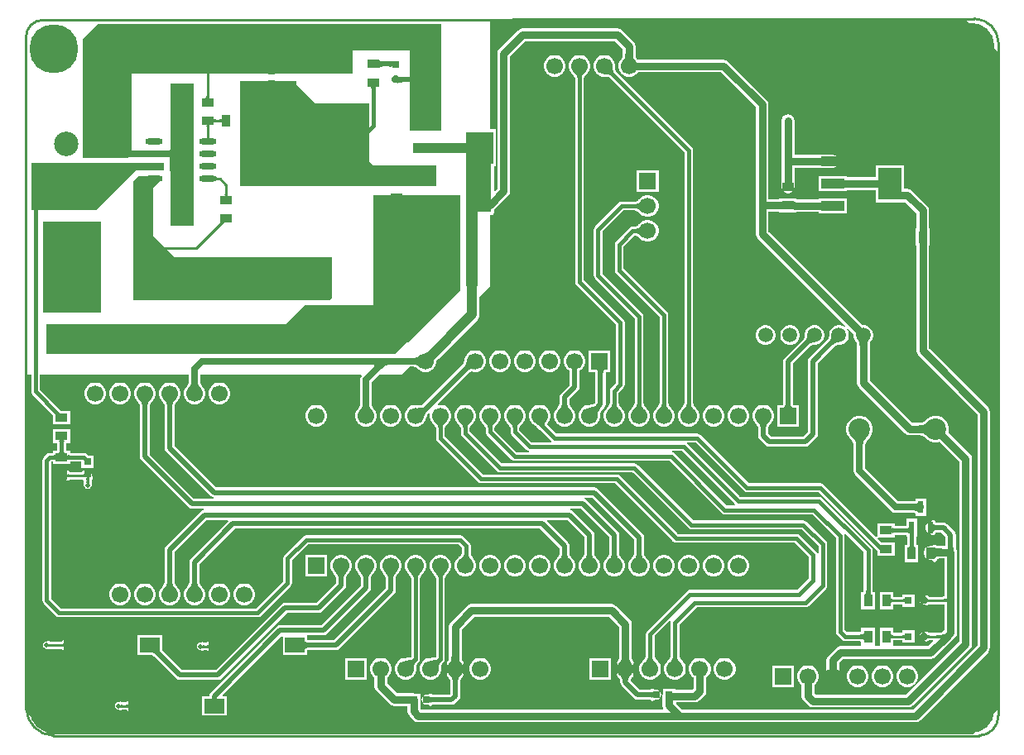
<source format=gtl>
G04*
G04 #@! TF.GenerationSoftware,Altium Limited,Altium Designer,21.7.2 (23)*
G04*
G04 Layer_Physical_Order=1*
G04 Layer_Color=255*
%FSLAX25Y25*%
%MOIN*%
G70*
G04*
G04 #@! TF.SameCoordinates,8516E6F5-4896-463E-9EC1-BE868EEF7334*
G04*
G04*
G04 #@! TF.FilePolarity,Positive*
G04*
G01*
G75*
%ADD11C,0.01000*%
%ADD17R,0.09449X0.12992*%
%ADD18R,0.09449X0.03937*%
%ADD19R,0.05000X0.03500*%
%ADD20R,0.03500X0.05000*%
%ADD21R,0.07874X0.05906*%
%ADD22R,0.03000X0.03000*%
%ADD23R,0.02362X0.05118*%
%ADD24R,0.21260X0.11417*%
%ADD25O,0.03937X0.10630*%
%ADD26R,0.03937X0.10630*%
%ADD27R,0.03000X0.03000*%
%ADD28R,0.09016X0.09016*%
%ADD29O,0.07087X0.02362*%
%ADD30R,0.06300X0.11000*%
%ADD31P,0.03247X8X292.5*%
%ADD32P,0.03247X8X22.5*%
%ADD60C,0.03000*%
%ADD61C,0.01500*%
%ADD62C,0.02000*%
%ADD63C,0.02500*%
%ADD64C,0.04000*%
%ADD65R,0.10022X0.32419*%
%ADD66R,0.30559X0.04000*%
%ADD67R,0.09709X0.32000*%
%ADD68R,0.23614X0.37000*%
%ADD69R,0.13000X0.42500*%
%ADD70R,0.41000X0.11000*%
%ADD71R,0.04500X0.35500*%
%ADD72R,0.25500X0.03000*%
%ADD73R,0.73709X0.20000*%
%ADD74R,0.09709X0.26882*%
%ADD75C,0.05906*%
%ADD76R,0.05906X0.05906*%
%ADD77R,0.06693X0.06693*%
%ADD78C,0.06693*%
%ADD79R,0.06693X0.06693*%
%ADD80C,0.09843*%
%ADD81O,0.13780X0.09843*%
%ADD82C,0.08661*%
%ADD83C,0.19685*%
%ADD84C,0.01968*%
%ADD85C,0.02400*%
G36*
X442008Y485652D02*
X442034Y485324D01*
X442076Y485015D01*
X442135Y484726D01*
X442211Y484455D01*
X442303Y484204D01*
X442413Y483972D01*
X442539Y483758D01*
X442682Y483565D01*
X442842Y483390D01*
X438158D01*
X438318Y483565D01*
X438461Y483758D01*
X438587Y483972D01*
X438697Y484204D01*
X438789Y484455D01*
X438865Y484726D01*
X438924Y485015D01*
X438966Y485324D01*
X438992Y485652D01*
X439000Y485999D01*
X442000D01*
X442008Y485652D01*
D02*
G37*
G36*
X273490Y480516D02*
X273436Y480512D01*
X273379Y480501D01*
X273320Y480482D01*
X273259Y480455D01*
X273194Y480420D01*
X273128Y480378D01*
X273059Y480328D01*
X272987Y480269D01*
X272836Y480129D01*
X272129Y480836D01*
X272203Y480913D01*
X272328Y481059D01*
X272378Y481128D01*
X272421Y481194D01*
X272455Y481259D01*
X272482Y481320D01*
X272501Y481379D01*
X272512Y481436D01*
X272516Y481490D01*
X273490Y480516D01*
D02*
G37*
G36*
X345012Y480071D02*
X344992Y480198D01*
X344932Y480312D01*
X344832Y480412D01*
X344692Y480500D01*
X344512Y480573D01*
X344292Y480633D01*
X344032Y480680D01*
X343732Y480714D01*
X343012Y480740D01*
Y482740D01*
X343392Y482744D01*
X344512Y482817D01*
X344692Y482851D01*
X344832Y482891D01*
X344932Y482937D01*
X344992Y482989D01*
X345012Y483047D01*
Y480071D01*
D02*
G37*
G36*
X340008Y483338D02*
X340068Y483213D01*
X340168Y483102D01*
X340308Y483006D01*
X340488Y482925D01*
X340708Y482859D01*
X340968Y482807D01*
X341268Y482770D01*
X341608Y482748D01*
X341988Y482740D01*
Y480740D01*
X341608Y480733D01*
X340968Y480674D01*
X340708Y480622D01*
X340488Y480556D01*
X340308Y480475D01*
X340168Y480379D01*
X340068Y480268D01*
X340008Y480143D01*
X339988Y480002D01*
Y483478D01*
X340008Y483338D01*
D02*
G37*
G36*
X347357Y476836D02*
X347500Y476753D01*
X347673Y476680D01*
X347876Y476617D01*
X348110Y476563D01*
X348374Y476519D01*
X348992Y476461D01*
X349347Y476446D01*
X349732Y476441D01*
Y474441D01*
X349347Y474436D01*
X348374Y474363D01*
X348110Y474319D01*
X347876Y474265D01*
X347673Y474202D01*
X347500Y474129D01*
X347357Y474046D01*
X347244Y473953D01*
Y476929D01*
X347357Y476836D01*
D02*
G37*
G36*
X338857Y472507D02*
X338730Y472462D01*
X338617Y472387D01*
X338520Y472282D01*
X338437Y472147D01*
X338370Y471982D01*
X338317Y471787D01*
X338280Y471562D01*
X338257Y471307D01*
X338250Y471022D01*
X336750D01*
X336742Y471307D01*
X336720Y471562D01*
X336682Y471787D01*
X336630Y471982D01*
X336562Y472147D01*
X336480Y472282D01*
X336382Y472387D01*
X336270Y472462D01*
X336142Y472507D01*
X336000Y472522D01*
X339000D01*
X338857Y472507D01*
D02*
G37*
G36*
X271245Y468786D02*
X271259Y468614D01*
X271285Y468462D01*
X271320Y468331D01*
X271364Y468220D01*
X271420Y468128D01*
X271484Y468058D01*
X271560Y468007D01*
X271644Y467977D01*
X271740Y467967D01*
X269740D01*
X269834Y467977D01*
X269919Y468007D01*
X269994Y468058D01*
X270059Y468128D01*
X270114Y468220D01*
X270160Y468331D01*
X270195Y468462D01*
X270219Y468614D01*
X270234Y468786D01*
X270239Y468979D01*
X271239D01*
X271245Y468786D01*
D02*
G37*
G36*
X276534Y458000D02*
X276523Y458095D01*
X276493Y458180D01*
X276442Y458255D01*
X276372Y458320D01*
X276280Y458375D01*
X276169Y458420D01*
X276038Y458455D01*
X275886Y458480D01*
X275714Y458495D01*
X275521Y458500D01*
Y459500D01*
X275714Y459505D01*
X275886Y459520D01*
X276038Y459545D01*
X276169Y459580D01*
X276280Y459625D01*
X276372Y459680D01*
X276442Y459745D01*
X276493Y459820D01*
X276523Y459905D01*
X276534Y460000D01*
Y458000D01*
D02*
G37*
G36*
X273226Y459905D02*
X273256Y459820D01*
X273307Y459745D01*
X273377Y459680D01*
X273468Y459625D01*
X273580Y459580D01*
X273711Y459545D01*
X273863Y459520D01*
X274035Y459505D01*
X274227Y459500D01*
Y458500D01*
X274035Y458495D01*
X273863Y458480D01*
X273711Y458455D01*
X273580Y458420D01*
X273468Y458375D01*
X273377Y458320D01*
X273307Y458255D01*
X273256Y458180D01*
X273226Y458095D01*
X273216Y458000D01*
Y460000D01*
X273226Y459905D01*
D02*
G37*
G36*
X271820Y457012D02*
X271735Y456982D01*
X271660Y456932D01*
X271595Y456862D01*
X271540Y456772D01*
X271495Y456662D01*
X271460Y456532D01*
X271435Y456382D01*
X271420Y456212D01*
X271415Y456022D01*
X270415D01*
X270410Y456212D01*
X270395Y456382D01*
X270370Y456532D01*
X270335Y456662D01*
X270290Y456772D01*
X270235Y456862D01*
X270170Y456932D01*
X270095Y456982D01*
X270010Y457012D01*
X269915Y457022D01*
X271915D01*
X271820Y457012D01*
D02*
G37*
G36*
X271420Y452487D02*
X271435Y452315D01*
X271460Y452163D01*
X271495Y452032D01*
X271540Y451920D01*
X271595Y451829D01*
X271660Y451758D01*
X271735Y451708D01*
X271820Y451677D01*
X271915Y451667D01*
X269915D01*
X270010Y451677D01*
X270095Y451708D01*
X270170Y451758D01*
X270235Y451829D01*
X270290Y451920D01*
X270335Y452032D01*
X270370Y452163D01*
X270395Y452315D01*
X270410Y452487D01*
X270415Y452679D01*
X271415D01*
X271420Y452487D01*
D02*
G37*
G36*
X263728Y478000D02*
X240228D01*
Y445500D01*
X238728Y444000D01*
X220500Y444000D01*
X220500Y492000D01*
X226500Y498000D01*
X263728D01*
Y478000D01*
D02*
G37*
G36*
X273902Y436397D02*
X273945Y436314D01*
X274018Y436240D01*
X274119Y436177D01*
X274250Y436123D01*
X274409Y436079D01*
X274597Y436044D01*
X274815Y436020D01*
X275061Y436005D01*
X275336Y436000D01*
Y435000D01*
X275061Y434995D01*
X274597Y434956D01*
X274409Y434922D01*
X274250Y434877D01*
X274119Y434823D01*
X274018Y434760D01*
X273945Y434686D01*
X273902Y434603D01*
X273887Y434510D01*
Y436490D01*
X273902Y436397D01*
D02*
G37*
G36*
X306500Y473500D02*
X314000Y466000D01*
X336000D01*
Y442500D01*
X337500Y441000D01*
X363000D01*
Y433006D01*
X362494Y432500D01*
X284000D01*
Y475000D01*
X306500D01*
Y473500D01*
D02*
G37*
G36*
X278765Y429548D02*
X278780Y429378D01*
X278804Y429228D01*
X278839Y429098D01*
X278885Y428988D01*
X278940Y428898D01*
X279005Y428828D01*
X279080Y428778D01*
X279165Y428748D01*
X279259Y428738D01*
X277259D01*
X277355Y428748D01*
X277439Y428778D01*
X277515Y428828D01*
X277579Y428898D01*
X277635Y428988D01*
X277679Y429098D01*
X277714Y429228D01*
X277740Y429378D01*
X277754Y429548D01*
X277760Y429738D01*
X278760D01*
X278765Y429548D01*
D02*
G37*
G36*
X253250Y439000D02*
X242000D01*
X226000Y423000D01*
X200000D01*
Y442000D01*
X253250D01*
Y439000D01*
D02*
G37*
G36*
X379508Y427301D02*
X379598Y427133D01*
X379749Y426985D01*
X379959Y426856D01*
X380228Y426747D01*
X380558Y426658D01*
X380948Y426589D01*
X381399Y426540D01*
X382478Y426500D01*
Y423500D01*
X381908Y423490D01*
X380948Y423411D01*
X380558Y423342D01*
X380228Y423253D01*
X379959Y423145D01*
X379749Y423016D01*
X379598Y422868D01*
X379508Y422700D01*
X379479Y422512D01*
Y427488D01*
X379508Y427301D01*
D02*
G37*
G36*
X589000Y487000D02*
Y221500D01*
X579000Y211500D01*
X208000D01*
X207500Y211000D01*
X198000Y220500D01*
Y356500D01*
X199716D01*
Y349740D01*
X199852Y349057D01*
X200238Y348479D01*
X208465Y340251D01*
Y340241D01*
X208500Y340068D01*
Y336491D01*
X215500D01*
Y341990D01*
X211686D01*
X211511Y342252D01*
X203284Y350479D01*
Y356500D01*
X263206D01*
Y353711D01*
X263196Y353619D01*
X263156Y353395D01*
X263100Y353185D01*
X263030Y352986D01*
X262945Y352798D01*
X262845Y352619D01*
X262729Y352446D01*
X262595Y352280D01*
X262416Y352090D01*
X262371Y352018D01*
X262022Y351669D01*
X261450Y350678D01*
X261154Y349572D01*
Y348428D01*
X261450Y347322D01*
X262022Y346331D01*
X262831Y345522D01*
X263822Y344950D01*
X264928Y344654D01*
X266072D01*
X267178Y344950D01*
X268169Y345522D01*
X268978Y346331D01*
X269550Y347322D01*
X269847Y348428D01*
Y349572D01*
X269550Y350678D01*
X268978Y351669D01*
X268629Y352018D01*
X268584Y352090D01*
X268405Y352280D01*
X268271Y352446D01*
X268155Y352619D01*
X268055Y352798D01*
X267970Y352986D01*
X267900Y353185D01*
X267844Y353395D01*
X267804Y353619D01*
X267794Y353711D01*
Y356500D01*
X332612D01*
X332796Y356000D01*
X332381Y355378D01*
X332206Y354500D01*
Y344711D01*
X332196Y344619D01*
X332156Y344395D01*
X332100Y344184D01*
X332030Y343986D01*
X331945Y343798D01*
X331845Y343619D01*
X331729Y343446D01*
X331595Y343280D01*
X331416Y343090D01*
X331371Y343018D01*
X331022Y342669D01*
X330450Y341678D01*
X330153Y340572D01*
Y339428D01*
X330450Y338322D01*
X331022Y337331D01*
X331831Y336522D01*
X332822Y335950D01*
X333928Y335653D01*
X335072D01*
X336178Y335950D01*
X337169Y336522D01*
X337978Y337331D01*
X338550Y338322D01*
X338846Y339428D01*
Y340572D01*
X338550Y341678D01*
X337978Y342669D01*
X337629Y343018D01*
X337584Y343090D01*
X337405Y343280D01*
X337271Y343446D01*
X337155Y343619D01*
X337055Y343798D01*
X336970Y343986D01*
X336900Y344184D01*
X336844Y344395D01*
X336804Y344619D01*
X336794Y344711D01*
Y353550D01*
X339744Y356500D01*
X349000D01*
X352206Y359706D01*
X353789D01*
X353881Y359696D01*
X354105Y359656D01*
X354315Y359600D01*
X354514Y359530D01*
X354702Y359445D01*
X354881Y359345D01*
X355054Y359229D01*
X355220Y359095D01*
X355410Y358916D01*
X355482Y358871D01*
X355831Y358522D01*
X356822Y357950D01*
X357928Y357653D01*
X359072D01*
X360178Y357950D01*
X361169Y358522D01*
X361978Y359331D01*
X362550Y360322D01*
X362846Y361428D01*
Y361873D01*
X362850Y361883D01*
X362865Y361915D01*
X362920Y362006D01*
X362995Y362112D01*
X363686Y362907D01*
X379379Y378600D01*
X379380Y378600D01*
X379860Y379227D01*
X380163Y379957D01*
X380266Y380740D01*
X380266Y380740D01*
Y387766D01*
X384500Y392000D01*
Y420812D01*
X385022D01*
X385412Y420889D01*
X385743Y421110D01*
X385964Y421441D01*
X386042Y421831D01*
Y423023D01*
X386303Y423198D01*
X391802Y428698D01*
X392355Y429525D01*
X392549Y430500D01*
Y484944D01*
X398556Y490951D01*
X434944D01*
X437951Y487944D01*
Y485425D01*
X437919Y485186D01*
X437874Y484965D01*
X437819Y484770D01*
X437755Y484598D01*
X437686Y484450D01*
X437610Y484323D01*
X437529Y484214D01*
X437406Y484079D01*
X437365Y484012D01*
X437022Y483669D01*
X436450Y482678D01*
X436154Y481572D01*
Y480428D01*
X436450Y479322D01*
X437022Y478331D01*
X437831Y477522D01*
X438822Y476950D01*
X439928Y476653D01*
X441072D01*
X442178Y476950D01*
X443169Y477522D01*
X443978Y478331D01*
X444047Y478451D01*
X477470D01*
X491543Y464377D01*
Y424735D01*
Y413250D01*
X491738Y412275D01*
X492290Y411448D01*
X527594Y376144D01*
X527286Y375744D01*
X526526Y376183D01*
X525520Y376453D01*
X524480D01*
X523474Y376183D01*
X522573Y375663D01*
X521837Y374927D01*
X521317Y374026D01*
X521047Y373020D01*
Y372580D01*
X521028Y372495D01*
X521022Y372237D01*
X521002Y372028D01*
X520968Y371832D01*
X520921Y371649D01*
X520862Y371476D01*
X520789Y371311D01*
X520703Y371154D01*
X520603Y371002D01*
X520546Y370930D01*
X513058Y363442D01*
X512616Y362780D01*
X512461Y362000D01*
Y333345D01*
X510655Y331539D01*
X497845D01*
X496539Y332845D01*
Y335071D01*
X496558Y335205D01*
X496604Y335405D01*
X496670Y335607D01*
X496757Y335810D01*
X496866Y336017D01*
X497000Y336228D01*
X497158Y336442D01*
X497344Y336661D01*
X497577Y336903D01*
X497626Y336979D01*
X497978Y337331D01*
X498550Y338322D01*
X498846Y339428D01*
Y340572D01*
X498550Y341678D01*
X497978Y342669D01*
X497169Y343478D01*
X496178Y344050D01*
X495072Y344346D01*
X493928D01*
X492822Y344050D01*
X491831Y343478D01*
X491022Y342669D01*
X490450Y341678D01*
X490154Y340572D01*
Y339428D01*
X490450Y338322D01*
X491022Y337331D01*
X491374Y336979D01*
X491423Y336903D01*
X491656Y336661D01*
X491842Y336443D01*
X492000Y336228D01*
X492134Y336017D01*
X492243Y335810D01*
X492330Y335607D01*
X492396Y335405D01*
X492443Y335205D01*
X492461Y335071D01*
Y332000D01*
X492616Y331220D01*
X493058Y330558D01*
X495558Y328058D01*
X496220Y327616D01*
X497000Y327461D01*
X511500D01*
X512280Y327616D01*
X512942Y328058D01*
X515942Y331058D01*
X516384Y331720D01*
X516539Y332500D01*
Y361155D01*
X523430Y368046D01*
X523502Y368103D01*
X523654Y368203D01*
X523811Y368289D01*
X523976Y368362D01*
X524149Y368421D01*
X524333Y368468D01*
X524528Y368502D01*
X524737Y368522D01*
X524995Y368528D01*
X525080Y368547D01*
X525520D01*
X526526Y368817D01*
X527427Y369337D01*
X528163Y370073D01*
X528683Y370974D01*
X528953Y371980D01*
Y373020D01*
X528683Y374026D01*
X528244Y374786D01*
X528644Y375093D01*
X530890Y372848D01*
Y371980D01*
X531159Y370974D01*
X531679Y370073D01*
X531977Y369776D01*
X532011Y369717D01*
X532074Y369646D01*
X532099Y369607D01*
X532134Y369539D01*
X532173Y369440D01*
X532213Y369306D01*
X532249Y369142D01*
X532278Y368957D01*
X532294Y368763D01*
Y353157D01*
X532488Y352182D01*
X533040Y351355D01*
X551598Y332798D01*
X552424Y332245D01*
X553400Y332051D01*
X557809D01*
X557985Y332031D01*
X558288Y331970D01*
X558580Y331887D01*
X558862Y331779D01*
X559137Y331648D01*
X559405Y331490D01*
X559668Y331307D01*
X559926Y331095D01*
X560205Y330830D01*
X560278Y330783D01*
X560727Y330334D01*
X561942Y329633D01*
X563298Y329269D01*
X564702D01*
X565510Y329486D01*
X573451Y321544D01*
Y249056D01*
X551944Y227549D01*
X515556D01*
X515049Y228056D01*
Y231453D01*
X515169Y231522D01*
X515978Y232331D01*
X516550Y233322D01*
X516847Y234428D01*
Y235572D01*
X516550Y236678D01*
X515978Y237669D01*
X515169Y238478D01*
X514178Y239050D01*
X513072Y239347D01*
X511928D01*
X510822Y239050D01*
X509831Y238478D01*
X509022Y237669D01*
X508450Y236678D01*
X508153Y235572D01*
Y234428D01*
X508450Y233322D01*
X509022Y232331D01*
X509831Y231522D01*
X509951Y231453D01*
Y227000D01*
X510145Y226025D01*
X510698Y225198D01*
X512698Y223198D01*
X513524Y222645D01*
X514500Y222451D01*
X553000D01*
X553975Y222645D01*
X554802Y223198D01*
X577802Y246198D01*
X578355Y247024D01*
X578549Y248000D01*
Y322600D01*
X578355Y323575D01*
X577802Y324402D01*
X569114Y333090D01*
X569331Y333898D01*
Y335302D01*
X568967Y336658D01*
X568266Y337873D01*
X567273Y338866D01*
X566058Y339567D01*
X564702Y339931D01*
X563298D01*
X561942Y339567D01*
X560727Y338866D01*
X560278Y338417D01*
X560205Y338370D01*
X559926Y338105D01*
X559668Y337893D01*
X559405Y337709D01*
X559137Y337552D01*
X558862Y337421D01*
X558580Y337313D01*
X558288Y337230D01*
X557985Y337169D01*
X557809Y337149D01*
X554456D01*
X537392Y354213D01*
Y368814D01*
X537405Y368946D01*
X537436Y369142D01*
X537472Y369307D01*
X537512Y369440D01*
X537551Y369539D01*
X537586Y369607D01*
X537611Y369646D01*
X537674Y369717D01*
X537708Y369776D01*
X538005Y370073D01*
X538526Y370974D01*
X538795Y371980D01*
Y373020D01*
X538526Y374026D01*
X538005Y374927D01*
X537270Y375663D01*
X536368Y376183D01*
X535363Y376453D01*
X534495D01*
X496641Y414306D01*
Y422186D01*
X501000D01*
Y422010D01*
X508000D01*
Y422052D01*
X516858D01*
Y421476D01*
X528307D01*
Y427413D01*
X516858D01*
Y427150D01*
X508146D01*
X508000Y427247D01*
Y427509D01*
X507095D01*
X506849Y427559D01*
X504750D01*
X504504Y427509D01*
X501000D01*
Y427284D01*
X496641D01*
Y465433D01*
X496447Y466408D01*
X495895Y467236D01*
X480328Y482802D01*
X479501Y483355D01*
X478526Y483549D01*
X444047D01*
X443978Y483669D01*
X443635Y484012D01*
X443594Y484079D01*
X443471Y484214D01*
X443390Y484323D01*
X443314Y484450D01*
X443245Y484598D01*
X443181Y484770D01*
X443127Y484965D01*
X443082Y485186D01*
X443049Y485425D01*
Y489000D01*
X442855Y489975D01*
X442302Y490802D01*
X437802Y495302D01*
X436975Y495855D01*
X436000Y496049D01*
X397500D01*
X396525Y495855D01*
X395698Y495302D01*
X388198Y487802D01*
X387645Y486975D01*
X387451Y486000D01*
Y431556D01*
X386504Y430608D01*
X386042Y430800D01*
Y440504D01*
X386901D01*
Y455496D01*
X384500D01*
Y500000D01*
X576000D01*
X589000Y487000D01*
D02*
G37*
G36*
X251500Y436500D02*
X252500Y435500D01*
X249000Y432000D01*
X249000Y412500D01*
X257500Y404000D01*
X321000D01*
Y387500D01*
X320000Y386500D01*
X241000Y386500D01*
X241000Y434500D01*
X243000Y436500D01*
X251500Y436500D01*
D02*
G37*
G36*
X372500Y429000D02*
X372500Y390500D01*
X351500Y369500D01*
X351000D01*
X346500Y365000D01*
X206000Y365000D01*
X206000Y377000D01*
X302441Y377000D01*
X309941Y384500D01*
X337500D01*
X337500Y429000D01*
X372500Y429000D01*
D02*
G37*
G36*
X524970Y369547D02*
X524677Y369540D01*
X524393Y369513D01*
X524120Y369466D01*
X523856Y369399D01*
X523603Y369312D01*
X523360Y369205D01*
X523128Y369077D01*
X522905Y368930D01*
X522692Y368763D01*
X522490Y368576D01*
X521076Y369990D01*
X521263Y370192D01*
X521430Y370405D01*
X521578Y370627D01*
X521705Y370860D01*
X521812Y371103D01*
X521899Y371357D01*
X521966Y371620D01*
X522013Y371893D01*
X522040Y372177D01*
X522047Y372470D01*
X524970Y369547D01*
D02*
G37*
G36*
X536802Y370269D02*
X536705Y370125D01*
X536620Y369959D01*
X536547Y369772D01*
X536484Y369562D01*
X536433Y369330D01*
X536393Y369077D01*
X536365Y368801D01*
X536342Y368185D01*
X533343D01*
X533337Y368504D01*
X533291Y369077D01*
X533252Y369330D01*
X533201Y369562D01*
X533138Y369772D01*
X533065Y369959D01*
X532980Y370125D01*
X532883Y370269D01*
X532776Y370391D01*
X536909D01*
X536802Y370269D01*
D02*
G37*
G36*
X363231Y363903D02*
X362967Y363634D01*
X362190Y362741D01*
X362066Y362563D01*
X361969Y362403D01*
X361900Y362262D01*
X361859Y362139D01*
X361846Y362034D01*
X358534Y365346D01*
X358639Y365359D01*
X358762Y365400D01*
X358903Y365469D01*
X359063Y365566D01*
X359241Y365690D01*
X359651Y366023D01*
X360134Y366467D01*
X360403Y366731D01*
X363231Y363903D01*
D02*
G37*
G36*
X356110Y359658D02*
X355890Y359865D01*
X355659Y360051D01*
X355415Y360215D01*
X355161Y360357D01*
X354894Y360477D01*
X354616Y360575D01*
X354327Y360652D01*
X354025Y360706D01*
X353712Y360739D01*
X353388Y360750D01*
Y363250D01*
X353712Y363261D01*
X354025Y363294D01*
X354327Y363348D01*
X354616Y363425D01*
X354894Y363523D01*
X355161Y363643D01*
X355415Y363785D01*
X355659Y363949D01*
X355890Y364135D01*
X356110Y364342D01*
Y359658D01*
D02*
G37*
G36*
X345018Y360750D02*
X344525Y360732D01*
X344047Y360679D01*
X343584Y360591D01*
X343135Y360467D01*
X342701Y360308D01*
X342281Y360114D01*
X341877Y359884D01*
X341486Y359619D01*
X341111Y359318D01*
X340750Y358982D01*
X337214D01*
X337525Y359318D01*
X337751Y359619D01*
X337891Y359884D01*
X337946Y360114D01*
X337915Y360308D01*
X337799Y360467D01*
X337598Y360591D01*
X337312Y360679D01*
X336940Y360732D01*
X336482Y360750D01*
X342000Y363250D01*
X345018Y360750D01*
D02*
G37*
G36*
X266761Y353788D02*
X266794Y353475D01*
X266848Y353173D01*
X266925Y352884D01*
X267023Y352606D01*
X267143Y352339D01*
X267285Y352085D01*
X267449Y351841D01*
X267635Y351610D01*
X267843Y351390D01*
X263158D01*
X263365Y351610D01*
X263551Y351841D01*
X263715Y352085D01*
X263857Y352339D01*
X263977Y352606D01*
X264075Y352884D01*
X264152Y353173D01*
X264206Y353475D01*
X264239Y353788D01*
X264250Y354112D01*
X266750D01*
X266761Y353788D01*
D02*
G37*
G36*
X335761Y344788D02*
X335794Y344475D01*
X335848Y344174D01*
X335925Y343884D01*
X336023Y343606D01*
X336143Y343339D01*
X336285Y343085D01*
X336449Y342841D01*
X336635Y342610D01*
X336842Y342390D01*
X332157D01*
X332365Y342610D01*
X332551Y342841D01*
X332715Y343085D01*
X332857Y343339D01*
X332977Y343606D01*
X333075Y343884D01*
X333152Y344174D01*
X333206Y344475D01*
X333239Y344788D01*
X333250Y345112D01*
X335750D01*
X335761Y344788D01*
D02*
G37*
G36*
X496587Y337345D02*
X496359Y337077D01*
X496158Y336804D01*
X495983Y336529D01*
X495836Y336249D01*
X495715Y335966D01*
X495621Y335680D01*
X495554Y335390D01*
X495513Y335096D01*
X495500Y334799D01*
X493500D01*
X493487Y335096D01*
X493446Y335390D01*
X493379Y335680D01*
X493285Y335966D01*
X493164Y336249D01*
X493017Y336529D01*
X492842Y336804D01*
X492641Y337077D01*
X492413Y337345D01*
X492158Y337610D01*
X496842D01*
X496587Y337345D01*
D02*
G37*
G36*
X560907Y331569D02*
X560601Y331859D01*
X560284Y332120D01*
X559956Y332350D01*
X559616Y332549D01*
X559265Y332717D01*
X558902Y332855D01*
X558528Y332962D01*
X558143Y333039D01*
X557747Y333085D01*
X557339Y333100D01*
Y336100D01*
X557747Y336115D01*
X558143Y336161D01*
X558528Y336238D01*
X558902Y336345D01*
X559265Y336483D01*
X559616Y336651D01*
X559956Y336850D01*
X560284Y337080D01*
X560601Y337340D01*
X560907Y337632D01*
Y331569D01*
D02*
G37*
%LPC*%
G36*
X411072Y485347D02*
X409928D01*
X408822Y485050D01*
X407831Y484478D01*
X407022Y483669D01*
X406450Y482678D01*
X406153Y481572D01*
Y480428D01*
X406450Y479322D01*
X407022Y478331D01*
X407831Y477522D01*
X408822Y476950D01*
X409928Y476653D01*
X411072D01*
X412178Y476950D01*
X413169Y477522D01*
X413978Y478331D01*
X414550Y479322D01*
X414847Y480428D01*
Y481572D01*
X414550Y482678D01*
X413978Y483669D01*
X413169Y484478D01*
X412178Y485050D01*
X411072Y485347D01*
D02*
G37*
G36*
X551142Y440996D02*
X539693D01*
Y436049D01*
X528307D01*
Y436469D01*
X516858D01*
Y430532D01*
X528307D01*
Y430951D01*
X539693D01*
Y426004D01*
X551142D01*
Y426046D01*
X551642Y426254D01*
X556211Y421685D01*
Y415500D01*
X556009D01*
Y408500D01*
X556211D01*
Y366241D01*
X556405Y365265D01*
X556957Y364438D01*
X580762Y340634D01*
Y247446D01*
X554865Y221549D01*
X461792D01*
X459390Y223951D01*
X459597Y224451D01*
X467000D01*
X467976Y224645D01*
X468802Y225198D01*
X470802Y227198D01*
X471355Y228025D01*
X471549Y229000D01*
Y234453D01*
X471669Y234522D01*
X472478Y235331D01*
X473050Y236322D01*
X473347Y237428D01*
Y238572D01*
X473050Y239678D01*
X472478Y240669D01*
X471669Y241478D01*
X470678Y242050D01*
X469572Y242347D01*
X468428D01*
X467322Y242050D01*
X466331Y241478D01*
X465522Y240669D01*
X464950Y239678D01*
X464654Y238572D01*
Y237428D01*
X464950Y236322D01*
X465522Y235331D01*
X466331Y234522D01*
X466451Y234453D01*
Y230056D01*
X465944Y229549D01*
X459059D01*
Y230000D01*
X456806D01*
X456559Y230049D01*
X456313Y230000D01*
X454059D01*
Y227747D01*
X454010Y227500D01*
Y223177D01*
X454204Y222202D01*
X454346Y221990D01*
X454110Y221549D01*
X356695D01*
X356431Y221813D01*
Y225500D01*
X356382Y225746D01*
Y228000D01*
X354128D01*
X353882Y228049D01*
X347056D01*
X343049Y232056D01*
Y234453D01*
X343169Y234522D01*
X343978Y235331D01*
X344550Y236322D01*
X344846Y237428D01*
Y238572D01*
X344550Y239678D01*
X343978Y240669D01*
X343169Y241478D01*
X342178Y242050D01*
X341072Y242347D01*
X339928D01*
X338822Y242050D01*
X337831Y241478D01*
X337022Y240669D01*
X336450Y239678D01*
X336154Y238572D01*
Y237428D01*
X336450Y236322D01*
X337022Y235331D01*
X337831Y234522D01*
X337951Y234453D01*
Y231000D01*
X338145Y230025D01*
X338698Y229198D01*
X344198Y223698D01*
X345024Y223145D01*
X346000Y222951D01*
X351333D01*
Y220757D01*
X351527Y219782D01*
X352080Y218955D01*
X353837Y217198D01*
X354664Y216645D01*
X355639Y216451D01*
X555920D01*
X556896Y216645D01*
X557723Y217198D01*
X585113Y244588D01*
X585666Y245415D01*
X585859Y246390D01*
Y341689D01*
X585666Y342665D01*
X585113Y343492D01*
X561308Y367296D01*
Y408500D01*
X561510D01*
Y415500D01*
X561308D01*
Y422741D01*
X561115Y423716D01*
X560562Y424543D01*
X554303Y430801D01*
X553476Y431354D01*
X552501Y431548D01*
X551142D01*
Y440996D01*
D02*
G37*
G36*
X452347Y438846D02*
X443653D01*
Y430154D01*
X452347D01*
Y438846D01*
D02*
G37*
G36*
X504476Y461549D02*
X503501Y461355D01*
X502674Y460802D01*
X502121Y459975D01*
X501927Y459000D01*
X501951Y458878D01*
Y442500D01*
Y432240D01*
X502145Y431264D01*
X502698Y430437D01*
X503525Y429885D01*
X504500Y429691D01*
X505476Y429885D01*
X506303Y430437D01*
X506855Y431264D01*
X507049Y432240D01*
Y440006D01*
X522583D01*
X523558Y440200D01*
X524385Y440753D01*
X524938Y441580D01*
X525132Y442555D01*
X524938Y443531D01*
X524385Y444357D01*
X523558Y444910D01*
X522583Y445104D01*
X507049D01*
Y458976D01*
X506855Y459951D01*
X506303Y460778D01*
X506279Y460802D01*
X505452Y461355D01*
X504476Y461549D01*
D02*
G37*
G36*
X448572Y428847D02*
X447428D01*
X446322Y428550D01*
X445331Y427978D01*
X444976Y427623D01*
X444898Y427572D01*
X444605Y427286D01*
X444339Y427050D01*
X444085Y426847D01*
X443844Y426678D01*
X443617Y426542D01*
X443407Y426436D01*
X443213Y426359D01*
X443037Y426308D01*
X442901Y426284D01*
X437500D01*
X437500Y426284D01*
X436817Y426149D01*
X436238Y425762D01*
X426738Y416262D01*
X426351Y415683D01*
X426216Y415000D01*
Y396500D01*
X426351Y395817D01*
X426738Y395238D01*
X442716Y379261D01*
Y345099D01*
X442692Y344963D01*
X442641Y344787D01*
X442564Y344593D01*
X442458Y344383D01*
X442322Y344157D01*
X442161Y343927D01*
X441704Y343385D01*
X441428Y343102D01*
X441377Y343024D01*
X441022Y342669D01*
X440450Y341678D01*
X440154Y340572D01*
Y339428D01*
X440450Y338322D01*
X441022Y337331D01*
X441831Y336522D01*
X442822Y335950D01*
X443928Y335653D01*
X445072D01*
X446178Y335950D01*
X447169Y336522D01*
X447978Y337331D01*
X448550Y338322D01*
X448846Y339428D01*
Y340572D01*
X448550Y341678D01*
X447978Y342669D01*
X447623Y343024D01*
X447572Y343102D01*
X447286Y343395D01*
X447050Y343661D01*
X446847Y343915D01*
X446678Y344156D01*
X446542Y344383D01*
X446436Y344593D01*
X446359Y344787D01*
X446308Y344963D01*
X446284Y345099D01*
Y380000D01*
X446148Y380683D01*
X445762Y381262D01*
X445762Y381262D01*
X429784Y397239D01*
Y414261D01*
X438239Y422716D01*
X442901D01*
X443037Y422692D01*
X443213Y422641D01*
X443407Y422564D01*
X443617Y422458D01*
X443844Y422322D01*
X444073Y422161D01*
X444615Y421704D01*
X444898Y421428D01*
X444976Y421377D01*
X445331Y421022D01*
X446322Y420450D01*
X447428Y420154D01*
X448572D01*
X449678Y420450D01*
X450669Y421022D01*
X451478Y421831D01*
X452050Y422822D01*
X452347Y423928D01*
Y425072D01*
X452050Y426178D01*
X451478Y427169D01*
X450669Y427978D01*
X449678Y428550D01*
X448572Y428847D01*
D02*
G37*
G36*
Y418847D02*
X447428D01*
X446322Y418550D01*
X445331Y417978D01*
X444976Y417623D01*
X444898Y417572D01*
X444605Y417286D01*
X444339Y417050D01*
X444085Y416847D01*
X443844Y416678D01*
X443617Y416542D01*
X443407Y416436D01*
X443213Y416359D01*
X443037Y416308D01*
X442901Y416284D01*
X442000D01*
X442000Y416284D01*
X441317Y416149D01*
X440738Y415762D01*
X440738Y415762D01*
X435238Y410262D01*
X434852Y409683D01*
X434716Y409000D01*
Y398500D01*
X434852Y397817D01*
X435238Y397238D01*
X452716Y379761D01*
Y345099D01*
X452692Y344963D01*
X452641Y344787D01*
X452564Y344593D01*
X452458Y344383D01*
X452322Y344157D01*
X452161Y343927D01*
X451704Y343385D01*
X451428Y343102D01*
X451377Y343024D01*
X451022Y342669D01*
X450450Y341678D01*
X450153Y340572D01*
Y339428D01*
X450450Y338322D01*
X451022Y337331D01*
X451831Y336522D01*
X452822Y335950D01*
X453928Y335653D01*
X455072D01*
X456178Y335950D01*
X457169Y336522D01*
X457978Y337331D01*
X458550Y338322D01*
X458846Y339428D01*
Y340572D01*
X458550Y341678D01*
X457978Y342669D01*
X457623Y343024D01*
X457572Y343102D01*
X457286Y343395D01*
X457050Y343661D01*
X456847Y343915D01*
X456678Y344156D01*
X456542Y344383D01*
X456436Y344593D01*
X456359Y344787D01*
X456308Y344963D01*
X456284Y345099D01*
Y380500D01*
X456148Y381183D01*
X455762Y381762D01*
X438284Y399239D01*
Y408261D01*
X442739Y412716D01*
X442901D01*
X443037Y412692D01*
X443213Y412641D01*
X443407Y412564D01*
X443617Y412458D01*
X443844Y412322D01*
X444073Y412161D01*
X444615Y411704D01*
X444898Y411428D01*
X444976Y411377D01*
X445331Y411022D01*
X446322Y410450D01*
X447428Y410154D01*
X448572D01*
X449678Y410450D01*
X450669Y411022D01*
X451478Y411831D01*
X452050Y412822D01*
X452347Y413928D01*
Y415072D01*
X452050Y416178D01*
X451478Y417169D01*
X450669Y417978D01*
X449678Y418550D01*
X448572Y418847D01*
D02*
G37*
G36*
X495993Y376453D02*
X494952D01*
X493947Y376183D01*
X493045Y375663D01*
X492310Y374927D01*
X491789Y374026D01*
X491520Y373020D01*
Y371980D01*
X491789Y370974D01*
X492310Y370073D01*
X493045Y369337D01*
X493947Y368817D01*
X494952Y368547D01*
X495993D01*
X496998Y368817D01*
X497899Y369337D01*
X498635Y370073D01*
X499156Y370974D01*
X499425Y371980D01*
Y373020D01*
X499156Y374026D01*
X498635Y374927D01*
X497899Y375663D01*
X496998Y376183D01*
X495993Y376453D01*
D02*
G37*
G36*
X505835Y376453D02*
X504795D01*
X503789Y376183D01*
X502888Y375663D01*
X502152Y374927D01*
X501632Y374026D01*
X501362Y373020D01*
Y371980D01*
X501632Y370974D01*
X502152Y370073D01*
X502888Y369337D01*
X503789Y368817D01*
X504795Y368547D01*
X505835D01*
X506841Y368817D01*
X507742Y369337D01*
X508478Y370073D01*
X508998Y370974D01*
X509268Y371980D01*
Y373020D01*
X508998Y374026D01*
X508478Y374927D01*
X507742Y375663D01*
X506841Y376183D01*
X505835Y376453D01*
D02*
G37*
G36*
X409072Y366347D02*
X407928D01*
X406822Y366050D01*
X405831Y365478D01*
X405022Y364669D01*
X404450Y363678D01*
X404153Y362572D01*
Y361428D01*
X404450Y360322D01*
X405022Y359331D01*
X405831Y358522D01*
X406822Y357950D01*
X407928Y357653D01*
X409072D01*
X410178Y357950D01*
X411169Y358522D01*
X411978Y359331D01*
X412550Y360322D01*
X412846Y361428D01*
Y362572D01*
X412550Y363678D01*
X411978Y364669D01*
X411169Y365478D01*
X410178Y366050D01*
X409072Y366347D01*
D02*
G37*
G36*
X399072D02*
X397928D01*
X396822Y366050D01*
X395831Y365478D01*
X395022Y364669D01*
X394450Y363678D01*
X394153Y362572D01*
Y361428D01*
X394450Y360322D01*
X395022Y359331D01*
X395831Y358522D01*
X396822Y357950D01*
X397928Y357653D01*
X399072D01*
X400178Y357950D01*
X401169Y358522D01*
X401978Y359331D01*
X402550Y360322D01*
X402846Y361428D01*
Y362572D01*
X402550Y363678D01*
X401978Y364669D01*
X401169Y365478D01*
X400178Y366050D01*
X399072Y366347D01*
D02*
G37*
G36*
X389072D02*
X387928D01*
X386822Y366050D01*
X385831Y365478D01*
X385022Y364669D01*
X384450Y363678D01*
X384154Y362572D01*
Y361428D01*
X384450Y360322D01*
X385022Y359331D01*
X385831Y358522D01*
X386822Y357950D01*
X387928Y357653D01*
X389072D01*
X390178Y357950D01*
X391169Y358522D01*
X391978Y359331D01*
X392550Y360322D01*
X392846Y361428D01*
Y362572D01*
X392550Y363678D01*
X391978Y364669D01*
X391169Y365478D01*
X390178Y366050D01*
X389072Y366347D01*
D02*
G37*
G36*
X379072D02*
X377928D01*
X376822Y366050D01*
X375831Y365478D01*
X375022Y364669D01*
X374450Y363678D01*
X374153Y362572D01*
Y362504D01*
X374053Y361987D01*
X373977Y361711D01*
X373888Y361445D01*
X373790Y361200D01*
X373682Y360977D01*
X373567Y360773D01*
X373444Y360589D01*
X373367Y360491D01*
X357288Y344412D01*
X357180Y344333D01*
X357029Y344246D01*
X356877Y344181D01*
X356719Y344134D01*
X356552Y344106D01*
X356369Y344095D01*
X356168Y344106D01*
X355947Y344139D01*
X355664Y344207D01*
X355578Y344211D01*
X355072Y344346D01*
X353928D01*
X352822Y344050D01*
X351831Y343478D01*
X351022Y342669D01*
X350450Y341678D01*
X350154Y340572D01*
Y339428D01*
X350450Y338322D01*
X351022Y337331D01*
X351831Y336522D01*
X352822Y335950D01*
X353928Y335653D01*
X355072D01*
X356178Y335950D01*
X357169Y336522D01*
X357978Y337331D01*
X358550Y338322D01*
X358670Y338771D01*
X358710Y338845D01*
X358924Y339550D01*
X359027Y339827D01*
X359274Y340378D01*
X359394Y340598D01*
X359523Y340808D01*
X359656Y340996D01*
X359724Y341080D01*
X359789Y341145D01*
X360238Y340887D01*
X360154Y340572D01*
Y339428D01*
X360450Y338322D01*
X361022Y337331D01*
X361377Y336976D01*
X361428Y336898D01*
X361714Y336605D01*
X361950Y336339D01*
X362153Y336085D01*
X362322Y335844D01*
X362458Y335617D01*
X362564Y335407D01*
X362641Y335213D01*
X362692Y335037D01*
X362716Y334901D01*
Y331000D01*
X362852Y330317D01*
X363238Y329738D01*
X379738Y313238D01*
X380317Y312852D01*
X381000Y312716D01*
X381000Y312716D01*
X434761D01*
X458238Y289238D01*
X458238Y289238D01*
X458817Y288851D01*
X459500Y288716D01*
X459500Y288716D01*
X507261D01*
X512716Y283261D01*
Y274239D01*
X508261Y269784D01*
X465000D01*
X465000Y269784D01*
X464317Y269649D01*
X463738Y269262D01*
X463738Y269262D01*
X447738Y253262D01*
X447352Y252683D01*
X447216Y252000D01*
Y243099D01*
X447192Y242963D01*
X447141Y242787D01*
X447064Y242593D01*
X446958Y242383D01*
X446822Y242157D01*
X446661Y241927D01*
X446204Y241385D01*
X445928Y241102D01*
X445877Y241024D01*
X445522Y240669D01*
X444950Y239678D01*
X444654Y238572D01*
Y237428D01*
X444950Y236322D01*
X445522Y235331D01*
X446331Y234522D01*
X447322Y233950D01*
X448428Y233653D01*
X449572D01*
X450678Y233950D01*
X451669Y234522D01*
X452478Y235331D01*
X453050Y236322D01*
X453346Y237428D01*
Y238572D01*
X453050Y239678D01*
X452478Y240669D01*
X452123Y241024D01*
X452072Y241102D01*
X451786Y241395D01*
X451550Y241661D01*
X451347Y241915D01*
X451178Y242156D01*
X451042Y242383D01*
X450936Y242593D01*
X450859Y242787D01*
X450808Y242963D01*
X450784Y243099D01*
Y251261D01*
X456924Y257400D01*
X457151Y257285D01*
X457336Y257106D01*
X457216Y256500D01*
Y243099D01*
X457192Y242963D01*
X457141Y242787D01*
X457064Y242593D01*
X456958Y242383D01*
X456822Y242157D01*
X456661Y241927D01*
X456204Y241385D01*
X455928Y241102D01*
X455877Y241024D01*
X455522Y240669D01*
X454950Y239678D01*
X454654Y238572D01*
Y237428D01*
X454950Y236322D01*
X455522Y235331D01*
X456331Y234522D01*
X457322Y233950D01*
X458428Y233653D01*
X459572D01*
X460678Y233950D01*
X461669Y234522D01*
X462478Y235331D01*
X463050Y236322D01*
X463346Y237428D01*
Y238572D01*
X463050Y239678D01*
X462478Y240669D01*
X462123Y241024D01*
X462072Y241102D01*
X461786Y241395D01*
X461550Y241661D01*
X461347Y241915D01*
X461178Y242156D01*
X461042Y242383D01*
X460936Y242593D01*
X460859Y242787D01*
X460808Y242963D01*
X460784Y243099D01*
Y255761D01*
X467739Y262716D01*
X511500D01*
X512183Y262852D01*
X512762Y263238D01*
X519762Y270238D01*
X519762Y270238D01*
X520149Y270817D01*
X520284Y271500D01*
Y288157D01*
X520284Y288158D01*
X520149Y288840D01*
X519762Y289419D01*
X511919Y297262D01*
X511340Y297649D01*
X510658Y297784D01*
X466373D01*
X443895Y320262D01*
X443317Y320649D01*
X442634Y320784D01*
X389239D01*
X376284Y333739D01*
Y334901D01*
X376308Y335037D01*
X376359Y335213D01*
X376436Y335407D01*
X376542Y335617D01*
X376678Y335843D01*
X376839Y336073D01*
X377296Y336615D01*
X377572Y336898D01*
X377623Y336976D01*
X377978Y337331D01*
X378550Y338322D01*
X378847Y339428D01*
Y340572D01*
X378550Y341678D01*
X377978Y342669D01*
X377169Y343478D01*
X376178Y344050D01*
X375072Y344346D01*
X373928D01*
X372822Y344050D01*
X371831Y343478D01*
X371022Y342669D01*
X370450Y341678D01*
X370153Y340572D01*
Y339428D01*
X370450Y338322D01*
X371022Y337331D01*
X371377Y336976D01*
X371428Y336898D01*
X371714Y336605D01*
X371950Y336339D01*
X372153Y336085D01*
X372322Y335844D01*
X372458Y335617D01*
X372564Y335407D01*
X372641Y335213D01*
X372692Y335037D01*
X372716Y334901D01*
Y333000D01*
X372851Y332317D01*
X373238Y331738D01*
X387238Y317738D01*
X387817Y317352D01*
X388500Y317216D01*
X388500Y317216D01*
X441895D01*
X464372Y294738D01*
X464951Y294352D01*
X465634Y294216D01*
X509918D01*
X516716Y287418D01*
Y284394D01*
X516216Y284345D01*
X516149Y284683D01*
X515762Y285262D01*
X509262Y291762D01*
X508683Y292148D01*
X508000Y292284D01*
X460239D01*
X436762Y315762D01*
X436183Y316148D01*
X435500Y316284D01*
X381739D01*
X366284Y331739D01*
Y334901D01*
X366308Y335037D01*
X366359Y335213D01*
X366436Y335407D01*
X366542Y335617D01*
X366678Y335843D01*
X366839Y336073D01*
X367296Y336615D01*
X367572Y336898D01*
X367623Y336976D01*
X367978Y337331D01*
X368550Y338322D01*
X368846Y339428D01*
Y340572D01*
X368550Y341678D01*
X367978Y342669D01*
X367169Y343478D01*
X366178Y344050D01*
X365072Y344346D01*
X363928D01*
X363613Y344262D01*
X363354Y344710D01*
X375996Y357352D01*
X376106Y357433D01*
X376267Y357529D01*
X376436Y357606D01*
X376616Y357666D01*
X376810Y357710D01*
X377021Y357736D01*
X377251Y357743D01*
X377502Y357730D01*
X377779Y357693D01*
X377928Y357653D01*
X379072D01*
X380178Y357950D01*
X381169Y358522D01*
X381978Y359331D01*
X382550Y360322D01*
X382846Y361428D01*
Y362572D01*
X382550Y363678D01*
X381978Y364669D01*
X381169Y365478D01*
X380178Y366050D01*
X379072Y366347D01*
D02*
G37*
G36*
X276072Y353346D02*
X274928D01*
X273822Y353050D01*
X272831Y352478D01*
X272022Y351669D01*
X271450Y350678D01*
X271154Y349572D01*
Y348428D01*
X271450Y347322D01*
X272022Y346331D01*
X272831Y345522D01*
X273822Y344950D01*
X274928Y344654D01*
X276072D01*
X277178Y344950D01*
X278169Y345522D01*
X278978Y346331D01*
X279550Y347322D01*
X279847Y348428D01*
Y349572D01*
X279550Y350678D01*
X278978Y351669D01*
X278169Y352478D01*
X277178Y353050D01*
X276072Y353346D01*
D02*
G37*
G36*
X236072D02*
X234928D01*
X233822Y353050D01*
X232831Y352478D01*
X232022Y351669D01*
X231450Y350678D01*
X231153Y349572D01*
Y348428D01*
X231450Y347322D01*
X232022Y346331D01*
X232831Y345522D01*
X233822Y344950D01*
X234928Y344654D01*
X236072D01*
X237178Y344950D01*
X238169Y345522D01*
X238978Y346331D01*
X239550Y347322D01*
X239846Y348428D01*
Y349572D01*
X239550Y350678D01*
X238978Y351669D01*
X238169Y352478D01*
X237178Y353050D01*
X236072Y353346D01*
D02*
G37*
G36*
X226072D02*
X224928D01*
X223822Y353050D01*
X222831Y352478D01*
X222022Y351669D01*
X221450Y350678D01*
X221153Y349572D01*
Y348428D01*
X221450Y347322D01*
X222022Y346331D01*
X222831Y345522D01*
X223822Y344950D01*
X224928Y344654D01*
X226072D01*
X227178Y344950D01*
X228169Y345522D01*
X228978Y346331D01*
X229550Y347322D01*
X229846Y348428D01*
Y349572D01*
X229550Y350678D01*
X228978Y351669D01*
X228169Y352478D01*
X227178Y353050D01*
X226072Y353346D01*
D02*
G37*
G36*
X315072Y344346D02*
X313928D01*
X312822Y344050D01*
X311831Y343478D01*
X311022Y342669D01*
X310450Y341678D01*
X310154Y340572D01*
Y339428D01*
X310450Y338322D01*
X311022Y337331D01*
X311831Y336522D01*
X312822Y335950D01*
X313928Y335654D01*
X315072D01*
X316178Y335950D01*
X317169Y336522D01*
X317978Y337331D01*
X318550Y338322D01*
X318847Y339428D01*
Y340572D01*
X318550Y341678D01*
X317978Y342669D01*
X317169Y343478D01*
X316178Y344050D01*
X315072Y344346D01*
D02*
G37*
G36*
X515678Y376453D02*
X514637D01*
X513632Y376183D01*
X512730Y375663D01*
X511995Y374927D01*
X511474Y374026D01*
X511205Y373020D01*
Y372580D01*
X511186Y372495D01*
X511179Y372237D01*
X511160Y372028D01*
X511126Y371832D01*
X511079Y371649D01*
X511019Y371476D01*
X510947Y371311D01*
X510861Y371154D01*
X510760Y371002D01*
X510703Y370930D01*
X503058Y363284D01*
X502616Y362623D01*
X502461Y361842D01*
Y344887D01*
X502448Y344738D01*
X502412Y344524D01*
X502372Y344372D01*
X502361Y344346D01*
X500153D01*
Y335653D01*
X508846D01*
Y344346D01*
X506639D01*
X506629Y344372D01*
X506588Y344524D01*
X506552Y344738D01*
X506539Y344887D01*
Y360998D01*
X513587Y368046D01*
X513660Y368103D01*
X513811Y368203D01*
X513969Y368289D01*
X514133Y368362D01*
X514306Y368421D01*
X514490Y368468D01*
X514686Y368502D01*
X514895Y368522D01*
X515152Y368528D01*
X515238Y368547D01*
X515678D01*
X516683Y368817D01*
X517585Y369337D01*
X518321Y370073D01*
X518841Y370974D01*
X519110Y371980D01*
Y373020D01*
X518841Y374026D01*
X518321Y374927D01*
X517585Y375663D01*
X516683Y376183D01*
X515678Y376453D01*
D02*
G37*
G36*
X485072Y344346D02*
X483928D01*
X482822Y344050D01*
X481831Y343478D01*
X481022Y342669D01*
X480450Y341678D01*
X480154Y340572D01*
Y339428D01*
X480450Y338322D01*
X481022Y337331D01*
X481831Y336522D01*
X482822Y335950D01*
X483928Y335653D01*
X485072D01*
X486178Y335950D01*
X487169Y336522D01*
X487978Y337331D01*
X488550Y338322D01*
X488846Y339428D01*
Y340572D01*
X488550Y341678D01*
X487978Y342669D01*
X487169Y343478D01*
X486178Y344050D01*
X485072Y344346D01*
D02*
G37*
G36*
X475072D02*
X473928D01*
X472822Y344050D01*
X471831Y343478D01*
X471022Y342669D01*
X470450Y341678D01*
X470154Y340572D01*
Y339428D01*
X470450Y338322D01*
X471022Y337331D01*
X471831Y336522D01*
X472822Y335950D01*
X473928Y335653D01*
X475072D01*
X476178Y335950D01*
X477169Y336522D01*
X477978Y337331D01*
X478550Y338322D01*
X478847Y339428D01*
Y340572D01*
X478550Y341678D01*
X477978Y342669D01*
X477169Y343478D01*
X476178Y344050D01*
X475072Y344346D01*
D02*
G37*
G36*
X431072Y485347D02*
X429928D01*
X428822Y485050D01*
X427831Y484478D01*
X427022Y483669D01*
X426450Y482678D01*
X426154Y481572D01*
Y480428D01*
X426450Y479322D01*
X427022Y478331D01*
X427831Y477522D01*
X428822Y476950D01*
X429928Y476653D01*
X430430D01*
X430521Y476634D01*
X430930Y476629D01*
X431286Y476608D01*
X431609Y476572D01*
X431899Y476521D01*
X432156Y476457D01*
X432379Y476383D01*
X432570Y476301D01*
X432730Y476212D01*
X432844Y476133D01*
X462716Y446261D01*
Y345099D01*
X462692Y344963D01*
X462641Y344787D01*
X462564Y344593D01*
X462458Y344383D01*
X462322Y344157D01*
X462161Y343927D01*
X461704Y343385D01*
X461428Y343102D01*
X461377Y343024D01*
X461022Y342669D01*
X460450Y341678D01*
X460153Y340572D01*
Y339428D01*
X460450Y338322D01*
X461022Y337331D01*
X461831Y336522D01*
X462822Y335950D01*
X463928Y335653D01*
X465072D01*
X466178Y335950D01*
X467169Y336522D01*
X467978Y337331D01*
X468550Y338322D01*
X468847Y339428D01*
Y340572D01*
X468550Y341678D01*
X467978Y342669D01*
X467623Y343024D01*
X467572Y343102D01*
X467286Y343395D01*
X467050Y343661D01*
X466847Y343915D01*
X466678Y344156D01*
X466542Y344383D01*
X466436Y344593D01*
X466359Y344787D01*
X466308Y344963D01*
X466284Y345099D01*
Y447000D01*
X466149Y447683D01*
X465762Y448262D01*
X435367Y478656D01*
X435288Y478769D01*
X435199Y478930D01*
X435117Y479121D01*
X435043Y479344D01*
X434979Y479601D01*
X434931Y479877D01*
X434870Y480583D01*
X434866Y480978D01*
X434846Y481070D01*
Y481572D01*
X434550Y482678D01*
X433978Y483669D01*
X433169Y484478D01*
X432178Y485050D01*
X431072Y485347D01*
D02*
G37*
G36*
X421072D02*
X419928D01*
X418822Y485050D01*
X417831Y484478D01*
X417022Y483669D01*
X416450Y482678D01*
X416153Y481572D01*
Y480428D01*
X416450Y479322D01*
X417022Y478331D01*
X417377Y477976D01*
X417428Y477898D01*
X417714Y477605D01*
X417950Y477339D01*
X418153Y477085D01*
X418322Y476844D01*
X418458Y476617D01*
X418564Y476407D01*
X418641Y476213D01*
X418692Y476037D01*
X418716Y475901D01*
Y394000D01*
X418852Y393317D01*
X419238Y392738D01*
X435216Y376761D01*
Y353239D01*
X433238Y351262D01*
X432852Y350683D01*
X432716Y350000D01*
Y345099D01*
X432692Y344963D01*
X432641Y344787D01*
X432564Y344593D01*
X432458Y344383D01*
X432322Y344157D01*
X432161Y343927D01*
X431704Y343385D01*
X431428Y343102D01*
X431377Y343024D01*
X431022Y342669D01*
X430450Y341678D01*
X430154Y340572D01*
Y339428D01*
X430450Y338322D01*
X431022Y337331D01*
X431831Y336522D01*
X432822Y335950D01*
X433928Y335653D01*
X435072D01*
X436178Y335950D01*
X437169Y336522D01*
X437978Y337331D01*
X438550Y338322D01*
X438846Y339428D01*
Y340572D01*
X438550Y341678D01*
X437978Y342669D01*
X437623Y343024D01*
X437572Y343102D01*
X437286Y343395D01*
X437050Y343661D01*
X436847Y343915D01*
X436678Y344156D01*
X436542Y344383D01*
X436436Y344593D01*
X436359Y344787D01*
X436308Y344963D01*
X436284Y345099D01*
Y349261D01*
X438262Y351238D01*
X438262Y351238D01*
X438649Y351817D01*
X438784Y352500D01*
Y377500D01*
X438649Y378183D01*
X438262Y378762D01*
X438262Y378762D01*
X422284Y394739D01*
Y475901D01*
X422308Y476037D01*
X422359Y476213D01*
X422436Y476407D01*
X422542Y476617D01*
X422678Y476844D01*
X422839Y477073D01*
X423296Y477615D01*
X423572Y477898D01*
X423623Y477976D01*
X423978Y478331D01*
X424550Y479322D01*
X424847Y480428D01*
Y481572D01*
X424550Y482678D01*
X423978Y483669D01*
X423169Y484478D01*
X422178Y485050D01*
X421072Y485347D01*
D02*
G37*
G36*
X432846Y366347D02*
X424154D01*
Y357653D01*
X426858D01*
X426872Y357619D01*
X426912Y357469D01*
X426948Y357257D01*
X426961Y357109D01*
Y345345D01*
X426543Y344927D01*
X426436Y344845D01*
X426261Y344737D01*
X426072Y344641D01*
X425867Y344558D01*
X425643Y344490D01*
X425400Y344435D01*
X425136Y344395D01*
X424850Y344372D01*
X424514Y344366D01*
X424426Y344346D01*
X423928D01*
X422822Y344050D01*
X421831Y343478D01*
X421022Y342669D01*
X420450Y341678D01*
X420154Y340572D01*
Y339428D01*
X420450Y338322D01*
X421022Y337331D01*
X421831Y336522D01*
X422822Y335950D01*
X423928Y335653D01*
X425072D01*
X426178Y335950D01*
X427169Y336522D01*
X427978Y337331D01*
X428550Y338322D01*
X428847Y339428D01*
Y339926D01*
X428866Y340014D01*
X428872Y340350D01*
X428895Y340636D01*
X428935Y340900D01*
X428990Y341143D01*
X429059Y341367D01*
X429141Y341572D01*
X429237Y341761D01*
X429345Y341936D01*
X429427Y342043D01*
X430442Y343058D01*
X430884Y343720D01*
X431039Y344500D01*
X431039Y344500D01*
Y357109D01*
X431052Y357257D01*
X431087Y357469D01*
X431128Y357619D01*
X431142Y357653D01*
X432846D01*
Y366347D01*
D02*
G37*
G36*
X419072D02*
X417928D01*
X416822Y366050D01*
X415831Y365478D01*
X415022Y364669D01*
X414450Y363678D01*
X414153Y362572D01*
Y361428D01*
X414450Y360322D01*
X415022Y359331D01*
X415831Y358522D01*
X416461Y358158D01*
Y352345D01*
X413058Y348942D01*
X412616Y348280D01*
X412461Y347500D01*
Y344929D01*
X412442Y344795D01*
X412396Y344595D01*
X412330Y344393D01*
X412243Y344190D01*
X412134Y343983D01*
X412001Y343772D01*
X411842Y343558D01*
X411656Y343339D01*
X411423Y343097D01*
X411374Y343021D01*
X411022Y342669D01*
X410450Y341678D01*
X410153Y340572D01*
Y339428D01*
X410450Y338322D01*
X411022Y337331D01*
X411831Y336522D01*
X412822Y335950D01*
X413928Y335653D01*
X415072D01*
X416178Y335950D01*
X417169Y336522D01*
X417978Y337331D01*
X418550Y338322D01*
X418847Y339428D01*
Y340572D01*
X418550Y341678D01*
X417978Y342669D01*
X417626Y343021D01*
X417577Y343097D01*
X417344Y343339D01*
X417158Y343557D01*
X416999Y343772D01*
X416866Y343983D01*
X416757Y344190D01*
X416670Y344393D01*
X416604Y344595D01*
X416558Y344795D01*
X416539Y344929D01*
Y346655D01*
X419942Y350058D01*
X420384Y350720D01*
X420539Y351500D01*
Y358158D01*
X421169Y358522D01*
X421978Y359331D01*
X422550Y360322D01*
X422847Y361428D01*
Y362572D01*
X422550Y363678D01*
X421978Y364669D01*
X421169Y365478D01*
X420178Y366050D01*
X419072Y366347D01*
D02*
G37*
G36*
X345072Y344346D02*
X343928D01*
X342822Y344050D01*
X341831Y343478D01*
X341022Y342669D01*
X340450Y341678D01*
X340154Y340572D01*
Y339428D01*
X340450Y338322D01*
X341022Y337331D01*
X341831Y336522D01*
X342822Y335950D01*
X343928Y335653D01*
X345072D01*
X346178Y335950D01*
X347169Y336522D01*
X347978Y337331D01*
X348550Y338322D01*
X348847Y339428D01*
Y340572D01*
X348550Y341678D01*
X347978Y342669D01*
X347169Y343478D01*
X346178Y344050D01*
X345072Y344346D01*
D02*
G37*
G36*
X405072D02*
X403928D01*
X402822Y344050D01*
X401831Y343478D01*
X401022Y342669D01*
X400450Y341678D01*
X400154Y340572D01*
Y339428D01*
X400450Y338322D01*
X401022Y337331D01*
X401831Y336522D01*
X402067Y336386D01*
X402088Y336362D01*
X402102Y336356D01*
X402112Y336346D01*
X403026Y335713D01*
X403288Y335513D01*
X404617Y334360D01*
X409192Y329784D01*
X409167Y329592D01*
X409018Y329284D01*
X401239D01*
X396284Y334239D01*
Y334901D01*
X396308Y335037D01*
X396359Y335213D01*
X396436Y335407D01*
X396542Y335617D01*
X396678Y335843D01*
X396839Y336073D01*
X397296Y336615D01*
X397572Y336898D01*
X397623Y336976D01*
X397978Y337331D01*
X398550Y338322D01*
X398847Y339428D01*
Y340572D01*
X398550Y341678D01*
X397978Y342669D01*
X397169Y343478D01*
X396178Y344050D01*
X395072Y344346D01*
X393928D01*
X392822Y344050D01*
X391831Y343478D01*
X391022Y342669D01*
X390450Y341678D01*
X390154Y340572D01*
Y339428D01*
X390450Y338322D01*
X391022Y337331D01*
X391377Y336976D01*
X391428Y336898D01*
X391714Y336605D01*
X391950Y336339D01*
X392153Y336085D01*
X392322Y335844D01*
X392458Y335617D01*
X392564Y335407D01*
X392641Y335213D01*
X392692Y335037D01*
X392716Y334901D01*
Y333500D01*
X392851Y332817D01*
X393238Y332238D01*
X399238Y326238D01*
X399817Y325851D01*
X400155Y325784D01*
X400106Y325284D01*
X395239D01*
X386284Y334239D01*
Y334901D01*
X386308Y335037D01*
X386359Y335213D01*
X386436Y335407D01*
X386542Y335617D01*
X386678Y335843D01*
X386839Y336073D01*
X387296Y336615D01*
X387572Y336898D01*
X387623Y336976D01*
X387978Y337331D01*
X388550Y338322D01*
X388846Y339428D01*
Y340572D01*
X388550Y341678D01*
X387978Y342669D01*
X387169Y343478D01*
X386178Y344050D01*
X385072Y344346D01*
X383928D01*
X382822Y344050D01*
X381831Y343478D01*
X381022Y342669D01*
X380450Y341678D01*
X380153Y340572D01*
Y339428D01*
X380450Y338322D01*
X381022Y337331D01*
X381377Y336976D01*
X381428Y336898D01*
X381714Y336605D01*
X381950Y336339D01*
X382153Y336085D01*
X382322Y335844D01*
X382458Y335617D01*
X382564Y335407D01*
X382641Y335213D01*
X382692Y335037D01*
X382716Y334901D01*
Y333500D01*
X382852Y332817D01*
X383238Y332238D01*
X393238Y322238D01*
X393238Y322238D01*
X393817Y321851D01*
X394500Y321716D01*
X394500Y321716D01*
X456761D01*
X477738Y300738D01*
X478317Y300352D01*
X479000Y300216D01*
X514261D01*
X523716Y290761D01*
Y253000D01*
X523851Y252317D01*
X524238Y251738D01*
X526238Y249739D01*
X526238Y249739D01*
X526817Y249352D01*
X527500Y249216D01*
X533519D01*
X534010Y248785D01*
Y247549D01*
X534010Y247500D01*
X533893Y247049D01*
X525621D01*
X524645Y246855D01*
X523818Y246302D01*
X520698Y243182D01*
X520145Y242355D01*
X519951Y241379D01*
Y235000D01*
X520145Y234025D01*
X520698Y233198D01*
X521525Y232645D01*
X522500Y232451D01*
X523476Y232645D01*
X524302Y233198D01*
X524855Y234025D01*
X525049Y235000D01*
Y240323D01*
X526677Y241951D01*
X562000D01*
X562976Y242145D01*
X563802Y242698D01*
X570302Y249198D01*
X571802Y250698D01*
X572355Y251524D01*
X572549Y252500D01*
Y265500D01*
Y282000D01*
Y285000D01*
X572355Y285976D01*
X572105Y286350D01*
X572039Y287398D01*
Y292000D01*
X571884Y292780D01*
X571442Y293442D01*
X568576Y296308D01*
X567914Y296750D01*
X567134Y296905D01*
X564462D01*
X564313Y296918D01*
X564099Y296954D01*
X563947Y296995D01*
X563899Y297014D01*
X563868Y297113D01*
X563839Y297256D01*
X563809Y297302D01*
X563793Y297353D01*
X563699Y297466D01*
X563618Y297587D01*
X563573Y297617D01*
X563538Y297659D01*
X563409Y297727D01*
X563287Y297808D01*
X563234Y297819D01*
X563186Y297844D01*
X563041Y297857D01*
X562897Y297886D01*
X562844Y297875D01*
X562790Y297880D01*
X562650Y297837D01*
X562507Y297808D01*
X562462Y297778D01*
X562410Y297762D01*
X562298Y297668D01*
X562176Y297587D01*
X562146Y297542D01*
X562104Y297507D01*
X562037Y297378D01*
X561955Y297256D01*
X561945Y297203D01*
X561919Y297155D01*
X561906Y297009D01*
X561885Y296905D01*
X561740D01*
X560960Y296750D01*
X560298Y296308D01*
X559856Y295647D01*
X559701Y294866D01*
X559856Y294086D01*
X560298Y293424D01*
X560960Y292982D01*
X561740Y292827D01*
X561885D01*
X561906Y292723D01*
X561919Y292577D01*
X561945Y292529D01*
X561955Y292476D01*
X562037Y292354D01*
X562104Y292225D01*
X562146Y292190D01*
X562176Y292145D01*
X562298Y292064D01*
X562410Y291970D01*
X562462Y291954D01*
X562507Y291924D01*
X562650Y291896D01*
X562790Y291852D01*
X562844Y291857D01*
X562897Y291846D01*
X563041Y291875D01*
X563186Y291888D01*
X563234Y291914D01*
X563287Y291924D01*
X563409Y292005D01*
X563538Y292073D01*
X563573Y292115D01*
X563618Y292145D01*
X563699Y292267D01*
X563793Y292379D01*
X563809Y292431D01*
X563839Y292476D01*
X563868Y292619D01*
X563899Y292718D01*
X563947Y292738D01*
X564099Y292778D01*
X564313Y292814D01*
X564462Y292827D01*
X566289D01*
X567961Y291155D01*
Y287549D01*
X565292D01*
X564661Y287593D01*
X564395Y287628D01*
X564242Y287659D01*
X564222Y287675D01*
X564199Y287709D01*
X564067Y287797D01*
X563942Y287896D01*
X563903Y287907D01*
X563868Y287930D01*
X563712Y287961D01*
X563559Y288004D01*
X563518Y288000D01*
X563478Y288008D01*
X563322Y287977D01*
X563164Y287958D01*
X563128Y287938D01*
X563088Y287930D01*
X562956Y287842D01*
X562817Y287764D01*
X562791Y287732D01*
X562757Y287709D01*
X562669Y287577D01*
X562647Y287549D01*
X561740D01*
X560765Y287355D01*
X559938Y286802D01*
X559385Y285976D01*
X559191Y285000D01*
Y284500D01*
X559385Y283524D01*
X559938Y282698D01*
X560765Y282145D01*
X561740Y281951D01*
X561985Y282000D01*
X562124Y281963D01*
X562453Y281754D01*
X562536Y281622D01*
X562617Y281500D01*
X562685Y281371D01*
X562727Y281336D01*
X562757Y281291D01*
X562879Y281210D01*
X562991Y281116D01*
X563043Y281100D01*
X563088Y281070D01*
X563231Y281042D01*
X563371Y280998D01*
X563425Y281003D01*
X563478Y280992D01*
X563621Y281021D01*
X563767Y281034D01*
X563815Y281059D01*
X563868Y281070D01*
X563990Y281151D01*
X564119Y281219D01*
X564154Y281261D01*
X564199Y281291D01*
X564280Y281412D01*
X564374Y281525D01*
X564390Y281577D01*
X564420Y281622D01*
X564449Y281765D01*
X564492Y281904D01*
X564509Y282067D01*
X564516Y282085D01*
X564527Y282102D01*
X564574Y282145D01*
X564687Y282214D01*
X564883Y282293D01*
X565163Y282368D01*
X565526Y282428D01*
X565787Y282451D01*
X567451D01*
Y282000D01*
Y267134D01*
X566134Y267029D01*
X561276D01*
X561198Y267035D01*
X561146Y267042D01*
X561086Y267110D01*
X561012Y267221D01*
X560956Y267259D01*
X560911Y267309D01*
X560792Y267368D01*
X560681Y267442D01*
X560615Y267455D01*
X560554Y267485D01*
X560422Y267494D01*
X560291Y267520D01*
X560225Y267506D01*
X560157Y267511D01*
X560031Y267468D01*
X559901Y267442D01*
X559845Y267404D01*
X559781Y267383D01*
X559681Y267295D01*
X559570Y267221D01*
X559533Y267165D01*
X559482Y267120D01*
X559437Y267029D01*
X559059D01*
X558474Y266913D01*
X557978Y266581D01*
X557646Y266085D01*
X557530Y265500D01*
X557646Y264915D01*
X557978Y264419D01*
X558474Y264087D01*
X559059Y263971D01*
X559437D01*
X559482Y263880D01*
X559533Y263835D01*
X559570Y263779D01*
X559681Y263705D01*
X559781Y263617D01*
X559845Y263596D01*
X559901Y263558D01*
X560031Y263532D01*
X560157Y263489D01*
X560225Y263494D01*
X560291Y263480D01*
X560422Y263506D01*
X560554Y263515D01*
X560615Y263545D01*
X560681Y263558D01*
X560792Y263632D01*
X560911Y263691D01*
X560956Y263741D01*
X561012Y263779D01*
X561086Y263890D01*
X561142Y263954D01*
X561311Y263971D01*
X566023D01*
X566562Y263959D01*
X567351Y263896D01*
X567451Y263882D01*
Y253556D01*
X566674Y252779D01*
X566588Y252746D01*
X566401Y252695D01*
X566181Y252652D01*
X564634Y252529D01*
X561276D01*
X561198Y252535D01*
X561146Y252542D01*
X561086Y252610D01*
X561012Y252721D01*
X560956Y252759D01*
X560911Y252809D01*
X560792Y252868D01*
X560681Y252942D01*
X560615Y252955D01*
X560554Y252985D01*
X560422Y252994D01*
X560291Y253020D01*
X560225Y253006D01*
X560157Y253011D01*
X560031Y252968D01*
X559901Y252942D01*
X559845Y252904D01*
X559781Y252883D01*
X559681Y252795D01*
X559570Y252721D01*
X559533Y252665D01*
X559482Y252620D01*
X559437Y252529D01*
X559059D01*
X558474Y252413D01*
X557978Y252081D01*
X557646Y251585D01*
X557530Y251000D01*
X557646Y250415D01*
X557978Y249919D01*
X558474Y249587D01*
X559059Y249471D01*
X559437D01*
X559482Y249380D01*
X559533Y249335D01*
X559570Y249279D01*
X559681Y249205D01*
X559781Y249117D01*
X559845Y249096D01*
X559901Y249058D01*
X560031Y249032D01*
X560157Y248989D01*
X560225Y248994D01*
X560291Y248980D01*
X560422Y249006D01*
X560554Y249015D01*
X560615Y249045D01*
X560681Y249058D01*
X560792Y249132D01*
X560911Y249191D01*
X560956Y249241D01*
X561012Y249279D01*
X561086Y249390D01*
X561142Y249454D01*
X561311Y249471D01*
X562712D01*
X562904Y249009D01*
X560944Y247049D01*
X547108D01*
X546990Y247500D01*
X546990Y247549D01*
Y249471D01*
X550441D01*
Y248500D01*
X555441D01*
Y253500D01*
X550441D01*
Y252530D01*
X546990D01*
Y254500D01*
X541491D01*
Y247549D01*
X541491Y247500D01*
X541373Y247049D01*
X539628D01*
X539510Y247500D01*
X539510Y247549D01*
Y254500D01*
X534010D01*
Y252805D01*
X533933Y252793D01*
X533844Y252785D01*
X528239D01*
X527284Y253739D01*
Y291500D01*
X527164Y292106D01*
X527349Y292285D01*
X527576Y292401D01*
X534976Y285001D01*
Y269163D01*
X534968Y269072D01*
X534956Y269000D01*
X534010D01*
Y262000D01*
X539510D01*
Y269000D01*
X538564D01*
X538553Y269072D01*
X538544Y269163D01*
Y285740D01*
X538544Y285740D01*
X538409Y286423D01*
X538022Y287001D01*
X538022Y287001D01*
X518262Y306762D01*
X517683Y307149D01*
X517000Y307284D01*
X485239D01*
X463808Y328716D01*
X463833Y328908D01*
X463982Y329216D01*
X467261D01*
X486738Y309738D01*
X487317Y309351D01*
X488000Y309216D01*
X516761D01*
X540032Y285945D01*
X540139Y285822D01*
X540289Y285630D01*
X540403Y285463D01*
X540481Y285326D01*
X540500Y285281D01*
Y283509D01*
X547500D01*
Y289009D01*
X542075D01*
X541626Y289397D01*
X540533Y290490D01*
X540741Y290990D01*
X540901Y290990D01*
X547500D01*
Y291936D01*
X547572Y291948D01*
X547663Y291956D01*
X551937D01*
X552015Y291949D01*
X552079Y291940D01*
Y291307D01*
X552469D01*
X552476Y291219D01*
Y288163D01*
X552467Y288071D01*
X552456Y288000D01*
X551510D01*
Y281000D01*
X557010D01*
Y288000D01*
X556064D01*
X556052Y288071D01*
X556044Y288163D01*
Y291277D01*
X556045Y291296D01*
X556046Y291307D01*
X556441D01*
Y292281D01*
X556449Y292319D01*
X556441Y292357D01*
Y298425D01*
X552079D01*
Y295544D01*
X552006Y295532D01*
X551915Y295524D01*
X547663D01*
X547572Y295532D01*
X547500Y295544D01*
Y296490D01*
X540500D01*
Y291403D01*
X540500Y291230D01*
X540000Y291023D01*
X518762Y312262D01*
X518183Y312649D01*
X517500Y312784D01*
X488739D01*
X469262Y332262D01*
X468683Y332648D01*
X468000Y332784D01*
X411239D01*
X407700Y336323D01*
X407632Y336422D01*
X407589Y336510D01*
X407570Y336574D01*
X407564Y336629D01*
X407568Y336689D01*
X407589Y336772D01*
X407637Y336885D01*
X407722Y337029D01*
X407866Y337219D01*
X407978Y337331D01*
X408550Y338322D01*
X408847Y339428D01*
Y340572D01*
X408550Y341678D01*
X407978Y342669D01*
X407169Y343478D01*
X406178Y344050D01*
X405072Y344346D01*
D02*
G37*
G36*
X215500Y334510D02*
X208500D01*
Y329010D01*
X210195D01*
X210208Y328933D01*
X210215Y328844D01*
Y326154D01*
X210207Y326062D01*
X210196Y325991D01*
X208500D01*
Y325045D01*
X208428Y325033D01*
X208336Y325025D01*
X207241D01*
X206558Y324889D01*
X205979Y324502D01*
X205979Y324502D01*
X204738Y323262D01*
X204351Y322683D01*
X204216Y322000D01*
Y265500D01*
X204351Y264817D01*
X204738Y264238D01*
X209738Y259238D01*
X209738Y259238D01*
X210317Y258852D01*
X211000Y258716D01*
X211000Y258716D01*
X291000D01*
X291683Y258852D01*
X292262Y259238D01*
X304262Y271238D01*
X304262Y271238D01*
X304648Y271817D01*
X304784Y272500D01*
Y281761D01*
X311239Y288216D01*
X371761D01*
X373216Y286761D01*
Y284674D01*
X373191Y284540D01*
X373141Y284383D01*
X373068Y284218D01*
X372966Y284043D01*
X372833Y283858D01*
X372665Y283663D01*
X372462Y283461D01*
X372221Y283252D01*
X371960Y283052D01*
X371831Y282978D01*
X371022Y282169D01*
X370450Y281178D01*
X370153Y280072D01*
Y278928D01*
X370450Y277822D01*
X371022Y276831D01*
X371831Y276022D01*
X372822Y275450D01*
X373928Y275153D01*
X375072D01*
X376178Y275450D01*
X377169Y276022D01*
X377978Y276831D01*
X378550Y277822D01*
X378847Y278928D01*
Y280072D01*
X378550Y281178D01*
X377978Y282169D01*
X377901Y282246D01*
X377737Y282470D01*
X377523Y282787D01*
X377160Y283402D01*
X377033Y283658D01*
X376930Y283901D01*
X376855Y284119D01*
X376806Y284311D01*
X376784Y284443D01*
Y287500D01*
X376648Y288183D01*
X376262Y288762D01*
X376262Y288762D01*
X373762Y291262D01*
X373183Y291649D01*
X372500Y291784D01*
X310500D01*
X309817Y291649D01*
X309238Y291262D01*
X301738Y283762D01*
X301351Y283183D01*
X301216Y282500D01*
Y273239D01*
X290261Y262284D01*
X211739D01*
X207784Y266239D01*
Y321261D01*
X207980Y321456D01*
X208336D01*
X208428Y321448D01*
X208500Y321436D01*
Y320491D01*
X215500D01*
Y321436D01*
X215571Y321448D01*
X215663Y321456D01*
X220000D01*
Y319000D01*
X225000D01*
Y324000D01*
X222523D01*
X222021Y324502D01*
X221442Y324889D01*
X220760Y325025D01*
X215663D01*
X215571Y325033D01*
X215500Y325045D01*
Y325991D01*
X213804D01*
X213792Y326062D01*
X213784Y326154D01*
Y328844D01*
X213792Y328933D01*
X213805Y329010D01*
X215500D01*
Y334510D01*
D02*
G37*
G36*
X222500Y317911D02*
X221915Y317795D01*
X221599Y317584D01*
X221517Y317653D01*
X221465Y317669D01*
X221420Y317700D01*
X221277Y317729D01*
X221138Y317773D01*
X221084Y317769D01*
X221030Y317780D01*
X220887Y317752D01*
X220742Y317740D01*
X220693Y317715D01*
X220640Y317705D01*
X220518Y317624D01*
X220388Y317557D01*
X220353Y317516D01*
X220308Y317486D01*
X220226Y317365D01*
X220162Y317289D01*
X215336D01*
X215278Y317360D01*
X215197Y317481D01*
X215151Y317512D01*
X215116Y317553D01*
X214987Y317621D01*
X214866Y317702D01*
X214812Y317713D01*
X214764Y317738D01*
X214619Y317751D01*
X214476Y317780D01*
X214422Y317769D01*
X214368Y317774D01*
X214229Y317731D01*
X214086Y317702D01*
X214040Y317672D01*
X213988Y317655D01*
X213876Y317562D01*
X213755Y317481D01*
X213724Y317436D01*
X213682Y317401D01*
X213624Y317289D01*
X212000D01*
X211414Y317173D01*
X210918Y316842D01*
X210587Y316345D01*
X210470Y315760D01*
X210587Y315175D01*
X210918Y314679D01*
X211414Y314347D01*
X212000Y314231D01*
X213624D01*
X213682Y314120D01*
X213724Y314085D01*
X213755Y314039D01*
X213876Y313958D01*
X213988Y313865D01*
X214040Y313848D01*
X214086Y313818D01*
X214228Y313790D01*
X214368Y313746D01*
X214422Y313751D01*
X214476Y313741D01*
X214619Y313769D01*
X214764Y313782D01*
X214812Y313808D01*
X214866Y313818D01*
X214987Y313899D01*
X215116Y313967D01*
X215151Y314009D01*
X215197Y314039D01*
X215278Y314160D01*
X215336Y314231D01*
X220251D01*
X220286Y314178D01*
X220350Y314135D01*
X220401Y314078D01*
X220513Y314024D01*
X220616Y313954D01*
X220691Y313939D01*
X220760Y313906D01*
X220884Y313899D01*
X220971Y313881D01*
Y313266D01*
X220967Y313245D01*
X220966Y313239D01*
X220962Y313232D01*
X220869Y313093D01*
X220863Y313061D01*
X220847Y313034D01*
X220824Y312867D01*
X220791Y312703D01*
X220798Y312671D01*
X220793Y312639D01*
X220836Y312477D01*
X220869Y312313D01*
X220887Y312286D01*
X220895Y312255D01*
X220971Y312156D01*
Y312000D01*
X221087Y311415D01*
X221419Y310919D01*
X221915Y310587D01*
X222500Y310471D01*
X223085Y310587D01*
X223581Y310919D01*
X223913Y311415D01*
X224029Y312000D01*
X224029Y312000D01*
Y312156D01*
X224105Y312255D01*
X224113Y312286D01*
X224131Y312313D01*
X224164Y312477D01*
X224207Y312639D01*
X224202Y312671D01*
X224209Y312703D01*
X224176Y312867D01*
X224153Y313034D01*
X224137Y313061D01*
X224131Y313093D01*
X224038Y313232D01*
X224034Y313239D01*
X224033Y313245D01*
X224030Y313260D01*
X224029Y313272D01*
Y314045D01*
X224100Y314104D01*
X224221Y314185D01*
X224251Y314230D01*
X224293Y314265D01*
X224361Y314394D01*
X224442Y314516D01*
X224453Y314569D01*
X224478Y314618D01*
X224491Y314763D01*
X224520Y314906D01*
X224509Y314960D01*
X224514Y315014D01*
X224470Y315153D01*
X224442Y315296D01*
X224412Y315341D01*
X224395Y315394D01*
X224302Y315506D01*
X224221Y315627D01*
X224176Y315657D01*
X224141Y315699D01*
X224029Y315757D01*
Y316382D01*
X223913Y316967D01*
X223581Y317463D01*
X223085Y317795D01*
X222500Y317911D01*
D02*
G37*
G36*
X256072Y353346D02*
X254928D01*
X253822Y353050D01*
X252831Y352478D01*
X252022Y351669D01*
X251450Y350678D01*
X251153Y349572D01*
Y348428D01*
X251450Y347322D01*
X252022Y346331D01*
X252374Y345979D01*
X252423Y345903D01*
X252656Y345661D01*
X252842Y345443D01*
X253000Y345228D01*
X253134Y345017D01*
X253243Y344810D01*
X253330Y344607D01*
X253396Y344406D01*
X253443Y344205D01*
X253461Y344071D01*
Y327000D01*
X253616Y326220D01*
X254058Y325558D01*
X272058Y307558D01*
X272720Y307116D01*
X273106Y307039D01*
X273057Y306539D01*
X265345D01*
X247539Y324345D01*
Y344071D01*
X247557Y344205D01*
X247604Y344405D01*
X247670Y344607D01*
X247757Y344810D01*
X247866Y345017D01*
X248000Y345228D01*
X248158Y345443D01*
X248344Y345661D01*
X248577Y345903D01*
X248626Y345979D01*
X248978Y346331D01*
X249550Y347322D01*
X249847Y348428D01*
Y349572D01*
X249550Y350678D01*
X248978Y351669D01*
X248169Y352478D01*
X247178Y353050D01*
X246072Y353346D01*
X244928D01*
X243822Y353050D01*
X242831Y352478D01*
X242022Y351669D01*
X241450Y350678D01*
X241154Y349572D01*
Y348428D01*
X241450Y347322D01*
X242022Y346331D01*
X242374Y345979D01*
X242423Y345903D01*
X242656Y345661D01*
X242842Y345443D01*
X243001Y345228D01*
X243134Y345017D01*
X243243Y344810D01*
X243330Y344607D01*
X243396Y344406D01*
X243443Y344205D01*
X243461Y344071D01*
Y323500D01*
X243616Y322720D01*
X244058Y322058D01*
X263058Y303058D01*
X263720Y302616D01*
X264500Y302461D01*
X269057D01*
X269106Y301961D01*
X268720Y301884D01*
X268058Y301442D01*
X254058Y287442D01*
X253616Y286780D01*
X253461Y286000D01*
Y272929D01*
X253443Y272795D01*
X253396Y272595D01*
X253330Y272393D01*
X253243Y272190D01*
X253134Y271983D01*
X253000Y271772D01*
X252842Y271557D01*
X252656Y271339D01*
X252423Y271097D01*
X252374Y271021D01*
X252022Y270669D01*
X251450Y269678D01*
X251153Y268572D01*
Y267428D01*
X251450Y266322D01*
X252022Y265331D01*
X252831Y264522D01*
X253822Y263950D01*
X254928Y263653D01*
X256072D01*
X257178Y263950D01*
X258169Y264522D01*
X258978Y265331D01*
X259550Y266322D01*
X259846Y267428D01*
Y268572D01*
X259550Y269678D01*
X258978Y270669D01*
X258626Y271021D01*
X258577Y271097D01*
X258344Y271339D01*
X258158Y271557D01*
X257999Y271772D01*
X257866Y271983D01*
X257757Y272190D01*
X257670Y272393D01*
X257604Y272594D01*
X257558Y272795D01*
X257539Y272929D01*
Y285155D01*
X270345Y297961D01*
X278870D01*
X279077Y297461D01*
X264058Y282442D01*
X263616Y281780D01*
X263461Y281000D01*
Y272929D01*
X263442Y272795D01*
X263396Y272595D01*
X263330Y272393D01*
X263243Y272190D01*
X263134Y271983D01*
X263000Y271772D01*
X262842Y271557D01*
X262656Y271339D01*
X262423Y271097D01*
X262374Y271021D01*
X262022Y270669D01*
X261450Y269678D01*
X261154Y268572D01*
Y267428D01*
X261450Y266322D01*
X262022Y265331D01*
X262831Y264522D01*
X263822Y263950D01*
X264928Y263653D01*
X266072D01*
X267178Y263950D01*
X268169Y264522D01*
X268978Y265331D01*
X269550Y266322D01*
X269847Y267428D01*
Y268572D01*
X269550Y269678D01*
X268978Y270669D01*
X268626Y271021D01*
X268577Y271097D01*
X268344Y271339D01*
X268158Y271557D01*
X268000Y271772D01*
X267866Y271983D01*
X267757Y272190D01*
X267670Y272393D01*
X267604Y272594D01*
X267558Y272795D01*
X267539Y272929D01*
Y280155D01*
X281845Y294461D01*
X404655D01*
X412461Y286655D01*
Y284429D01*
X412442Y284295D01*
X412396Y284095D01*
X412330Y283893D01*
X412243Y283690D01*
X412134Y283483D01*
X412001Y283272D01*
X411842Y283057D01*
X411656Y282839D01*
X411423Y282597D01*
X411374Y282521D01*
X411022Y282169D01*
X410450Y281178D01*
X410153Y280072D01*
Y278928D01*
X410450Y277822D01*
X411022Y276831D01*
X411831Y276022D01*
X412822Y275450D01*
X413928Y275153D01*
X415072D01*
X416178Y275450D01*
X417169Y276022D01*
X417978Y276831D01*
X418550Y277822D01*
X418847Y278928D01*
Y280072D01*
X418550Y281178D01*
X417978Y282169D01*
X417626Y282521D01*
X417577Y282597D01*
X417344Y282839D01*
X417158Y283057D01*
X416999Y283272D01*
X416866Y283483D01*
X416757Y283690D01*
X416670Y283893D01*
X416604Y284095D01*
X416558Y284295D01*
X416539Y284429D01*
Y287500D01*
X416384Y288280D01*
X415942Y288942D01*
X407423Y297461D01*
X407630Y297961D01*
X415655D01*
X422461Y291155D01*
Y284429D01*
X422442Y284295D01*
X422396Y284095D01*
X422330Y283893D01*
X422243Y283690D01*
X422134Y283483D01*
X422001Y283272D01*
X421842Y283057D01*
X421656Y282839D01*
X421423Y282597D01*
X421374Y282521D01*
X421022Y282169D01*
X420450Y281178D01*
X420154Y280072D01*
Y278928D01*
X420450Y277822D01*
X421022Y276831D01*
X421831Y276022D01*
X422822Y275450D01*
X423928Y275153D01*
X425072D01*
X426178Y275450D01*
X427169Y276022D01*
X427978Y276831D01*
X428550Y277822D01*
X428847Y278928D01*
Y280072D01*
X428550Y281178D01*
X427978Y282169D01*
X427626Y282521D01*
X427577Y282597D01*
X427344Y282839D01*
X427158Y283057D01*
X427000Y283272D01*
X426866Y283483D01*
X426757Y283690D01*
X426670Y283893D01*
X426604Y284095D01*
X426557Y284295D01*
X426539Y284429D01*
Y292000D01*
X426384Y292780D01*
X425942Y293442D01*
X417942Y301442D01*
X417280Y301884D01*
X416894Y301961D01*
X416943Y302461D01*
X421155D01*
X432461Y291155D01*
Y284429D01*
X432443Y284295D01*
X432396Y284095D01*
X432330Y283893D01*
X432243Y283690D01*
X432134Y283483D01*
X432000Y283272D01*
X431842Y283057D01*
X431656Y282839D01*
X431423Y282597D01*
X431374Y282521D01*
X431022Y282169D01*
X430450Y281178D01*
X430154Y280072D01*
Y278928D01*
X430450Y277822D01*
X431022Y276831D01*
X431831Y276022D01*
X432822Y275450D01*
X433928Y275153D01*
X435072D01*
X436178Y275450D01*
X437169Y276022D01*
X437978Y276831D01*
X438550Y277822D01*
X438846Y278928D01*
Y280072D01*
X438550Y281178D01*
X437978Y282169D01*
X437626Y282521D01*
X437577Y282597D01*
X437344Y282839D01*
X437158Y283057D01*
X437000Y283272D01*
X436866Y283483D01*
X436757Y283690D01*
X436670Y283893D01*
X436604Y284095D01*
X436557Y284295D01*
X436539Y284429D01*
Y292000D01*
X436539Y292000D01*
X436384Y292780D01*
X435942Y293442D01*
X435942Y293442D01*
X423442Y305942D01*
X422780Y306384D01*
X422394Y306461D01*
X422443Y306961D01*
X425655D01*
X442461Y290155D01*
Y284429D01*
X442443Y284295D01*
X442396Y284095D01*
X442330Y283893D01*
X442243Y283690D01*
X442134Y283483D01*
X442000Y283272D01*
X441842Y283057D01*
X441656Y282839D01*
X441423Y282597D01*
X441374Y282521D01*
X441022Y282169D01*
X440450Y281178D01*
X440154Y280072D01*
Y278928D01*
X440450Y277822D01*
X441022Y276831D01*
X441831Y276022D01*
X442822Y275450D01*
X443928Y275153D01*
X445072D01*
X446178Y275450D01*
X447169Y276022D01*
X447978Y276831D01*
X448550Y277822D01*
X448846Y278928D01*
Y280072D01*
X448550Y281178D01*
X447978Y282169D01*
X447626Y282521D01*
X447577Y282597D01*
X447344Y282839D01*
X447158Y283057D01*
X447000Y283272D01*
X446866Y283483D01*
X446757Y283690D01*
X446670Y283893D01*
X446604Y284095D01*
X446558Y284295D01*
X446539Y284429D01*
Y291000D01*
X446384Y291780D01*
X445942Y292442D01*
X427942Y310442D01*
X427280Y310884D01*
X426500Y311039D01*
X274345D01*
X257539Y327845D01*
Y344071D01*
X257558Y344205D01*
X257604Y344405D01*
X257670Y344607D01*
X257757Y344810D01*
X257866Y345017D01*
X257999Y345228D01*
X258158Y345443D01*
X258344Y345661D01*
X258577Y345903D01*
X258626Y345979D01*
X258978Y346331D01*
X259550Y347322D01*
X259846Y348428D01*
Y349572D01*
X259550Y350678D01*
X258978Y351669D01*
X258169Y352478D01*
X257178Y353050D01*
X256072Y353346D01*
D02*
G37*
G36*
X533993Y339931D02*
X532590D01*
X531234Y339567D01*
X530018Y338866D01*
X529026Y337873D01*
X528324Y336658D01*
X527961Y335302D01*
Y333898D01*
X528324Y332542D01*
X529026Y331327D01*
X529477Y330875D01*
X529526Y330799D01*
X529844Y330470D01*
X530105Y330165D01*
X530330Y329864D01*
X530521Y329567D01*
X530679Y329274D01*
X530804Y328987D01*
X530900Y328703D01*
X530967Y328421D01*
X530997Y328210D01*
Y317709D01*
X531172Y316831D01*
X531669Y316086D01*
X546244Y301512D01*
X546988Y301014D01*
X547866Y300840D01*
X554900D01*
X555107Y300822D01*
X555396Y300774D01*
X555613Y300715D01*
X555755Y300658D01*
X555819Y300619D01*
Y299575D01*
X560181D01*
Y302566D01*
X560294Y303134D01*
X560181Y303702D01*
Y306693D01*
X555819D01*
Y305649D01*
X555755Y305610D01*
X555613Y305552D01*
X555396Y305494D01*
X555107Y305446D01*
X554900Y305428D01*
X548816D01*
X535585Y318659D01*
Y328210D01*
X535615Y328421D01*
X535683Y328703D01*
X535778Y328987D01*
X535904Y329274D01*
X536062Y329566D01*
X536252Y329864D01*
X536478Y330165D01*
X536739Y330470D01*
X537057Y330799D01*
X537106Y330875D01*
X537557Y331327D01*
X538259Y332542D01*
X538622Y333898D01*
Y335302D01*
X538259Y336658D01*
X537557Y337873D01*
X536564Y338866D01*
X535349Y339567D01*
X533993Y339931D01*
D02*
G37*
G36*
X455072Y283846D02*
X453928D01*
X452822Y283550D01*
X451831Y282978D01*
X451022Y282169D01*
X450450Y281178D01*
X450153Y280072D01*
Y278928D01*
X450450Y277822D01*
X451022Y276831D01*
X451831Y276022D01*
X452822Y275450D01*
X453928Y275154D01*
X455072D01*
X456178Y275450D01*
X457169Y276022D01*
X457978Y276831D01*
X458550Y277822D01*
X458847Y278928D01*
Y280072D01*
X458550Y281178D01*
X457978Y282169D01*
X457169Y282978D01*
X456178Y283550D01*
X455072Y283846D01*
D02*
G37*
G36*
X485072Y283846D02*
X483928D01*
X482822Y283550D01*
X481831Y282978D01*
X481022Y282169D01*
X480450Y281178D01*
X480154Y280072D01*
Y278928D01*
X480450Y277822D01*
X481022Y276831D01*
X481831Y276022D01*
X482822Y275450D01*
X483928Y275153D01*
X485072D01*
X486178Y275450D01*
X487169Y276022D01*
X487978Y276831D01*
X488550Y277822D01*
X488846Y278928D01*
Y280072D01*
X488550Y281178D01*
X487978Y282169D01*
X487169Y282978D01*
X486178Y283550D01*
X485072Y283846D01*
D02*
G37*
G36*
X475072D02*
X473928D01*
X472822Y283550D01*
X471831Y282978D01*
X471022Y282169D01*
X470450Y281178D01*
X470154Y280072D01*
Y278928D01*
X470450Y277822D01*
X471022Y276831D01*
X471831Y276022D01*
X472822Y275450D01*
X473928Y275153D01*
X475072D01*
X476178Y275450D01*
X477169Y276022D01*
X477978Y276831D01*
X478550Y277822D01*
X478847Y278928D01*
Y280072D01*
X478550Y281178D01*
X477978Y282169D01*
X477169Y282978D01*
X476178Y283550D01*
X475072Y283846D01*
D02*
G37*
G36*
X465072D02*
X463928D01*
X462822Y283550D01*
X461831Y282978D01*
X461022Y282169D01*
X460450Y281178D01*
X460153Y280072D01*
Y278928D01*
X460450Y277822D01*
X461022Y276831D01*
X461831Y276022D01*
X462822Y275450D01*
X463928Y275153D01*
X465072D01*
X466178Y275450D01*
X467169Y276022D01*
X467978Y276831D01*
X468550Y277822D01*
X468847Y278928D01*
Y280072D01*
X468550Y281178D01*
X467978Y282169D01*
X467169Y282978D01*
X466178Y283550D01*
X465072Y283846D01*
D02*
G37*
G36*
X405072D02*
X403928D01*
X402822Y283550D01*
X401831Y282978D01*
X401022Y282169D01*
X400450Y281178D01*
X400153Y280072D01*
Y278928D01*
X400450Y277822D01*
X401022Y276831D01*
X401831Y276022D01*
X402822Y275450D01*
X403928Y275153D01*
X405072D01*
X406178Y275450D01*
X407169Y276022D01*
X407978Y276831D01*
X408550Y277822D01*
X408847Y278928D01*
Y280072D01*
X408550Y281178D01*
X407978Y282169D01*
X407169Y282978D01*
X406178Y283550D01*
X405072Y283846D01*
D02*
G37*
G36*
X395072D02*
X393928D01*
X392822Y283550D01*
X391831Y282978D01*
X391022Y282169D01*
X390450Y281178D01*
X390154Y280072D01*
Y278928D01*
X390450Y277822D01*
X391022Y276831D01*
X391831Y276022D01*
X392822Y275450D01*
X393928Y275153D01*
X395072D01*
X396178Y275450D01*
X397169Y276022D01*
X397978Y276831D01*
X398550Y277822D01*
X398847Y278928D01*
Y280072D01*
X398550Y281178D01*
X397978Y282169D01*
X397169Y282978D01*
X396178Y283550D01*
X395072Y283846D01*
D02*
G37*
G36*
X385072D02*
X383928D01*
X382822Y283550D01*
X381831Y282978D01*
X381022Y282169D01*
X380450Y281178D01*
X380154Y280072D01*
Y278928D01*
X380450Y277822D01*
X381022Y276831D01*
X381831Y276022D01*
X382822Y275450D01*
X383928Y275153D01*
X385072D01*
X386178Y275450D01*
X387169Y276022D01*
X387978Y276831D01*
X388550Y277822D01*
X388846Y278928D01*
Y280072D01*
X388550Y281178D01*
X387978Y282169D01*
X387169Y282978D01*
X386178Y283550D01*
X385072Y283846D01*
D02*
G37*
G36*
X318847D02*
X310154D01*
Y275153D01*
X318847D01*
Y283846D01*
D02*
G37*
G36*
X325072D02*
X323928D01*
X322822Y283550D01*
X321831Y282978D01*
X321022Y282169D01*
X320450Y281178D01*
X320153Y280072D01*
Y278928D01*
X320450Y277822D01*
X321022Y276831D01*
X321374Y276479D01*
X321423Y276403D01*
X321656Y276161D01*
X321842Y275943D01*
X322001Y275728D01*
X322134Y275517D01*
X322243Y275310D01*
X322330Y275107D01*
X322396Y274905D01*
X322443Y274705D01*
X322461Y274571D01*
Y272345D01*
X314655Y264539D01*
X302000D01*
X302000Y264539D01*
X301220Y264384D01*
X300558Y263942D01*
X274155Y237539D01*
X260345D01*
X253169Y244715D01*
X252791Y245118D01*
X252526Y245444D01*
X252437Y245569D01*
Y251453D01*
X242563D01*
Y243547D01*
X248295D01*
X248336Y243530D01*
X248544Y243411D01*
X248780Y243250D01*
X249302Y242814D01*
X258058Y234058D01*
X258720Y233616D01*
X259500Y233461D01*
X275000D01*
X275780Y233616D01*
X276442Y234058D01*
X302845Y260461D01*
X315500D01*
X316280Y260616D01*
X316942Y261058D01*
X325942Y270058D01*
X326384Y270720D01*
X326539Y271500D01*
Y274571D01*
X326557Y274705D01*
X326604Y274905D01*
X326670Y275107D01*
X326757Y275310D01*
X326866Y275517D01*
X326999Y275728D01*
X327158Y275942D01*
X327344Y276161D01*
X327577Y276403D01*
X327626Y276479D01*
X327978Y276831D01*
X328550Y277822D01*
X328847Y278928D01*
Y280072D01*
X328550Y281178D01*
X327978Y282169D01*
X327169Y282978D01*
X326178Y283550D01*
X325072Y283846D01*
D02*
G37*
G36*
X286072Y272346D02*
X284928D01*
X283822Y272050D01*
X282831Y271478D01*
X282022Y270669D01*
X281450Y269678D01*
X281154Y268572D01*
Y267428D01*
X281450Y266322D01*
X282022Y265331D01*
X282831Y264522D01*
X283822Y263950D01*
X284928Y263653D01*
X286072D01*
X287178Y263950D01*
X288169Y264522D01*
X288978Y265331D01*
X289550Y266322D01*
X289846Y267428D01*
Y268572D01*
X289550Y269678D01*
X288978Y270669D01*
X288169Y271478D01*
X287178Y272050D01*
X286072Y272346D01*
D02*
G37*
G36*
X276072D02*
X274928D01*
X273822Y272050D01*
X272831Y271478D01*
X272022Y270669D01*
X271450Y269678D01*
X271153Y268572D01*
Y267428D01*
X271450Y266322D01*
X272022Y265331D01*
X272831Y264522D01*
X273822Y263950D01*
X274928Y263653D01*
X276072D01*
X277178Y263950D01*
X278169Y264522D01*
X278978Y265331D01*
X279550Y266322D01*
X279847Y267428D01*
Y268572D01*
X279550Y269678D01*
X278978Y270669D01*
X278169Y271478D01*
X277178Y272050D01*
X276072Y272346D01*
D02*
G37*
G36*
X246072D02*
X244928D01*
X243822Y272050D01*
X242831Y271478D01*
X242022Y270669D01*
X241450Y269678D01*
X241154Y268572D01*
Y267428D01*
X241450Y266322D01*
X242022Y265331D01*
X242831Y264522D01*
X243822Y263950D01*
X244928Y263653D01*
X246072D01*
X247178Y263950D01*
X248169Y264522D01*
X248978Y265331D01*
X249550Y266322D01*
X249847Y267428D01*
Y268572D01*
X249550Y269678D01*
X248978Y270669D01*
X248169Y271478D01*
X247178Y272050D01*
X246072Y272346D01*
D02*
G37*
G36*
X236072D02*
X234928D01*
X233822Y272050D01*
X232831Y271478D01*
X232022Y270669D01*
X231450Y269678D01*
X231153Y268572D01*
Y267428D01*
X231450Y266322D01*
X232022Y265331D01*
X232831Y264522D01*
X233822Y263950D01*
X234928Y263653D01*
X236072D01*
X237178Y263950D01*
X238169Y264522D01*
X238978Y265331D01*
X239550Y266322D01*
X239846Y267428D01*
Y268572D01*
X239550Y269678D01*
X238978Y270669D01*
X238169Y271478D01*
X237178Y272050D01*
X236072Y272346D01*
D02*
G37*
G36*
X546990Y269000D02*
X541491D01*
Y262000D01*
X546990D01*
Y263971D01*
X550441D01*
Y263000D01*
X555441D01*
Y268000D01*
X550441D01*
Y267030D01*
X546990D01*
Y269000D01*
D02*
G37*
G36*
X345072Y283846D02*
X343928D01*
X342822Y283550D01*
X341831Y282978D01*
X341022Y282169D01*
X340450Y281178D01*
X340154Y280072D01*
Y278928D01*
X340450Y277822D01*
X341022Y276831D01*
X341374Y276479D01*
X341423Y276403D01*
X341656Y276161D01*
X341842Y275943D01*
X342001Y275728D01*
X342134Y275517D01*
X342243Y275310D01*
X342330Y275107D01*
X342396Y274905D01*
X342442Y274705D01*
X342461Y274571D01*
Y270345D01*
X321655Y249539D01*
X311478D01*
X311329Y249552D01*
X311115Y249588D01*
X310962Y249628D01*
X310937Y249639D01*
X310937Y251453D01*
X311434Y251461D01*
X317500D01*
X318280Y251616D01*
X318942Y252058D01*
X335942Y269058D01*
X336384Y269720D01*
X336539Y270500D01*
Y274571D01*
X336558Y274705D01*
X336604Y274905D01*
X336670Y275107D01*
X336757Y275310D01*
X336866Y275517D01*
X337000Y275728D01*
X337158Y275942D01*
X337344Y276161D01*
X337577Y276403D01*
X337626Y276479D01*
X337978Y276831D01*
X338550Y277822D01*
X338846Y278928D01*
Y280072D01*
X338550Y281178D01*
X337978Y282169D01*
X337169Y282978D01*
X336178Y283550D01*
X335072Y283846D01*
X333928D01*
X332822Y283550D01*
X331831Y282978D01*
X331022Y282169D01*
X330450Y281178D01*
X330153Y280072D01*
Y278928D01*
X330450Y277822D01*
X331022Y276831D01*
X331374Y276479D01*
X331423Y276403D01*
X331656Y276161D01*
X331842Y275943D01*
X332000Y275728D01*
X332134Y275517D01*
X332243Y275310D01*
X332330Y275107D01*
X332396Y274905D01*
X332442Y274705D01*
X332461Y274571D01*
Y271345D01*
X316655Y255539D01*
X300000D01*
X299220Y255384D01*
X298558Y254942D01*
X272058Y228442D01*
X271616Y227780D01*
X271461Y227000D01*
Y226953D01*
X268563D01*
Y219047D01*
X278437D01*
Y226953D01*
X276990D01*
X276799Y227415D01*
X300563Y251179D01*
X301063Y250972D01*
Y243547D01*
X310937D01*
Y245361D01*
X310962Y245372D01*
X311115Y245412D01*
X311329Y245448D01*
X311478Y245461D01*
X322500D01*
X323280Y245616D01*
X323942Y246058D01*
X345942Y268058D01*
X346384Y268720D01*
X346539Y269500D01*
Y274571D01*
X346557Y274705D01*
X346604Y274905D01*
X346670Y275107D01*
X346757Y275310D01*
X346866Y275517D01*
X347000Y275728D01*
X347158Y275942D01*
X347344Y276161D01*
X347577Y276403D01*
X347626Y276479D01*
X347978Y276831D01*
X348550Y277822D01*
X348846Y278928D01*
Y280072D01*
X348550Y281178D01*
X347978Y282169D01*
X347169Y282978D01*
X346178Y283550D01*
X345072Y283846D01*
D02*
G37*
G36*
X212878Y249520D02*
X212735Y249491D01*
X212590Y249478D01*
X212542Y249453D01*
X212488Y249442D01*
X212367Y249361D01*
X212238Y249293D01*
X212203Y249251D01*
X212157Y249221D01*
X212076Y249100D01*
X212018Y249029D01*
X207266D01*
X207245Y249033D01*
X207239Y249034D01*
X207233Y249038D01*
X207093Y249131D01*
X207062Y249137D01*
X207034Y249153D01*
X206867Y249176D01*
X206703Y249209D01*
X206671Y249202D01*
X206639Y249207D01*
X206477Y249164D01*
X206313Y249131D01*
X206286Y249113D01*
X206255Y249105D01*
X206156Y249029D01*
X206000D01*
X205415Y248913D01*
X204919Y248581D01*
X204587Y248085D01*
X204471Y247500D01*
X204587Y246915D01*
X204919Y246419D01*
X205415Y246087D01*
X206000Y245971D01*
X206156D01*
X206255Y245895D01*
X206286Y245887D01*
X206313Y245869D01*
X206477Y245836D01*
X206639Y245793D01*
X206671Y245798D01*
X206703Y245791D01*
X206867Y245824D01*
X207034Y245847D01*
X207062Y245863D01*
X207093Y245869D01*
X207233Y245962D01*
X207239Y245966D01*
X207245Y245967D01*
X207260Y245970D01*
X207272Y245971D01*
X212018D01*
X212076Y245900D01*
X212157Y245779D01*
X212203Y245749D01*
X212238Y245707D01*
X212367Y245639D01*
X212488Y245558D01*
X212542Y245547D01*
X212590Y245522D01*
X212735Y245509D01*
X212878Y245480D01*
X212932Y245491D01*
X212986Y245486D01*
X213125Y245530D01*
X213268Y245558D01*
X213314Y245588D01*
X213366Y245605D01*
X213478Y245698D01*
X213599Y245779D01*
X213630Y245825D01*
X213672Y245860D01*
X213730Y245971D01*
X216791D01*
X217377Y246087D01*
X217873Y246419D01*
X218204Y246915D01*
X218321Y247500D01*
X218204Y248085D01*
X217873Y248581D01*
X217377Y248913D01*
X216791Y249029D01*
X213730D01*
X213672Y249141D01*
X213630Y249176D01*
X213599Y249221D01*
X213478Y249302D01*
X213366Y249395D01*
X213314Y249412D01*
X213268Y249442D01*
X213126Y249470D01*
X212986Y249514D01*
X212932Y249509D01*
X212878Y249520D01*
D02*
G37*
G36*
X275291Y249029D02*
X274706Y248913D01*
X274210Y248581D01*
X274158Y248529D01*
X272230D01*
X272172Y248640D01*
X272130Y248675D01*
X272099Y248721D01*
X271978Y248802D01*
X271866Y248895D01*
X271814Y248912D01*
X271768Y248942D01*
X271626Y248970D01*
X271486Y249014D01*
X271432Y249009D01*
X271378Y249020D01*
X271235Y248991D01*
X271090Y248978D01*
X271042Y248953D01*
X270988Y248942D01*
X270867Y248861D01*
X270738Y248793D01*
X270703Y248751D01*
X270657Y248721D01*
X270576Y248600D01*
X270518Y248529D01*
X269267D01*
X269245Y248533D01*
X269239Y248534D01*
X269233Y248538D01*
X269093Y248631D01*
X269061Y248637D01*
X269034Y248653D01*
X268867Y248676D01*
X268703Y248709D01*
X268671Y248702D01*
X268639Y248707D01*
X268477Y248664D01*
X268313Y248631D01*
X268286Y248613D01*
X268255Y248605D01*
X268156Y248529D01*
X268000D01*
X267415Y248413D01*
X266919Y248081D01*
X266587Y247585D01*
X266471Y247000D01*
X266587Y246415D01*
X266919Y245919D01*
X267415Y245587D01*
X268000Y245471D01*
X268156D01*
X268255Y245395D01*
X268286Y245387D01*
X268313Y245369D01*
X268477Y245336D01*
X268639Y245293D01*
X268671Y245298D01*
X268703Y245291D01*
X268867Y245324D01*
X269034Y245347D01*
X269061Y245363D01*
X269093Y245369D01*
X269233Y245462D01*
X269239Y245466D01*
X269245Y245467D01*
X269260Y245470D01*
X269272Y245471D01*
X270518D01*
X270576Y245400D01*
X270657Y245279D01*
X270703Y245249D01*
X270738Y245207D01*
X270867Y245139D01*
X270988Y245058D01*
X271042Y245047D01*
X271090Y245022D01*
X271235Y245009D01*
X271378Y244980D01*
X271432Y244991D01*
X271486Y244986D01*
X271625Y245030D01*
X271768Y245058D01*
X271814Y245088D01*
X271866Y245105D01*
X271978Y245198D01*
X272099Y245279D01*
X272130Y245324D01*
X272172Y245359D01*
X272230Y245471D01*
X274791D01*
X275377Y245587D01*
X275873Y245919D01*
X276373Y246419D01*
X276704Y246915D01*
X276821Y247500D01*
X276704Y248085D01*
X276373Y248581D01*
X275877Y248913D01*
X275291Y249029D01*
D02*
G37*
G36*
X479572Y242347D02*
X478428D01*
X477322Y242050D01*
X476331Y241478D01*
X475522Y240669D01*
X474950Y239678D01*
X474653Y238572D01*
Y237428D01*
X474950Y236322D01*
X475522Y235331D01*
X476331Y234522D01*
X477322Y233950D01*
X478428Y233653D01*
X479572D01*
X480678Y233950D01*
X481669Y234522D01*
X482478Y235331D01*
X483050Y236322D01*
X483347Y237428D01*
Y238572D01*
X483050Y239678D01*
X482478Y240669D01*
X481669Y241478D01*
X480678Y242050D01*
X479572Y242347D01*
D02*
G37*
G36*
X433346D02*
X424653D01*
Y233653D01*
X433346D01*
Y242347D01*
D02*
G37*
G36*
X381072D02*
X379928D01*
X378822Y242050D01*
X377831Y241478D01*
X377022Y240669D01*
X376450Y239678D01*
X376153Y238572D01*
Y237428D01*
X376450Y236322D01*
X377022Y235331D01*
X377831Y234522D01*
X378822Y233950D01*
X379928Y233653D01*
X381072D01*
X382178Y233950D01*
X383169Y234522D01*
X383978Y235331D01*
X384550Y236322D01*
X384846Y237428D01*
Y238572D01*
X384550Y239678D01*
X383978Y240669D01*
X383169Y241478D01*
X382178Y242050D01*
X381072Y242347D01*
D02*
G37*
G36*
X365072Y283846D02*
X363928D01*
X362822Y283550D01*
X361831Y282978D01*
X361022Y282169D01*
X360450Y281178D01*
X360154Y280072D01*
Y278928D01*
X360450Y277822D01*
X361022Y276831D01*
X361377Y276476D01*
X361428Y276398D01*
X361714Y276105D01*
X361950Y275839D01*
X362153Y275585D01*
X362322Y275344D01*
X362458Y275117D01*
X362564Y274907D01*
X362641Y274713D01*
X362692Y274537D01*
X362716Y274401D01*
Y242780D01*
X362570Y242699D01*
X362379Y242617D01*
X362156Y242543D01*
X361899Y242479D01*
X361623Y242431D01*
X360917Y242370D01*
X360522Y242366D01*
X360430Y242347D01*
X359928D01*
X358822Y242050D01*
X357831Y241478D01*
X357022Y240669D01*
X356450Y239678D01*
X356153Y238572D01*
Y237428D01*
X356450Y236322D01*
X357022Y235331D01*
X357831Y234522D01*
X358822Y233950D01*
X359928Y233653D01*
X361072D01*
X362178Y233950D01*
X363169Y234522D01*
X363978Y235331D01*
X364550Y236322D01*
X364846Y237428D01*
Y237930D01*
X364866Y238021D01*
X364871Y238430D01*
X364892Y238786D01*
X364928Y239109D01*
X364979Y239399D01*
X365043Y239656D01*
X365117Y239879D01*
X365199Y240070D01*
X365288Y240230D01*
X365367Y240344D01*
X365762Y240738D01*
X365762Y240738D01*
X366148Y241317D01*
X366284Y242000D01*
Y274401D01*
X366308Y274537D01*
X366359Y274713D01*
X366436Y274907D01*
X366542Y275117D01*
X366678Y275343D01*
X366839Y275573D01*
X367296Y276115D01*
X367572Y276398D01*
X367623Y276476D01*
X367978Y276831D01*
X368550Y277822D01*
X368847Y278928D01*
Y280072D01*
X368550Y281178D01*
X367978Y282169D01*
X367169Y282978D01*
X366178Y283550D01*
X365072Y283846D01*
D02*
G37*
G36*
X355072D02*
X353928D01*
X352822Y283550D01*
X351831Y282978D01*
X351022Y282169D01*
X350450Y281178D01*
X350153Y280072D01*
Y278928D01*
X350450Y277822D01*
X351022Y276831D01*
X351377Y276476D01*
X351428Y276398D01*
X351714Y276105D01*
X351950Y275839D01*
X352153Y275585D01*
X352322Y275344D01*
X352458Y275117D01*
X352564Y274907D01*
X352641Y274713D01*
X352692Y274537D01*
X352716Y274401D01*
Y242780D01*
X352570Y242699D01*
X352379Y242617D01*
X352156Y242543D01*
X351899Y242479D01*
X351623Y242431D01*
X350917Y242370D01*
X350521Y242366D01*
X350430Y242347D01*
X349928D01*
X348822Y242050D01*
X347831Y241478D01*
X347022Y240669D01*
X346450Y239678D01*
X346153Y238572D01*
Y237428D01*
X346450Y236322D01*
X347022Y235331D01*
X347831Y234522D01*
X348822Y233950D01*
X349928Y233653D01*
X351072D01*
X352178Y233950D01*
X353169Y234522D01*
X353978Y235331D01*
X354550Y236322D01*
X354847Y237428D01*
Y237930D01*
X354866Y238021D01*
X354871Y238430D01*
X354892Y238786D01*
X354928Y239109D01*
X354979Y239399D01*
X355043Y239656D01*
X355117Y239879D01*
X355199Y240070D01*
X355288Y240230D01*
X355367Y240344D01*
X355762Y240738D01*
X355762Y240738D01*
X356149Y241317D01*
X356284Y242000D01*
Y274401D01*
X356308Y274537D01*
X356359Y274713D01*
X356436Y274907D01*
X356542Y275117D01*
X356678Y275343D01*
X356839Y275573D01*
X357296Y276115D01*
X357572Y276398D01*
X357623Y276476D01*
X357978Y276831D01*
X358550Y277822D01*
X358846Y278928D01*
Y280072D01*
X358550Y281178D01*
X357978Y282169D01*
X357169Y282978D01*
X356178Y283550D01*
X355072Y283846D01*
D02*
G37*
G36*
X334846Y242347D02*
X326153D01*
Y233653D01*
X334846D01*
Y242347D01*
D02*
G37*
G36*
X553072Y239347D02*
X551928D01*
X550822Y239050D01*
X549831Y238478D01*
X549022Y237669D01*
X548450Y236678D01*
X548154Y235572D01*
Y234428D01*
X548450Y233322D01*
X549022Y232331D01*
X549831Y231522D01*
X550822Y230950D01*
X551928Y230654D01*
X553072D01*
X554178Y230950D01*
X555169Y231522D01*
X555978Y232331D01*
X556550Y233322D01*
X556847Y234428D01*
Y235572D01*
X556550Y236678D01*
X555978Y237669D01*
X555169Y238478D01*
X554178Y239050D01*
X553072Y239347D01*
D02*
G37*
G36*
X543072D02*
X541928D01*
X540822Y239050D01*
X539831Y238478D01*
X539022Y237669D01*
X538450Y236678D01*
X538154Y235572D01*
Y234428D01*
X538450Y233322D01*
X539022Y232331D01*
X539831Y231522D01*
X540822Y230950D01*
X541928Y230654D01*
X543072D01*
X544178Y230950D01*
X545169Y231522D01*
X545978Y232331D01*
X546550Y233322D01*
X546846Y234428D01*
Y235572D01*
X546550Y236678D01*
X545978Y237669D01*
X545169Y238478D01*
X544178Y239050D01*
X543072Y239347D01*
D02*
G37*
G36*
X533072D02*
X531928D01*
X530822Y239050D01*
X529831Y238478D01*
X529022Y237669D01*
X528450Y236678D01*
X528154Y235572D01*
Y234428D01*
X528450Y233322D01*
X529022Y232331D01*
X529831Y231522D01*
X530822Y230950D01*
X531928Y230654D01*
X533072D01*
X534178Y230950D01*
X535169Y231522D01*
X535978Y232331D01*
X536550Y233322D01*
X536846Y234428D01*
Y235572D01*
X536550Y236678D01*
X535978Y237669D01*
X535169Y238478D01*
X534178Y239050D01*
X533072Y239347D01*
D02*
G37*
G36*
X506847D02*
X498153D01*
Y230654D01*
X506847D01*
Y239347D01*
D02*
G37*
G36*
X433500Y264049D02*
X377000D01*
X376025Y263855D01*
X375198Y263302D01*
X368698Y256802D01*
X368145Y255975D01*
X367951Y255000D01*
Y242425D01*
X367918Y242186D01*
X367874Y241965D01*
X367819Y241770D01*
X367756Y241598D01*
X367686Y241450D01*
X367610Y241323D01*
X367529Y241214D01*
X367406Y241079D01*
X367314Y240927D01*
X367215Y240780D01*
X367211Y240758D01*
X367199Y240739D01*
X367172Y240563D01*
X367138Y240390D01*
X367142Y240368D01*
X367139Y240345D01*
X367181Y240173D01*
X367215Y240000D01*
X367228Y239981D01*
X367233Y239959D01*
X367338Y239816D01*
X367437Y239669D01*
X367455Y239656D01*
X367469Y239638D01*
X367620Y239546D01*
X367767Y239448D01*
X367790Y239443D01*
X367809Y239432D01*
X367951Y239410D01*
Y238000D01*
X368127Y237117D01*
X368128Y237103D01*
X368068Y236906D01*
X367847Y236571D01*
X367785Y236559D01*
X367777Y236554D01*
X367767Y236552D01*
X367610Y236447D01*
X367450Y236345D01*
X367445Y236337D01*
X367437Y236331D01*
X367331Y236174D01*
X367223Y236018D01*
X367221Y236009D01*
X367215Y236000D01*
X367179Y235814D01*
X367138Y235630D01*
X367140Y235620D01*
X367138Y235610D01*
X367175Y235424D01*
X367208Y235238D01*
X367214Y235230D01*
X367215Y235220D01*
X367321Y235063D01*
X367423Y234903D01*
X367656Y234661D01*
X367842Y234443D01*
X368001Y234228D01*
X368134Y234017D01*
X368243Y233810D01*
X368330Y233607D01*
X368396Y233405D01*
X368443Y233205D01*
X368461Y233071D01*
Y227845D01*
X368155Y227539D01*
X361898D01*
X361565Y227559D01*
X361374Y227585D01*
X361293Y227601D01*
X361260Y227632D01*
X361209Y227709D01*
X361119Y227769D01*
X361041Y227845D01*
X360955Y227879D01*
X360878Y227930D01*
X360772Y227951D01*
X360671Y227991D01*
X360578Y227990D01*
X360488Y228008D01*
X360382Y227986D01*
X360273Y227985D01*
X360188Y227948D01*
X360098Y227930D01*
X360008Y227870D01*
X359908Y227826D01*
X359844Y227760D01*
X359767Y227709D01*
X359707Y227619D01*
X359631Y227541D01*
X359631Y227539D01*
X359000D01*
X358220Y227384D01*
X357558Y226942D01*
X357116Y226280D01*
X356961Y225500D01*
X357116Y224720D01*
X357558Y224058D01*
X358220Y223616D01*
X359000Y223461D01*
X359631D01*
X359631Y223459D01*
X359707Y223381D01*
X359767Y223291D01*
X359844Y223240D01*
X359908Y223173D01*
X360008Y223130D01*
X360098Y223070D01*
X360188Y223052D01*
X360273Y223015D01*
X360382Y223014D01*
X360488Y222992D01*
X360578Y223010D01*
X360671Y223009D01*
X360772Y223049D01*
X360878Y223070D01*
X360955Y223121D01*
X361041Y223155D01*
X361119Y223231D01*
X361209Y223291D01*
X361260Y223368D01*
X361293Y223399D01*
X361350Y223411D01*
X361968Y223461D01*
X369000D01*
X369780Y223616D01*
X370442Y224058D01*
X371942Y225558D01*
X372384Y226220D01*
X372539Y227000D01*
X372539Y227000D01*
Y233071D01*
X372557Y233205D01*
X372604Y233405D01*
X372670Y233607D01*
X372757Y233810D01*
X372866Y234017D01*
X373000Y234228D01*
X373158Y234442D01*
X373344Y234661D01*
X373577Y234903D01*
X373679Y235062D01*
X373784Y235220D01*
X373786Y235230D01*
X373792Y235238D01*
X373825Y235424D01*
X373862Y235610D01*
X373860Y235620D01*
X373862Y235630D01*
X373821Y235815D01*
X373784Y236000D01*
X373779Y236009D01*
X373777Y236018D01*
X373669Y236174D01*
X373564Y236331D01*
X373555Y236337D01*
X373550Y236345D01*
X373390Y236447D01*
X373233Y236552D01*
X373223Y236554D01*
X373215Y236559D01*
X373153Y236571D01*
X372932Y236907D01*
X372872Y237103D01*
X372873Y237117D01*
X373049Y238000D01*
Y239410D01*
X373191Y239432D01*
X373211Y239443D01*
X373233Y239448D01*
X373380Y239546D01*
X373531Y239638D01*
X373545Y239656D01*
X373564Y239669D01*
X373662Y239816D01*
X373766Y239959D01*
X373772Y239981D01*
X373784Y240000D01*
X373819Y240173D01*
X373861Y240345D01*
X373858Y240368D01*
X373862Y240390D01*
X373828Y240563D01*
X373801Y240739D01*
X373789Y240758D01*
X373784Y240780D01*
X373686Y240927D01*
X373594Y241079D01*
X373471Y241214D01*
X373390Y241323D01*
X373314Y241450D01*
X373245Y241598D01*
X373181Y241770D01*
X373127Y241965D01*
X373081Y242186D01*
X373049Y242425D01*
Y253944D01*
X378056Y258951D01*
X432444D01*
X436451Y254944D01*
Y242425D01*
X436418Y242186D01*
X436374Y241965D01*
X436319Y241770D01*
X436256Y241598D01*
X436186Y241450D01*
X436110Y241323D01*
X436029Y241214D01*
X435906Y241079D01*
X435814Y240927D01*
X435715Y240780D01*
X435711Y240758D01*
X435699Y240739D01*
X435672Y240563D01*
X435638Y240390D01*
X435642Y240368D01*
X435639Y240345D01*
X435681Y240173D01*
X435715Y240000D01*
X435728Y239981D01*
X435734Y239959D01*
X435838Y239816D01*
X435936Y239669D01*
X435955Y239656D01*
X435969Y239638D01*
X436120Y239546D01*
X436267Y239448D01*
X436290Y239443D01*
X436309Y239432D01*
X436451Y239410D01*
Y238000D01*
X436627Y237117D01*
X436628Y237103D01*
X436567Y236906D01*
X436347Y236571D01*
X436285Y236559D01*
X436277Y236554D01*
X436267Y236552D01*
X436110Y236447D01*
X435950Y236345D01*
X435945Y236337D01*
X435936Y236331D01*
X435831Y236174D01*
X435723Y236018D01*
X435721Y236009D01*
X435715Y236000D01*
X435678Y235814D01*
X435638Y235630D01*
X435640Y235620D01*
X435638Y235610D01*
X435675Y235424D01*
X435708Y235238D01*
X435714Y235230D01*
X435715Y235220D01*
X435821Y235063D01*
X435923Y234903D01*
X436156Y234661D01*
X436342Y234443D01*
X436501Y234228D01*
X436634Y234017D01*
X436743Y233810D01*
X436830Y233607D01*
X436896Y233405D01*
X436942Y233205D01*
X436961Y233071D01*
Y232500D01*
X437116Y231720D01*
X437558Y231058D01*
X442558Y226058D01*
X442558Y226058D01*
X443219Y225616D01*
X444000Y225461D01*
X444000Y225461D01*
X448543D01*
X448876Y225441D01*
X449067Y225416D01*
X449149Y225399D01*
X449181Y225368D01*
X449232Y225291D01*
X449323Y225231D01*
X449401Y225155D01*
X449486Y225122D01*
X449563Y225070D01*
X449670Y225049D01*
X449770Y225009D01*
X449863Y225011D01*
X449953Y224993D01*
X450060Y225014D01*
X450168Y225016D01*
X450253Y225052D01*
X450343Y225070D01*
X450434Y225131D01*
X450533Y225174D01*
X450597Y225240D01*
X450674Y225291D01*
X450735Y225382D01*
X450810Y225460D01*
X450811Y225461D01*
X451441D01*
X452222Y225616D01*
X452883Y226058D01*
X453325Y226720D01*
X453480Y227500D01*
X453325Y228281D01*
X452883Y228942D01*
X452222Y229384D01*
X451441Y229539D01*
X450811D01*
X450810Y229541D01*
X450735Y229619D01*
X450674Y229709D01*
X450597Y229761D01*
X450533Y229827D01*
X450434Y229870D01*
X450343Y229930D01*
X450253Y229948D01*
X450168Y229985D01*
X450060Y229987D01*
X449953Y230008D01*
X449863Y229990D01*
X449770Y229991D01*
X449670Y229952D01*
X449563Y229930D01*
X449486Y229879D01*
X449401Y229845D01*
X449323Y229770D01*
X449232Y229709D01*
X449181Y229632D01*
X449149Y229601D01*
X449092Y229590D01*
X448473Y229539D01*
X444844D01*
X441080Y233303D01*
X441104Y233405D01*
X441170Y233607D01*
X441257Y233810D01*
X441366Y234017D01*
X441500Y234228D01*
X441658Y234442D01*
X441844Y234661D01*
X442077Y234903D01*
X442179Y235062D01*
X442284Y235220D01*
X442286Y235230D01*
X442292Y235238D01*
X442325Y235424D01*
X442362Y235610D01*
X442360Y235620D01*
X442362Y235630D01*
X442321Y235815D01*
X442284Y236000D01*
X442279Y236009D01*
X442277Y236018D01*
X442169Y236174D01*
X442064Y236331D01*
X442055Y236337D01*
X442050Y236345D01*
X441890Y236447D01*
X441733Y236552D01*
X441723Y236554D01*
X441715Y236559D01*
X441653Y236571D01*
X441432Y236907D01*
X441372Y237103D01*
X441373Y237117D01*
X441549Y238000D01*
Y239410D01*
X441691Y239432D01*
X441711Y239443D01*
X441733Y239448D01*
X441880Y239546D01*
X442031Y239638D01*
X442045Y239656D01*
X442064Y239669D01*
X442162Y239816D01*
X442267Y239959D01*
X442272Y239981D01*
X442284Y240000D01*
X442319Y240173D01*
X442361Y240345D01*
X442358Y240368D01*
X442362Y240390D01*
X442328Y240563D01*
X442301Y240739D01*
X442289Y240758D01*
X442284Y240780D01*
X442186Y240927D01*
X442094Y241079D01*
X441971Y241214D01*
X441890Y241323D01*
X441814Y241450D01*
X441745Y241598D01*
X441681Y241770D01*
X441627Y241965D01*
X441581Y242186D01*
X441549Y242425D01*
Y256000D01*
X441355Y256976D01*
X440802Y257802D01*
X435302Y263302D01*
X434476Y263855D01*
X433500Y264049D01*
D02*
G37*
G36*
X238878Y225020D02*
X238735Y224991D01*
X238590Y224978D01*
X238542Y224953D01*
X238488Y224942D01*
X238367Y224861D01*
X238238Y224793D01*
X238203Y224751D01*
X238157Y224721D01*
X238076Y224600D01*
X238018Y224529D01*
X236266D01*
X236245Y224533D01*
X236239Y224534D01*
X236233Y224538D01*
X236093Y224631D01*
X236062Y224637D01*
X236034Y224653D01*
X235867Y224676D01*
X235703Y224709D01*
X235671Y224702D01*
X235639Y224707D01*
X235477Y224664D01*
X235313Y224631D01*
X235286Y224613D01*
X235255Y224605D01*
X235156Y224529D01*
X235000D01*
X234415Y224413D01*
X233919Y224081D01*
X233587Y223585D01*
X233471Y223000D01*
X233587Y222415D01*
X233919Y221919D01*
X234415Y221587D01*
X235000Y221471D01*
X235156D01*
X235255Y221395D01*
X235286Y221387D01*
X235313Y221369D01*
X235477Y221336D01*
X235639Y221293D01*
X235671Y221298D01*
X235703Y221291D01*
X235867Y221324D01*
X236034Y221347D01*
X236062Y221363D01*
X236093Y221369D01*
X236233Y221462D01*
X236239Y221466D01*
X236245Y221467D01*
X236260Y221470D01*
X236272Y221471D01*
X238018D01*
X238076Y221400D01*
X238157Y221279D01*
X238203Y221249D01*
X238238Y221207D01*
X238367Y221139D01*
X238488Y221058D01*
X238542Y221047D01*
X238590Y221022D01*
X238735Y221009D01*
X238878Y220980D01*
X238932Y220991D01*
X238986Y220986D01*
X239125Y221030D01*
X239268Y221058D01*
X239314Y221088D01*
X239366Y221105D01*
X239478Y221198D01*
X239599Y221279D01*
X239630Y221324D01*
X239672Y221359D01*
X239730Y221471D01*
X242791D01*
X243377Y221587D01*
X243873Y221919D01*
X244204Y222415D01*
X244321Y223000D01*
X244204Y223585D01*
X243873Y224081D01*
X243377Y224413D01*
X242791Y224529D01*
X239730D01*
X239672Y224640D01*
X239630Y224675D01*
X239599Y224721D01*
X239478Y224802D01*
X239366Y224895D01*
X239314Y224912D01*
X239268Y224942D01*
X239126Y224970D01*
X238986Y225014D01*
X238932Y225009D01*
X238878Y225020D01*
D02*
G37*
%LPD*%
G36*
X445610Y422157D02*
X445300Y422460D01*
X444695Y422970D01*
X444400Y423177D01*
X444110Y423352D01*
X443824Y423495D01*
X443544Y423607D01*
X443268Y423686D01*
X442997Y423734D01*
X442731Y423750D01*
Y425250D01*
X442997Y425266D01*
X443268Y425314D01*
X443544Y425393D01*
X443824Y425505D01*
X444110Y425648D01*
X444400Y425823D01*
X444695Y426030D01*
X444995Y426269D01*
X445300Y426540D01*
X445610Y426842D01*
Y422157D01*
D02*
G37*
G36*
X445266Y345003D02*
X445314Y344732D01*
X445393Y344456D01*
X445505Y344176D01*
X445648Y343890D01*
X445823Y343600D01*
X446030Y343305D01*
X446269Y343004D01*
X446540Y342700D01*
X446842Y342390D01*
X442158D01*
X442460Y342700D01*
X442970Y343305D01*
X443177Y343600D01*
X443352Y343890D01*
X443495Y344176D01*
X443607Y344456D01*
X443686Y344732D01*
X443734Y345003D01*
X443750Y345269D01*
X445250D01*
X445266Y345003D01*
D02*
G37*
G36*
X445610Y412157D02*
X445300Y412460D01*
X444695Y412970D01*
X444400Y413177D01*
X444110Y413352D01*
X443824Y413495D01*
X443544Y413607D01*
X443268Y413686D01*
X442997Y413734D01*
X442731Y413750D01*
Y415250D01*
X442997Y415266D01*
X443268Y415314D01*
X443544Y415393D01*
X443824Y415505D01*
X444110Y415648D01*
X444400Y415823D01*
X444695Y416030D01*
X444995Y416269D01*
X445300Y416540D01*
X445610Y416843D01*
Y412157D01*
D02*
G37*
G36*
X455266Y345003D02*
X455314Y344732D01*
X455393Y344456D01*
X455505Y344176D01*
X455648Y343890D01*
X455823Y343600D01*
X456030Y343305D01*
X456269Y343004D01*
X456540Y342700D01*
X456843Y342390D01*
X452157D01*
X452460Y342700D01*
X452970Y343305D01*
X453177Y343600D01*
X453352Y343890D01*
X453495Y344176D01*
X453607Y344456D01*
X453686Y344732D01*
X453734Y345003D01*
X453750Y345269D01*
X455250D01*
X455266Y345003D01*
D02*
G37*
G36*
X377944Y358700D02*
X377596Y358746D01*
X377262Y358764D01*
X376942Y358753D01*
X376635Y358716D01*
X376341Y358649D01*
X376061Y358556D01*
X375794Y358434D01*
X375541Y358284D01*
X375302Y358106D01*
X375075Y357901D01*
X373896Y359550D01*
X374090Y359761D01*
X374270Y359990D01*
X374436Y360238D01*
X374587Y360504D01*
X374723Y360789D01*
X374845Y361092D01*
X374953Y361414D01*
X375046Y361754D01*
X375190Y362490D01*
X377944Y358700D01*
D02*
G37*
G36*
X359209Y342035D02*
X359021Y341833D01*
X358842Y341611D01*
X358672Y341370D01*
X358511Y341110D01*
X358360Y340830D01*
X358083Y340213D01*
X357958Y339875D01*
X357734Y339141D01*
X355423Y343217D01*
X355750Y343137D01*
X356067Y343090D01*
X356372Y343074D01*
X356667Y343091D01*
X356950Y343139D01*
X357224Y343220D01*
X357486Y343332D01*
X357737Y343477D01*
X357978Y343653D01*
X358208Y343862D01*
X359209Y342035D01*
D02*
G37*
G36*
X376540Y337300D02*
X376030Y336695D01*
X375823Y336400D01*
X375648Y336110D01*
X375505Y335824D01*
X375393Y335544D01*
X375314Y335268D01*
X375266Y334997D01*
X375250Y334731D01*
X373750D01*
X373734Y334997D01*
X373686Y335268D01*
X373607Y335544D01*
X373495Y335824D01*
X373352Y336110D01*
X373177Y336400D01*
X372970Y336695D01*
X372731Y336996D01*
X372460Y337300D01*
X372158Y337610D01*
X376842D01*
X376540Y337300D01*
D02*
G37*
G36*
X366540D02*
X366030Y336695D01*
X365823Y336400D01*
X365648Y336110D01*
X365505Y335824D01*
X365393Y335544D01*
X365314Y335268D01*
X365266Y334997D01*
X365250Y334731D01*
X363750D01*
X363734Y334997D01*
X363686Y335268D01*
X363607Y335544D01*
X363495Y335824D01*
X363352Y336110D01*
X363177Y336400D01*
X362970Y336695D01*
X362731Y336996D01*
X362460Y337300D01*
X362158Y337610D01*
X366843D01*
X366540Y337300D01*
D02*
G37*
G36*
X459766Y243003D02*
X459814Y242732D01*
X459893Y242456D01*
X460005Y242176D01*
X460148Y241890D01*
X460323Y241600D01*
X460530Y241305D01*
X460769Y241004D01*
X461040Y240700D01*
X461342Y240390D01*
X456658D01*
X456960Y240700D01*
X457470Y241305D01*
X457677Y241600D01*
X457852Y241890D01*
X457995Y242176D01*
X458107Y242456D01*
X458186Y242732D01*
X458234Y243003D01*
X458250Y243269D01*
X459750D01*
X459766Y243003D01*
D02*
G37*
G36*
X449766D02*
X449814Y242732D01*
X449893Y242456D01*
X450005Y242176D01*
X450148Y241890D01*
X450323Y241600D01*
X450530Y241305D01*
X450769Y241004D01*
X451040Y240700D01*
X451342Y240390D01*
X446658D01*
X446960Y240700D01*
X447470Y241305D01*
X447677Y241600D01*
X447852Y241890D01*
X447995Y242176D01*
X448107Y242456D01*
X448186Y242732D01*
X448234Y243003D01*
X448250Y243269D01*
X449750D01*
X449766Y243003D01*
D02*
G37*
G36*
X515128Y369547D02*
X514834Y369540D01*
X514551Y369513D01*
X514277Y369466D01*
X514014Y369399D01*
X513761Y369312D01*
X513518Y369205D01*
X513285Y369077D01*
X513062Y368930D01*
X512850Y368763D01*
X512647Y368576D01*
X511233Y369990D01*
X511420Y370192D01*
X511588Y370405D01*
X511735Y370627D01*
X511862Y370860D01*
X511969Y371103D01*
X512057Y371357D01*
X512124Y371620D01*
X512171Y371893D01*
X512198Y372177D01*
X512205Y372470D01*
X515128Y369547D01*
D02*
G37*
G36*
X505510Y344952D02*
X505540Y344610D01*
X505590Y344308D01*
X505660Y344047D01*
X505750Y343826D01*
X505860Y343644D01*
X505990Y343503D01*
X506140Y343403D01*
X506310Y343343D01*
X506500Y343322D01*
X502500D01*
X502690Y343343D01*
X502860Y343403D01*
X503010Y343503D01*
X503140Y343644D01*
X503250Y343826D01*
X503340Y344047D01*
X503410Y344308D01*
X503460Y344610D01*
X503490Y344952D01*
X503500Y345335D01*
X505500D01*
X505510Y344952D01*
D02*
G37*
G36*
X433851Y480534D02*
X433919Y479745D01*
X433981Y479390D01*
X434063Y479061D01*
X434163Y478758D01*
X434283Y478481D01*
X434421Y478229D01*
X434579Y478004D01*
X434756Y477804D01*
X433696Y476744D01*
X433496Y476921D01*
X433271Y477078D01*
X433019Y477217D01*
X432742Y477337D01*
X432439Y477437D01*
X432110Y477519D01*
X431755Y477581D01*
X431374Y477624D01*
X430967Y477649D01*
X430534Y477654D01*
X433846Y480967D01*
X433851Y480534D01*
D02*
G37*
G36*
X465266Y345003D02*
X465314Y344732D01*
X465393Y344456D01*
X465505Y344176D01*
X465648Y343890D01*
X465823Y343600D01*
X466030Y343305D01*
X466269Y343004D01*
X466540Y342700D01*
X466843Y342390D01*
X462157D01*
X462460Y342700D01*
X462970Y343305D01*
X463177Y343600D01*
X463352Y343890D01*
X463495Y344176D01*
X463607Y344456D01*
X463686Y344732D01*
X463734Y345003D01*
X463750Y345269D01*
X465250D01*
X465266Y345003D01*
D02*
G37*
G36*
X422540Y478300D02*
X422030Y477695D01*
X421823Y477400D01*
X421648Y477110D01*
X421505Y476824D01*
X421393Y476544D01*
X421314Y476268D01*
X421266Y475997D01*
X421250Y475731D01*
X419750D01*
X419734Y475997D01*
X419686Y476268D01*
X419607Y476544D01*
X419495Y476824D01*
X419352Y477110D01*
X419177Y477400D01*
X418970Y477695D01*
X418731Y477995D01*
X418460Y478300D01*
X418157Y478610D01*
X422843D01*
X422540Y478300D01*
D02*
G37*
G36*
X435266Y345003D02*
X435314Y344732D01*
X435393Y344456D01*
X435505Y344176D01*
X435648Y343890D01*
X435823Y343600D01*
X436030Y343305D01*
X436269Y343004D01*
X436540Y342700D01*
X436842Y342390D01*
X432158D01*
X432460Y342700D01*
X432970Y343305D01*
X433177Y343600D01*
X433352Y343890D01*
X433495Y344176D01*
X433607Y344456D01*
X433686Y344732D01*
X433734Y345003D01*
X433750Y345269D01*
X435250D01*
X435266Y345003D01*
D02*
G37*
G36*
X430810Y358646D02*
X430640Y358586D01*
X430490Y358486D01*
X430360Y358346D01*
X430250Y358166D01*
X430160Y357946D01*
X430090Y357686D01*
X430040Y357386D01*
X430010Y357046D01*
X430000Y356665D01*
X428000D01*
X427990Y357046D01*
X427960Y357386D01*
X427910Y357686D01*
X427840Y357946D01*
X427750Y358166D01*
X427640Y358346D01*
X427510Y358486D01*
X427360Y358586D01*
X427190Y358646D01*
X427000Y358665D01*
X431000D01*
X430810Y358646D01*
D02*
G37*
G36*
X428885Y342971D02*
X428684Y342751D01*
X428505Y342515D01*
X428347Y342262D01*
X428211Y341993D01*
X428097Y341708D01*
X428004Y341406D01*
X427932Y341087D01*
X427882Y340753D01*
X427853Y340401D01*
X427846Y340034D01*
X424534Y343346D01*
X424901Y343353D01*
X425252Y343382D01*
X425587Y343432D01*
X425906Y343503D01*
X426208Y343597D01*
X426493Y343711D01*
X426762Y343847D01*
X427015Y344005D01*
X427251Y344184D01*
X427471Y344385D01*
X428885Y342971D01*
D02*
G37*
G36*
X415513Y344904D02*
X415554Y344610D01*
X415621Y344320D01*
X415715Y344034D01*
X415836Y343751D01*
X415983Y343471D01*
X416158Y343196D01*
X416359Y342923D01*
X416587Y342655D01*
X416843Y342390D01*
X412157D01*
X412413Y342655D01*
X412641Y342923D01*
X412842Y343196D01*
X413017Y343471D01*
X413164Y343751D01*
X413285Y344034D01*
X413379Y344320D01*
X413446Y344610D01*
X413487Y344904D01*
X413500Y345201D01*
X415500D01*
X415513Y344904D01*
D02*
G37*
G36*
X396540Y337300D02*
X396030Y336695D01*
X395823Y336400D01*
X395648Y336110D01*
X395505Y335824D01*
X395393Y335544D01*
X395314Y335268D01*
X395266Y334997D01*
X395250Y334731D01*
X393750D01*
X393734Y334997D01*
X393686Y335268D01*
X393607Y335544D01*
X393495Y335824D01*
X393352Y336110D01*
X393177Y336400D01*
X392970Y336695D01*
X392731Y336996D01*
X392460Y337300D01*
X392158Y337610D01*
X396843D01*
X396540Y337300D01*
D02*
G37*
G36*
X386540D02*
X386030Y336695D01*
X385823Y336400D01*
X385648Y336110D01*
X385505Y335824D01*
X385393Y335544D01*
X385314Y335268D01*
X385266Y334997D01*
X385250Y334731D01*
X383750D01*
X383734Y334997D01*
X383686Y335268D01*
X383607Y335544D01*
X383495Y335824D01*
X383352Y336110D01*
X383177Y336400D01*
X382970Y336695D01*
X382731Y336996D01*
X382460Y337300D01*
X382157Y337610D01*
X386842D01*
X386540Y337300D01*
D02*
G37*
G36*
X406874Y337598D02*
X406725Y337346D01*
X406619Y337097D01*
X406558Y336852D01*
X406540Y336610D01*
X406566Y336372D01*
X406636Y336137D01*
X406750Y335905D01*
X406907Y335677D01*
X407109Y335452D01*
X405720Y334720D01*
X405428Y335006D01*
X403932Y336305D01*
X403625Y336538D01*
X402692Y337184D01*
X407067Y337853D01*
X406874Y337598D01*
D02*
G37*
G36*
X483192Y304284D02*
X483167Y304092D01*
X483018Y303784D01*
X479739D01*
X458762Y324762D01*
X458183Y325149D01*
X457845Y325216D01*
X457894Y325716D01*
X461761D01*
X483192Y304284D01*
D02*
G37*
G36*
X562917Y296676D02*
X562978Y296506D01*
X563078Y296356D01*
X563219Y296226D01*
X563400Y296116D01*
X563622Y296026D01*
X563883Y295956D01*
X564185Y295906D01*
X564527Y295876D01*
X564909Y295866D01*
Y293866D01*
X564527Y293856D01*
X564185Y293826D01*
X563883Y293776D01*
X563622Y293706D01*
X563400Y293616D01*
X563219Y293506D01*
X563078Y293376D01*
X562978Y293226D01*
X562917Y293056D01*
X562897Y292866D01*
Y296866D01*
X562917Y296676D01*
D02*
G37*
G36*
X546491Y295097D02*
X546537Y294970D01*
X546612Y294857D01*
X546718Y294760D01*
X546854Y294677D01*
X547021Y294610D01*
X547217Y294557D01*
X547444Y294520D01*
X547701Y294497D01*
X547988Y294490D01*
Y292990D01*
X547701Y292982D01*
X547444Y292960D01*
X547217Y292922D01*
X547021Y292870D01*
X546854Y292802D01*
X546718Y292720D01*
X546612Y292622D01*
X546537Y292510D01*
X546491Y292382D01*
X546476Y292240D01*
Y295240D01*
X546491Y295097D01*
D02*
G37*
G36*
X553091Y292319D02*
X555429D01*
X555349Y292304D01*
X555278Y292259D01*
X555215Y292184D01*
X555161Y292079D01*
X555115Y291944D01*
X555077Y291779D01*
X555048Y291584D01*
X555027Y291359D01*
X555010Y290819D01*
X553510D01*
X553506Y291104D01*
X553472Y291584D01*
X553443Y291779D01*
X553405Y291944D01*
X553359Y292079D01*
X553304Y292184D01*
X553242Y292259D01*
X553170Y292304D01*
X553091Y292319D01*
X553076Y292446D01*
X553031Y292561D01*
X552956Y292661D01*
X552851Y292748D01*
X552716Y292822D01*
X552551Y292882D01*
X552356Y292930D01*
X552131Y292963D01*
X551876Y292983D01*
X551591Y292990D01*
Y294490D01*
X551877Y294497D01*
X552134Y294520D01*
X552361Y294557D01*
X552557Y294610D01*
X552723Y294677D01*
X552859Y294760D01*
X552965Y294857D01*
X553041Y294970D01*
X553087Y295097D01*
X553103Y295240D01*
X553091Y292319D01*
D02*
G37*
G36*
X555017Y288201D02*
X555040Y287944D01*
X555077Y287717D01*
X555130Y287520D01*
X555197Y287354D01*
X555280Y287218D01*
X555377Y287112D01*
X555490Y287036D01*
X555617Y286991D01*
X555760Y286976D01*
X552760D01*
X552902Y286991D01*
X553030Y287036D01*
X553142Y287112D01*
X553240Y287218D01*
X553322Y287354D01*
X553390Y287520D01*
X553442Y287717D01*
X553480Y287944D01*
X553502Y288201D01*
X553510Y288488D01*
X555010D01*
X555017Y288201D01*
D02*
G37*
G36*
X571002Y287648D02*
X571092Y286206D01*
X571121Y286077D01*
X571153Y285980D01*
X571189Y285915D01*
X568811D01*
X568847Y285980D01*
X568879Y286077D01*
X568908Y286206D01*
X568932Y286366D01*
X568970Y286783D01*
X568998Y287648D01*
X569000Y288000D01*
X571000D01*
X571002Y287648D01*
D02*
G37*
G36*
X540856Y288715D02*
X541470Y288186D01*
X541729Y288000D01*
X541957Y287866D01*
X542153Y287785D01*
X542318Y287756D01*
X542451Y287780D01*
X542553Y287857D01*
X542624Y287985D01*
X541524Y284866D01*
X541563Y285027D01*
X541569Y285199D01*
X541543Y285383D01*
X541484Y285578D01*
X541393Y285784D01*
X541269Y286002D01*
X541114Y286231D01*
X540925Y286472D01*
X540705Y286724D01*
X540452Y286988D01*
X540503Y289058D01*
X540856Y288715D01*
D02*
G37*
G36*
X563508Y286895D02*
X563598Y286812D01*
X563748Y286739D01*
X563958Y286676D01*
X564228Y286622D01*
X564558Y286578D01*
X565398Y286520D01*
X566478Y286500D01*
Y283500D01*
X565908Y283485D01*
X565398Y283440D01*
X564948Y283366D01*
X564558Y283262D01*
X564228Y283128D01*
X563958Y282964D01*
X563748Y282771D01*
X563598Y282548D01*
X563508Y282295D01*
X563478Y282012D01*
Y286988D01*
X563508Y286895D01*
D02*
G37*
G36*
X537518Y269201D02*
X537540Y268944D01*
X537578Y268717D01*
X537630Y268521D01*
X537698Y268354D01*
X537780Y268218D01*
X537878Y268112D01*
X537990Y268037D01*
X538118Y267991D01*
X538260Y267976D01*
X535260D01*
X535403Y267991D01*
X535530Y268037D01*
X535643Y268112D01*
X535740Y268218D01*
X535823Y268354D01*
X535890Y268521D01*
X535943Y268717D01*
X535980Y268944D01*
X536003Y269201D01*
X536010Y269488D01*
X537510D01*
X537518Y269201D01*
D02*
G37*
G36*
X568940Y266030D02*
X568943Y266030D01*
X569021Y266047D01*
X569091Y266068D01*
X569153Y266093D01*
X569208Y266121D01*
X569256Y266153D01*
X569297Y266189D01*
Y264811D01*
X569256Y264847D01*
X569208Y264879D01*
X569153Y264907D01*
X569091Y264932D01*
X569021Y264953D01*
X568943Y264970D01*
X568940Y264970D01*
Y264439D01*
X568805Y264545D01*
X568626Y264641D01*
X568402Y264725D01*
X568134Y264798D01*
X567820Y264860D01*
X567463Y264910D01*
X566613Y264978D01*
X565586Y265000D01*
Y266000D01*
X566122Y266006D01*
X567820Y266140D01*
X568134Y266202D01*
X568402Y266275D01*
X568626Y266359D01*
X568805Y266455D01*
X568940Y266561D01*
Y266030D01*
D02*
G37*
G36*
X560304Y266405D02*
X560341Y266320D01*
X560404Y266245D01*
X560492Y266180D01*
X560605Y266125D01*
X560743Y266080D01*
X560907Y266045D01*
X561095Y266020D01*
X561308Y266005D01*
X561547Y266000D01*
Y265000D01*
X561308Y264995D01*
X560907Y264955D01*
X560743Y264920D01*
X560605Y264875D01*
X560492Y264820D01*
X560404Y264755D01*
X560341Y264680D01*
X560304Y264595D01*
X560291Y264500D01*
Y266500D01*
X560304Y266405D01*
D02*
G37*
G36*
X567440Y251530D02*
X567443Y251530D01*
X567521Y251547D01*
X567591Y251568D01*
X567653Y251593D01*
X567708Y251621D01*
X567756Y251653D01*
X567797Y251689D01*
Y250311D01*
X567756Y250347D01*
X567708Y250379D01*
X567653Y250407D01*
X567591Y250432D01*
X567521Y250453D01*
X567443Y250470D01*
X567440Y250470D01*
Y249939D01*
X567305Y250045D01*
X567126Y250141D01*
X566902Y250225D01*
X566634Y250298D01*
X566320Y250360D01*
X565963Y250410D01*
X565113Y250478D01*
X564086Y250500D01*
Y251500D01*
X564622Y251506D01*
X566320Y251640D01*
X566634Y251702D01*
X566902Y251775D01*
X567126Y251859D01*
X567305Y251955D01*
X567440Y252061D01*
Y251530D01*
D02*
G37*
G36*
X551465Y250000D02*
X551455Y250095D01*
X551425Y250180D01*
X551374Y250255D01*
X551303Y250320D01*
X551212Y250375D01*
X551101Y250420D01*
X550969Y250455D01*
X550817Y250480D01*
X550645Y250495D01*
X550453Y250500D01*
Y251500D01*
X550645Y251505D01*
X550817Y251520D01*
X550969Y251545D01*
X551101Y251580D01*
X551212Y251625D01*
X551303Y251680D01*
X551374Y251745D01*
X551425Y251820D01*
X551455Y251905D01*
X551465Y252000D01*
Y250000D01*
D02*
G37*
G36*
X545977Y251905D02*
X546007Y251820D01*
X546058Y251745D01*
X546128Y251680D01*
X546219Y251625D01*
X546331Y251580D01*
X546462Y251545D01*
X546614Y251520D01*
X546786Y251505D01*
X546979Y251500D01*
Y250500D01*
X546786Y250495D01*
X546614Y250480D01*
X546462Y250455D01*
X546331Y250420D01*
X546219Y250375D01*
X546128Y250320D01*
X546058Y250255D01*
X546007Y250180D01*
X545977Y250095D01*
X545966Y250000D01*
Y252000D01*
X545977Y251905D01*
D02*
G37*
G36*
X560304Y251905D02*
X560341Y251820D01*
X560404Y251745D01*
X560492Y251680D01*
X560605Y251625D01*
X560743Y251580D01*
X560907Y251545D01*
X561095Y251520D01*
X561308Y251505D01*
X561547Y251500D01*
Y250500D01*
X561308Y250495D01*
X560907Y250455D01*
X560743Y250420D01*
X560605Y250375D01*
X560492Y250320D01*
X560404Y250255D01*
X560341Y250180D01*
X560304Y250095D01*
X560291Y250000D01*
Y252000D01*
X560304Y251905D01*
D02*
G37*
G36*
X535022Y249500D02*
X535007Y249643D01*
X534962Y249770D01*
X534887Y249883D01*
X534782Y249980D01*
X534647Y250063D01*
X534482Y250130D01*
X534287Y250183D01*
X534062Y250220D01*
X533807Y250243D01*
X533522Y250250D01*
Y251750D01*
X533807Y251758D01*
X534062Y251780D01*
X534287Y251818D01*
X534482Y251870D01*
X534647Y251938D01*
X534782Y252020D01*
X534887Y252118D01*
X534962Y252230D01*
X535007Y252358D01*
X535022Y252500D01*
Y249500D01*
D02*
G37*
G36*
X213357Y330007D02*
X213230Y329962D01*
X213117Y329887D01*
X213020Y329782D01*
X212937Y329647D01*
X212870Y329482D01*
X212817Y329287D01*
X212780Y329062D01*
X212757Y328807D01*
X212750Y328522D01*
X211250D01*
X211242Y328807D01*
X211220Y329062D01*
X211182Y329287D01*
X211130Y329482D01*
X211062Y329647D01*
X210980Y329782D01*
X210882Y329887D01*
X210770Y329962D01*
X210642Y330007D01*
X210500Y330022D01*
X213500D01*
X213357Y330007D01*
D02*
G37*
G36*
X212757Y326191D02*
X212780Y325934D01*
X212817Y325707D01*
X212870Y325511D01*
X212937Y325344D01*
X213020Y325208D01*
X213117Y325103D01*
X213230Y325027D01*
X213357Y324982D01*
X213500Y324967D01*
X210500D01*
X210642Y324982D01*
X210770Y325027D01*
X210882Y325103D01*
X210980Y325208D01*
X211062Y325344D01*
X211130Y325511D01*
X211182Y325707D01*
X211220Y325934D01*
X211242Y326191D01*
X211250Y326479D01*
X212750D01*
X212757Y326191D01*
D02*
G37*
G36*
X214491Y324598D02*
X214536Y324470D01*
X214612Y324358D01*
X214718Y324260D01*
X214854Y324178D01*
X215020Y324111D01*
X215216Y324058D01*
X215443Y324021D01*
X215700Y323998D01*
X215988Y323991D01*
Y322491D01*
X215700Y322483D01*
X215443Y322461D01*
X215216Y322423D01*
X215020Y322371D01*
X214854Y322303D01*
X214718Y322220D01*
X214612Y322123D01*
X214536Y322010D01*
X214491Y321883D01*
X214476Y321741D01*
Y324741D01*
X214491Y324598D01*
D02*
G37*
G36*
X209524Y321741D02*
X209508Y321883D01*
X209463Y322010D01*
X209388Y322123D01*
X209282Y322220D01*
X209146Y322303D01*
X208979Y322371D01*
X208783Y322423D01*
X208556Y322461D01*
X208299Y322483D01*
X208012Y322491D01*
Y323991D01*
X208299Y323998D01*
X208556Y324021D01*
X208783Y324058D01*
X208979Y324111D01*
X209146Y324178D01*
X209282Y324260D01*
X209388Y324358D01*
X209463Y324470D01*
X209508Y324598D01*
X209524Y324741D01*
Y321741D01*
D02*
G37*
G36*
X375750Y284612D02*
X375764Y284364D01*
X375807Y284101D01*
X375878Y283825D01*
X375978Y283536D01*
X376106Y283233D01*
X376262Y282916D01*
X376661Y282242D01*
X376903Y281884D01*
X377173Y281513D01*
X372541Y282213D01*
X372866Y282462D01*
X373156Y282713D01*
X373412Y282968D01*
X373635Y283227D01*
X373823Y283488D01*
X373976Y283753D01*
X374096Y284021D01*
X374182Y284292D01*
X374233Y284567D01*
X374250Y284845D01*
X375750Y284612D01*
D02*
G37*
G36*
X221012Y314894D02*
X221002Y314964D01*
X220972Y315026D01*
X220922Y315081D01*
X220852Y315128D01*
X220762Y315169D01*
X220652Y315201D01*
X220522Y315227D01*
X220372Y315246D01*
X220202Y315257D01*
X220012Y315260D01*
Y316260D01*
X220204Y316265D01*
X220375Y316280D01*
X220527Y316305D01*
X220658Y316340D01*
X220769Y316385D01*
X220861Y316440D01*
X220932Y316505D01*
X220983Y316580D01*
X221013Y316665D01*
X221024Y316760D01*
X221012Y314894D01*
D02*
G37*
G36*
X214486Y316665D02*
X214516Y316580D01*
X214567Y316505D01*
X214638Y316440D01*
X214729Y316385D01*
X214840Y316340D01*
X214971Y316305D01*
X215123Y316280D01*
X215295Y316265D01*
X215488Y316260D01*
Y315260D01*
X215295Y315255D01*
X215123Y315240D01*
X214971Y315215D01*
X214840Y315180D01*
X214729Y315135D01*
X214638Y315080D01*
X214567Y315015D01*
X214516Y314940D01*
X214486Y314855D01*
X214476Y314760D01*
Y316760D01*
X214486Y316665D01*
D02*
G37*
G36*
X223405Y314896D02*
X223320Y314865D01*
X223245Y314815D01*
X223180Y314744D01*
X223125Y314653D01*
X223080Y314542D01*
X223045Y314410D01*
X223020Y314258D01*
X223005Y314086D01*
X223000Y313894D01*
X222000D01*
X221995Y314086D01*
X221980Y314258D01*
X221955Y314410D01*
X221920Y314542D01*
X221875Y314653D01*
X221820Y314744D01*
X221755Y314815D01*
X221680Y314865D01*
X221595Y314896D01*
X221500Y314906D01*
X223500D01*
X223405Y314896D01*
D02*
G37*
G36*
X223002Y313332D02*
X223017Y313141D01*
X223030Y313057D01*
X223047Y312979D01*
X223068Y312910D01*
X223093Y312847D01*
X223121Y312792D01*
X223153Y312744D01*
X223189Y312703D01*
X221811D01*
X221847Y312744D01*
X221879Y312792D01*
X221907Y312847D01*
X221932Y312910D01*
X221953Y312979D01*
X221970Y313057D01*
X221983Y313141D01*
X221992Y313233D01*
X222000Y313438D01*
X223000D01*
X223002Y313332D01*
D02*
G37*
G36*
X257587Y346345D02*
X257359Y346077D01*
X257158Y345804D01*
X256983Y345529D01*
X256836Y345249D01*
X256715Y344966D01*
X256621Y344680D01*
X256554Y344390D01*
X256513Y344096D01*
X256500Y343799D01*
X254500D01*
X254487Y344096D01*
X254446Y344390D01*
X254379Y344680D01*
X254285Y344966D01*
X254164Y345249D01*
X254017Y345529D01*
X253842Y345804D01*
X253641Y346077D01*
X253413Y346345D01*
X253157Y346610D01*
X257842D01*
X257587Y346345D01*
D02*
G37*
G36*
X247587D02*
X247359Y346077D01*
X247158Y345804D01*
X246983Y345529D01*
X246836Y345249D01*
X246715Y344966D01*
X246621Y344680D01*
X246554Y344390D01*
X246513Y344096D01*
X246500Y343799D01*
X244500D01*
X244487Y344096D01*
X244446Y344390D01*
X244379Y344680D01*
X244285Y344966D01*
X244164Y345249D01*
X244017Y345529D01*
X243842Y345804D01*
X243641Y346077D01*
X243413Y346345D01*
X243158Y346610D01*
X247843D01*
X247587Y346345D01*
D02*
G37*
G36*
X445513Y284404D02*
X445554Y284110D01*
X445621Y283820D01*
X445715Y283534D01*
X445836Y283251D01*
X445983Y282971D01*
X446158Y282696D01*
X446359Y282423D01*
X446587Y282155D01*
X446842Y281890D01*
X442158D01*
X442413Y282155D01*
X442641Y282423D01*
X442842Y282696D01*
X443017Y282971D01*
X443164Y283251D01*
X443285Y283534D01*
X443379Y283820D01*
X443446Y284110D01*
X443487Y284404D01*
X443500Y284701D01*
X445500D01*
X445513Y284404D01*
D02*
G37*
G36*
X435513D02*
X435554Y284110D01*
X435621Y283820D01*
X435715Y283534D01*
X435836Y283251D01*
X435983Y282971D01*
X436158Y282696D01*
X436359Y282423D01*
X436587Y282155D01*
X436842Y281890D01*
X432158D01*
X432413Y282155D01*
X432641Y282423D01*
X432842Y282696D01*
X433017Y282971D01*
X433164Y283251D01*
X433285Y283534D01*
X433379Y283820D01*
X433446Y284110D01*
X433487Y284404D01*
X433500Y284701D01*
X435500D01*
X435513Y284404D01*
D02*
G37*
G36*
X425513D02*
X425554Y284110D01*
X425621Y283820D01*
X425715Y283534D01*
X425836Y283251D01*
X425983Y282971D01*
X426158Y282696D01*
X426359Y282423D01*
X426587Y282155D01*
X426842Y281890D01*
X422157D01*
X422413Y282155D01*
X422641Y282423D01*
X422842Y282696D01*
X423017Y282971D01*
X423164Y283251D01*
X423285Y283534D01*
X423379Y283820D01*
X423446Y284110D01*
X423487Y284404D01*
X423500Y284701D01*
X425500D01*
X425513Y284404D01*
D02*
G37*
G36*
X415513D02*
X415554Y284110D01*
X415621Y283820D01*
X415715Y283534D01*
X415836Y283251D01*
X415983Y282971D01*
X416158Y282696D01*
X416359Y282423D01*
X416587Y282155D01*
X416843Y281890D01*
X412157D01*
X412413Y282155D01*
X412641Y282423D01*
X412842Y282696D01*
X413017Y282971D01*
X413164Y283251D01*
X413285Y283534D01*
X413379Y283820D01*
X413446Y284110D01*
X413487Y284404D01*
X413500Y284701D01*
X415500D01*
X415513Y284404D01*
D02*
G37*
G36*
X266513Y272904D02*
X266554Y272610D01*
X266621Y272320D01*
X266715Y272034D01*
X266836Y271751D01*
X266983Y271471D01*
X267158Y271196D01*
X267359Y270923D01*
X267587Y270655D01*
X267843Y270390D01*
X263158D01*
X263413Y270655D01*
X263641Y270923D01*
X263842Y271196D01*
X264017Y271471D01*
X264164Y271751D01*
X264285Y272034D01*
X264379Y272320D01*
X264446Y272610D01*
X264487Y272904D01*
X264500Y273201D01*
X266500D01*
X266513Y272904D01*
D02*
G37*
G36*
X256513D02*
X256554Y272610D01*
X256621Y272320D01*
X256715Y272034D01*
X256836Y271751D01*
X256983Y271471D01*
X257158Y271196D01*
X257359Y270923D01*
X257587Y270655D01*
X257842Y270390D01*
X253157D01*
X253413Y270655D01*
X253641Y270923D01*
X253842Y271196D01*
X254017Y271471D01*
X254164Y271751D01*
X254285Y272034D01*
X254379Y272320D01*
X254446Y272610D01*
X254487Y272904D01*
X254500Y273201D01*
X256500D01*
X256513Y272904D01*
D02*
G37*
G36*
X535984Y331156D02*
X535681Y330802D01*
X535414Y330445D01*
X535183Y330085D01*
X534987Y329721D01*
X534826Y329354D01*
X534702Y328984D01*
X534613Y328611D01*
X534559Y328235D01*
X534541Y327855D01*
X532041D01*
X532024Y328235D01*
X531970Y328611D01*
X531881Y328984D01*
X531756Y329354D01*
X531596Y329721D01*
X531400Y330085D01*
X531169Y330445D01*
X530901Y330802D01*
X530598Y331156D01*
X530260Y331507D01*
X536323D01*
X535984Y331156D01*
D02*
G37*
G36*
X556843Y300634D02*
X556818Y300871D01*
X556742Y301084D01*
X556617Y301271D01*
X556441Y301434D01*
X556215Y301571D01*
X555939Y301684D01*
X555612Y301771D01*
X555235Y301834D01*
X554808Y301871D01*
X554331Y301884D01*
Y304384D01*
X554808Y304396D01*
X555235Y304434D01*
X555612Y304496D01*
X555939Y304584D01*
X556215Y304696D01*
X556441Y304834D01*
X556617Y304996D01*
X556742Y305184D01*
X556818Y305396D01*
X556843Y305634D01*
Y300634D01*
D02*
G37*
G36*
X326587Y276845D02*
X326359Y276577D01*
X326158Y276304D01*
X325983Y276029D01*
X325836Y275749D01*
X325715Y275466D01*
X325621Y275180D01*
X325554Y274890D01*
X325513Y274596D01*
X325500Y274299D01*
X323500D01*
X323487Y274596D01*
X323446Y274890D01*
X323379Y275180D01*
X323285Y275466D01*
X323164Y275749D01*
X323017Y276029D01*
X322842Y276304D01*
X322641Y276577D01*
X322413Y276845D01*
X322158Y277110D01*
X326842D01*
X326587Y276845D01*
D02*
G37*
G36*
X251257Y246293D02*
X251167Y246144D01*
X251144Y245957D01*
X251187Y245732D01*
X251296Y245468D01*
X251472Y245166D01*
X251714Y244826D01*
X252023Y244447D01*
X252839Y243575D01*
X250441Y243145D01*
X250074Y243498D01*
X249396Y244064D01*
X249085Y244277D01*
X248793Y244443D01*
X248519Y244562D01*
X248264Y244635D01*
X248028Y244660D01*
X247811Y244639D01*
X247612Y244571D01*
X251413Y246403D01*
X251257Y246293D01*
D02*
G37*
G36*
X551465Y264500D02*
X551455Y264595D01*
X551425Y264680D01*
X551374Y264755D01*
X551303Y264820D01*
X551212Y264875D01*
X551101Y264920D01*
X550969Y264955D01*
X550817Y264980D01*
X550645Y264995D01*
X550453Y265000D01*
Y266000D01*
X550645Y266005D01*
X550817Y266020D01*
X550969Y266045D01*
X551101Y266080D01*
X551212Y266125D01*
X551303Y266180D01*
X551374Y266245D01*
X551425Y266320D01*
X551455Y266405D01*
X551465Y266500D01*
Y264500D01*
D02*
G37*
G36*
X545977Y266405D02*
X546007Y266320D01*
X546058Y266245D01*
X546128Y266180D01*
X546219Y266125D01*
X546331Y266080D01*
X546462Y266045D01*
X546614Y266020D01*
X546786Y266005D01*
X546979Y266000D01*
Y265000D01*
X546786Y264995D01*
X546614Y264980D01*
X546462Y264955D01*
X546331Y264920D01*
X546219Y264875D01*
X546128Y264820D01*
X546058Y264755D01*
X546007Y264680D01*
X545977Y264595D01*
X545966Y264500D01*
Y266500D01*
X545977Y266405D01*
D02*
G37*
G36*
X346587Y276845D02*
X346359Y276577D01*
X346158Y276304D01*
X345983Y276029D01*
X345836Y275749D01*
X345715Y275466D01*
X345621Y275180D01*
X345554Y274890D01*
X345513Y274596D01*
X345500Y274299D01*
X343500D01*
X343487Y274596D01*
X343446Y274890D01*
X343379Y275180D01*
X343285Y275466D01*
X343164Y275749D01*
X343017Y276029D01*
X342842Y276304D01*
X342641Y276577D01*
X342413Y276845D01*
X342158Y277110D01*
X346843D01*
X346587Y276845D01*
D02*
G37*
G36*
X336587D02*
X336359Y276577D01*
X336158Y276304D01*
X335983Y276029D01*
X335836Y275749D01*
X335715Y275466D01*
X335621Y275180D01*
X335554Y274890D01*
X335513Y274596D01*
X335500Y274299D01*
X333500D01*
X333487Y274596D01*
X333446Y274890D01*
X333379Y275180D01*
X333285Y275466D01*
X333164Y275749D01*
X333017Y276029D01*
X332842Y276304D01*
X332641Y276577D01*
X332413Y276845D01*
X332157Y277110D01*
X336842D01*
X336587Y276845D01*
D02*
G37*
G36*
X309933Y249310D02*
X309994Y249140D01*
X310094Y248990D01*
X310235Y248860D01*
X310416Y248750D01*
X310637Y248660D01*
X310899Y248590D01*
X311201Y248540D01*
X311543Y248510D01*
X311925Y248500D01*
Y246500D01*
X311543Y246490D01*
X311201Y246460D01*
X310899Y246410D01*
X310637Y246340D01*
X310416Y246250D01*
X310235Y246140D01*
X310094Y246010D01*
X309994Y245860D01*
X309933Y245690D01*
X309913Y245500D01*
Y249500D01*
X309933Y249310D01*
D02*
G37*
G36*
X274501Y226799D02*
X274548Y225951D01*
X274559Y225941D01*
X272441D01*
X272452Y225951D01*
X272462Y225983D01*
X272471Y226036D01*
X272479Y226110D01*
X272495Y226460D01*
X272500Y227000D01*
X274500D01*
X274501Y226799D01*
D02*
G37*
G36*
X206744Y248153D02*
X206792Y248121D01*
X206847Y248093D01*
X206909Y248068D01*
X206979Y248047D01*
X207057Y248030D01*
X207141Y248017D01*
X207233Y248008D01*
X207438Y248000D01*
Y247000D01*
X207332Y246998D01*
X207141Y246983D01*
X207057Y246970D01*
X206979Y246953D01*
X206909Y246932D01*
X206847Y246907D01*
X206792Y246879D01*
X206744Y246847D01*
X206703Y246811D01*
Y248189D01*
X206744Y248153D01*
D02*
G37*
G36*
X212878Y246500D02*
X212868Y246595D01*
X212838Y246680D01*
X212787Y246755D01*
X212716Y246820D01*
X212625Y246875D01*
X212514Y246920D01*
X212383Y246955D01*
X212231Y246980D01*
X212059Y246995D01*
X211866Y247000D01*
Y248000D01*
X212059Y248005D01*
X212231Y248020D01*
X212383Y248045D01*
X212514Y248080D01*
X212625Y248125D01*
X212716Y248180D01*
X212787Y248245D01*
X212838Y248320D01*
X212868Y248405D01*
X212878Y248500D01*
Y246500D01*
D02*
G37*
G36*
X268744Y247653D02*
X268792Y247621D01*
X268847Y247593D01*
X268910Y247568D01*
X268979Y247547D01*
X269057Y247530D01*
X269141Y247517D01*
X269233Y247508D01*
X269438Y247500D01*
Y246500D01*
X269332Y246498D01*
X269141Y246483D01*
X269057Y246470D01*
X268979Y246453D01*
X268910Y246432D01*
X268847Y246407D01*
X268792Y246379D01*
X268744Y246347D01*
X268703Y246311D01*
Y247689D01*
X268744Y247653D01*
D02*
G37*
G36*
X271378Y246000D02*
X271368Y246095D01*
X271338Y246180D01*
X271287Y246255D01*
X271216Y246320D01*
X271125Y246375D01*
X271014Y246420D01*
X270883Y246455D01*
X270731Y246480D01*
X270559Y246495D01*
X270366Y246500D01*
Y247500D01*
X270559Y247505D01*
X270731Y247520D01*
X270883Y247545D01*
X271014Y247580D01*
X271125Y247625D01*
X271216Y247680D01*
X271287Y247745D01*
X271338Y247820D01*
X271368Y247905D01*
X271378Y248000D01*
Y246000D01*
D02*
G37*
G36*
X366540Y276800D02*
X366030Y276195D01*
X365823Y275900D01*
X365648Y275610D01*
X365505Y275324D01*
X365393Y275044D01*
X365314Y274768D01*
X365266Y274497D01*
X365250Y274231D01*
X363750D01*
X363734Y274497D01*
X363686Y274768D01*
X363607Y275044D01*
X363495Y275324D01*
X363352Y275610D01*
X363177Y275900D01*
X362970Y276195D01*
X362731Y276496D01*
X362460Y276800D01*
X362158Y277110D01*
X366843D01*
X366540Y276800D01*
D02*
G37*
G36*
X364756Y241196D02*
X364579Y240996D01*
X364422Y240771D01*
X364283Y240519D01*
X364163Y240242D01*
X364063Y239939D01*
X363981Y239610D01*
X363919Y239255D01*
X363876Y238874D01*
X363851Y238467D01*
X363846Y238034D01*
X360533Y241346D01*
X360966Y241351D01*
X361755Y241419D01*
X362110Y241481D01*
X362439Y241563D01*
X362742Y241663D01*
X363019Y241783D01*
X363271Y241921D01*
X363496Y242079D01*
X363696Y242256D01*
X364756Y241196D01*
D02*
G37*
G36*
X356540Y276800D02*
X356030Y276195D01*
X355823Y275900D01*
X355648Y275610D01*
X355505Y275324D01*
X355393Y275044D01*
X355314Y274768D01*
X355266Y274497D01*
X355250Y274231D01*
X353750D01*
X353734Y274497D01*
X353686Y274768D01*
X353607Y275044D01*
X353495Y275324D01*
X353352Y275610D01*
X353177Y275900D01*
X352970Y276195D01*
X352731Y276496D01*
X352460Y276800D01*
X352157Y277110D01*
X356842D01*
X356540Y276800D01*
D02*
G37*
G36*
X354756Y241196D02*
X354579Y240996D01*
X354421Y240771D01*
X354283Y240519D01*
X354163Y240242D01*
X354063Y239939D01*
X353981Y239610D01*
X353919Y239255D01*
X353876Y238874D01*
X353851Y238467D01*
X353846Y238034D01*
X350534Y241346D01*
X350967Y241351D01*
X351755Y241419D01*
X352110Y241481D01*
X352439Y241563D01*
X352742Y241663D01*
X353019Y241783D01*
X353271Y241921D01*
X353496Y242079D01*
X353696Y242256D01*
X354756Y241196D01*
D02*
G37*
G36*
X440508Y242652D02*
X440534Y242324D01*
X440576Y242015D01*
X440635Y241726D01*
X440711Y241455D01*
X440803Y241204D01*
X440913Y240971D01*
X441039Y240758D01*
X441182Y240565D01*
X441342Y240390D01*
X436657D01*
X436818Y240565D01*
X436961Y240758D01*
X437087Y240971D01*
X437197Y241204D01*
X437289Y241455D01*
X437365Y241726D01*
X437424Y242015D01*
X437466Y242324D01*
X437492Y242652D01*
X437500Y242999D01*
X440500D01*
X440508Y242652D01*
D02*
G37*
G36*
X372008D02*
X372034Y242324D01*
X372076Y242015D01*
X372135Y241726D01*
X372211Y241455D01*
X372303Y241204D01*
X372413Y240971D01*
X372539Y240758D01*
X372682Y240565D01*
X372843Y240390D01*
X368158D01*
X368318Y240565D01*
X368461Y240758D01*
X368587Y240971D01*
X368697Y241204D01*
X368789Y241455D01*
X368865Y241726D01*
X368924Y242015D01*
X368966Y242324D01*
X368992Y242652D01*
X369000Y242999D01*
X372000D01*
X372008Y242652D01*
D02*
G37*
G36*
X440050Y236898D02*
X440039Y236798D01*
X440022Y236421D01*
X440015Y235610D01*
X441342D01*
X441087Y235345D01*
X440859Y235077D01*
X440658Y234804D01*
X440483Y234529D01*
X440336Y234249D01*
X440215Y233966D01*
X440121Y233680D01*
X440054Y233390D01*
X440013Y233096D01*
X440000Y232799D01*
X438000D01*
X437987Y233096D01*
X437946Y233390D01*
X437879Y233680D01*
X437785Y233966D01*
X437664Y234249D01*
X437517Y234529D01*
X437342Y234804D01*
X437141Y235077D01*
X436913Y235345D01*
X436657Y235610D01*
X437965D01*
X437939Y236940D01*
X440061D01*
X440050Y236898D01*
D02*
G37*
G36*
X371550D02*
X371539Y236798D01*
X371522Y236421D01*
X371515Y235610D01*
X372843D01*
X372587Y235345D01*
X372359Y235077D01*
X372158Y234804D01*
X371983Y234529D01*
X371836Y234249D01*
X371715Y233966D01*
X371621Y233680D01*
X371554Y233390D01*
X371513Y233096D01*
X371500Y232799D01*
X369500D01*
X369487Y233096D01*
X369446Y233390D01*
X369379Y233680D01*
X369285Y233966D01*
X369164Y234249D01*
X369017Y234529D01*
X368842Y234804D01*
X368641Y235077D01*
X368413Y235345D01*
X368158Y235610D01*
X369465D01*
X369439Y236940D01*
X371561D01*
X371550Y236898D01*
D02*
G37*
G36*
X449953Y226012D02*
X449933Y226105D01*
X449873Y226188D01*
X449773Y226261D01*
X449633Y226325D01*
X449453Y226378D01*
X449233Y226422D01*
X448973Y226456D01*
X448333Y226495D01*
X447953Y226500D01*
Y228500D01*
X448333Y228505D01*
X449233Y228578D01*
X449453Y228622D01*
X449633Y228676D01*
X449773Y228739D01*
X449873Y228813D01*
X449933Y228896D01*
X449953Y228988D01*
Y226012D01*
D02*
G37*
G36*
X360508Y226895D02*
X360568Y226812D01*
X360668Y226739D01*
X360808Y226676D01*
X360988Y226622D01*
X361208Y226578D01*
X361468Y226544D01*
X362108Y226505D01*
X362488Y226500D01*
Y224500D01*
X362108Y224495D01*
X361208Y224422D01*
X360988Y224378D01*
X360808Y224324D01*
X360668Y224261D01*
X360568Y224188D01*
X360508Y224105D01*
X360488Y224012D01*
Y226988D01*
X360508Y226895D01*
D02*
G37*
G36*
X235744Y223653D02*
X235792Y223621D01*
X235847Y223593D01*
X235910Y223568D01*
X235979Y223547D01*
X236057Y223530D01*
X236141Y223517D01*
X236233Y223508D01*
X236438Y223500D01*
Y222500D01*
X236332Y222498D01*
X236141Y222483D01*
X236057Y222470D01*
X235979Y222453D01*
X235910Y222432D01*
X235847Y222407D01*
X235792Y222379D01*
X235744Y222347D01*
X235703Y222311D01*
Y223689D01*
X235744Y223653D01*
D02*
G37*
G36*
X238878Y222000D02*
X238868Y222095D01*
X238838Y222180D01*
X238787Y222255D01*
X238716Y222320D01*
X238625Y222375D01*
X238514Y222420D01*
X238383Y222455D01*
X238231Y222480D01*
X238059Y222495D01*
X237866Y222500D01*
Y223500D01*
X238059Y223505D01*
X238231Y223520D01*
X238383Y223545D01*
X238514Y223580D01*
X238625Y223625D01*
X238716Y223680D01*
X238787Y223745D01*
X238838Y223820D01*
X238868Y223905D01*
X238878Y224000D01*
Y222000D01*
D02*
G37*
D11*
X245800Y411696D02*
Y422500D01*
Y411696D02*
X249996Y407500D01*
X266240D01*
X278259Y419520D01*
X559059Y265500D02*
X570000D01*
X568500Y251000D02*
X568500Y251000D01*
X559059Y251000D02*
X568500D01*
X552941Y251000D02*
X552941Y251000D01*
X544241Y251000D02*
X552941D01*
Y265500D02*
X552941Y265500D01*
X544241Y265500D02*
X552941D01*
X274791Y247000D02*
X275291Y247500D01*
X268000Y247000D02*
X274791D01*
X235000Y223000D02*
X242791D01*
X206000Y247500D02*
X216791D01*
X222500Y312000D02*
Y312000D01*
X222500D02*
X222500Y312000D01*
X222500Y312000D02*
Y316382D01*
X221878Y315760D02*
X222500Y316382D01*
X212000Y315760D02*
X221878D01*
X270740Y478740D02*
X273500Y481500D01*
X270740Y466241D02*
Y478740D01*
X270740Y459000D02*
X278259D01*
X270740D02*
X270915Y458824D01*
Y450500D02*
Y458824D01*
X278259Y427000D02*
Y433000D01*
X275760Y435500D02*
X278259Y433000D01*
X270915Y435500D02*
X275760D01*
X581500Y211000D02*
G03*
X589199Y219199I-250J7949D01*
G01*
Y490301D02*
G03*
X579500Y500000I-9699J0D01*
G01*
X197743Y222257D02*
G03*
X209000Y211000I11257J0D01*
G01*
X204500Y499500D02*
G03*
X197698Y492698I0J-6802D01*
G01*
X197500Y221500D02*
Y492443D01*
X589199Y219199D02*
Y490301D01*
X204500Y499501D02*
X579481Y499988D01*
X208500Y210954D02*
X581620Y210954D01*
D17*
X545417Y433500D02*
D03*
X381177Y448000D02*
D03*
D18*
X522583Y424445D02*
D03*
X522583Y433500D02*
D03*
X522583Y442555D02*
D03*
X358342Y457055D02*
D03*
X358342Y448000D02*
D03*
X358342Y438945D02*
D03*
D19*
X504500Y424759D02*
D03*
Y432240D02*
D03*
X270740Y458760D02*
D03*
Y466241D02*
D03*
X236000Y438760D02*
D03*
X236000Y446241D02*
D03*
X212000Y339241D02*
D03*
Y331760D02*
D03*
X212000Y323240D02*
D03*
Y315760D02*
D03*
X544000Y286260D02*
D03*
X544000Y293740D02*
D03*
X337500Y481741D02*
D03*
X337500Y474260D02*
D03*
X347000Y435480D02*
D03*
X347000Y428000D02*
D03*
X278259Y419520D02*
D03*
X278259Y427000D02*
D03*
D20*
X558759Y412000D02*
D03*
X566240Y412000D02*
D03*
X370260Y425000D02*
D03*
X377741Y425000D02*
D03*
X285740Y459000D02*
D03*
X278259Y459000D02*
D03*
X369759Y394500D02*
D03*
X377240D02*
D03*
X561740Y284500D02*
D03*
X554260Y284500D02*
D03*
X544241Y251000D02*
D03*
X536760Y251000D02*
D03*
X544241Y265500D02*
D03*
X536760Y265500D02*
D03*
D21*
X275291Y247500D02*
D03*
X306000D02*
D03*
X216791D02*
D03*
X247500D02*
D03*
X242791Y223000D02*
D03*
X273500D02*
D03*
D22*
X353882Y225500D02*
D03*
X359000D02*
D03*
X456559Y227500D02*
D03*
X451441D02*
D03*
X552941Y251000D02*
D03*
Y265500D02*
D03*
D23*
X554260Y294866D02*
D03*
X561740Y294866D02*
D03*
X558000Y303134D02*
D03*
D24*
X310000Y398346D02*
D03*
Y441654D02*
D03*
D25*
X316000Y484311D02*
D03*
D26*
Y460689D02*
D03*
D27*
X296500Y473882D02*
D03*
Y479000D02*
D03*
X222500Y321500D02*
D03*
X222500Y316382D02*
D03*
X346500Y481559D02*
D03*
D28*
X260000Y443000D02*
D03*
D29*
X249085Y450500D02*
D03*
Y445500D02*
D03*
Y440500D02*
D03*
Y435500D02*
D03*
X270915Y450500D02*
D03*
Y445500D02*
D03*
Y440500D02*
D03*
Y435500D02*
D03*
D30*
X245800Y422500D02*
D03*
X262300D02*
D03*
D31*
X346500Y475441D02*
D03*
D32*
X559059Y251000D02*
D03*
Y265500D02*
D03*
D60*
X504500Y442500D02*
Y458976D01*
X504476Y459000D02*
X504500Y458976D01*
Y432240D02*
Y442500D01*
X504555Y442555D02*
X522583D01*
X504500Y442500D02*
X504555Y442555D01*
X583311Y246390D02*
Y341689D01*
X460737Y219000D02*
X555920D01*
X583311Y246390D01*
X512500Y227000D02*
Y235000D01*
Y227000D02*
X514500Y225000D01*
X553000D01*
X576000Y248000D01*
X564000Y334600D02*
X576000Y322600D01*
Y248000D02*
Y322600D01*
X558759Y366241D02*
X583311Y341689D01*
X522500Y235000D02*
Y241379D01*
X525621Y244500D01*
X562000D01*
X355639Y219000D02*
X460737D01*
X456559Y223177D02*
Y227500D01*
Y223177D02*
X460737Y219000D01*
X457060Y227000D02*
X467000D01*
X456559Y227500D02*
X457060Y227000D01*
X469000Y229000D02*
Y238000D01*
X467000Y227000D02*
X469000Y229000D01*
X346000Y225500D02*
X353882D01*
X340500Y231000D02*
Y238000D01*
Y231000D02*
X346000Y225500D01*
X353882Y220757D02*
Y225500D01*
Y220757D02*
X355639Y219000D01*
X558759Y366241D02*
Y412000D01*
Y422741D01*
X548642Y428999D02*
X552501D01*
X558759Y422741D01*
X545417Y432224D02*
Y433500D01*
Y432224D02*
X548642Y428999D01*
X522583Y433500D02*
X545417D01*
X494093Y413250D02*
Y424735D01*
Y465433D01*
Y424735D02*
X504476D01*
X504750Y425009D02*
X506849D01*
X507258Y424601D02*
X522427D01*
X506849Y425009D02*
X507258Y424601D01*
X522427D02*
X522583Y424445D01*
X494093Y413250D02*
X534842Y372500D01*
Y353157D02*
Y372500D01*
X478526Y481000D02*
X494093Y465433D01*
X440500Y481000D02*
X478526D01*
X377741Y425000D02*
X384500D01*
X390000Y430500D01*
X561740Y285000D02*
X567500D01*
X562000Y244500D02*
X568500Y251000D01*
X570000Y282000D02*
Y285000D01*
Y265500D02*
Y282000D01*
X411500Y261500D02*
X433500D01*
X407000D02*
X411500D01*
X402500D02*
X407000D01*
X397500D02*
X402500D01*
X393000D02*
X397500D01*
X377000D02*
X393000D01*
X568500Y251000D02*
X570000Y252500D01*
X568500Y251000D02*
X568500Y251000D01*
X570000Y252500D02*
Y265500D01*
X439000Y238000D02*
Y256000D01*
X370500Y238000D02*
Y255000D01*
X377000Y261500D01*
X433500D02*
X439000Y256000D01*
X390000Y486000D02*
X397500Y493500D01*
X390000Y430500D02*
Y486000D01*
X436000Y493500D02*
X440500Y489000D01*
X397500Y493500D02*
X436000D01*
X567500Y285000D02*
X570000D01*
X561740Y284500D02*
Y285000D01*
X553400Y334600D02*
X564000D01*
X534842Y353157D02*
X553400Y334600D01*
X440500Y481000D02*
Y489000D01*
D61*
X207707Y430707D02*
X213707D01*
X214000Y431000D01*
X201500Y424500D02*
X207707Y430707D01*
X201500Y349740D02*
Y424500D01*
X211250Y339241D02*
X212000D01*
X210250Y340241D02*
X211250Y339241D01*
X210250Y340241D02*
Y340990D01*
X201500Y349740D02*
X210250Y340990D01*
X302000Y452000D02*
X332500D01*
X337500Y457000D01*
Y474260D01*
X303000Y272500D02*
Y282500D01*
X291000Y260500D02*
X303000Y272500D01*
X211000Y260500D02*
X291000D01*
X206000Y265500D02*
X211000Y260500D01*
X430500Y481000D02*
X464500Y447000D01*
Y340000D02*
Y447000D01*
X442000Y414500D02*
X448000D01*
X436500Y409000D02*
X442000Y414500D01*
X436500Y398500D02*
Y409000D01*
X454500Y340000D02*
Y380500D01*
X436500Y398500D02*
X454500Y380500D01*
X444500Y340000D02*
Y380000D01*
X428000Y396500D02*
X444500Y380000D01*
X428000Y396500D02*
Y415000D01*
X437500Y424500D01*
X448000D01*
X434500Y340000D02*
Y350000D01*
X437000Y352500D01*
Y377500D01*
X420500Y394000D02*
X437000Y377500D01*
X420500Y394000D02*
Y481000D01*
X514500Y273500D02*
Y284000D01*
X509000Y268000D02*
X514500Y273500D01*
X465000Y268000D02*
X509000D01*
X508000Y290500D02*
X514500Y284000D01*
X459500Y290500D02*
X508000D01*
X435500Y314500D02*
X459500Y290500D01*
X518500Y271500D02*
Y288158D01*
X510658Y296000D02*
X518500Y288158D01*
X465634Y296000D02*
X510658D01*
X511500Y264500D02*
X518500Y271500D01*
X442634Y319000D02*
X465634Y296000D01*
X525500Y253000D02*
Y291500D01*
X515000Y302000D02*
X525500Y291500D01*
X479000Y302000D02*
X515000D01*
X536760Y265500D02*
Y285740D01*
X517000Y305500D02*
X536760Y285740D01*
X484500Y305500D02*
X517000D01*
X542240Y286260D02*
X544000D01*
X517500Y311000D02*
X542240Y286260D01*
X488000Y311000D02*
X517500D01*
X457500Y323500D02*
X479000Y302000D01*
X462500Y327500D02*
X484500Y305500D01*
X468000Y331000D02*
X488000Y311000D01*
X394500Y323500D02*
X457500D01*
X384500Y333500D02*
X394500Y323500D01*
X400500Y327500D02*
X462500D01*
X394500Y333500D02*
X400500Y327500D01*
X410500Y331000D02*
X468000D01*
X404500Y337000D02*
X410500Y331000D01*
X388500Y319000D02*
X442634D01*
X381000Y314500D02*
X435500D01*
X372500Y290000D02*
X375000Y287500D01*
X310500Y290000D02*
X372500D01*
X303000Y282500D02*
X310500Y290000D01*
X375000Y280000D02*
Y287500D01*
X374500Y279500D02*
X375000Y280000D01*
X206000Y265500D02*
Y322000D01*
X207241Y323240D01*
X212000D01*
X220760D02*
X222500Y321500D01*
X212000Y323240D02*
X220760D01*
X212000D02*
X212000Y323240D01*
Y331760D01*
X553133Y293740D02*
X554260Y294866D01*
X554260Y294866D01*
X554260Y284500D02*
Y294866D01*
X544000Y293740D02*
X553133D01*
X404500Y337000D02*
Y340000D01*
X527500Y251000D02*
X536760D01*
X525500Y253000D02*
X527500Y251000D01*
X394500Y333500D02*
Y340000D01*
X384500Y333500D02*
Y340000D01*
X374500Y333000D02*
X388500Y319000D01*
X364500Y331000D02*
X381000Y314500D01*
X374500Y333000D02*
Y340000D01*
X467000Y264500D02*
X511500D01*
X459000Y256500D02*
X467000Y264500D01*
X459000Y238000D02*
Y256500D01*
X364500Y331000D02*
Y340000D01*
X449000Y252000D02*
X465000Y268000D01*
X449000Y238000D02*
Y252000D01*
X354500Y242000D02*
Y279500D01*
X350500Y238000D02*
X354500Y242000D01*
X360500Y238000D02*
X364500Y242000D01*
Y279500D01*
D62*
X414500Y340000D02*
Y347500D01*
X418500Y351500D01*
Y362000D01*
X300000Y253500D02*
X317500D01*
X273500Y227000D02*
X300000Y253500D01*
X273500Y223000D02*
Y227000D01*
X302000Y262500D02*
X315500D01*
X275000Y235500D02*
X302000Y262500D01*
X259500Y235500D02*
X275000D01*
X570000Y288000D02*
Y292000D01*
Y285000D02*
Y288000D01*
X567134Y294866D02*
X570000Y292000D01*
X561740Y294866D02*
X567134D01*
X269500Y300000D02*
X416500D01*
X255500Y286000D02*
X269500Y300000D01*
X281000Y296500D02*
X405500D01*
X265500Y281000D02*
X281000Y296500D01*
X264500Y304500D02*
X422000D01*
X245500Y323500D02*
X264500Y304500D01*
X245500Y323500D02*
Y349000D01*
X273500Y309000D02*
X426500D01*
X255500Y327000D02*
X273500Y309000D01*
X255500Y327000D02*
Y349000D01*
X377760Y362000D02*
X378500D01*
X355760Y340000D02*
X377760Y362000D01*
X354500Y340000D02*
X355760D01*
X346500Y475441D02*
X353441D01*
X346319Y481741D02*
X346500Y481559D01*
X337500Y481741D02*
X346319D01*
X514500Y362000D02*
X525000Y372500D01*
X514500Y332500D02*
Y362000D01*
X511500Y329500D02*
X514500Y332500D01*
X497000Y329500D02*
X511500D01*
X494500Y332000D02*
X497000Y329500D01*
X494500Y332000D02*
Y340000D01*
X426500Y309000D02*
X444500Y291000D01*
X405500Y296500D02*
X414500Y287500D01*
X416500Y300000D02*
X424500Y292000D01*
X422000Y304500D02*
X434500Y292000D01*
X315500Y262500D02*
X324500Y271500D01*
Y279500D01*
X334500Y270500D02*
Y279500D01*
X317500Y253500D02*
X334500Y270500D01*
X247500Y247500D02*
X259500Y235500D01*
X429000Y344500D02*
Y361500D01*
X424500Y340000D02*
X429000Y344500D01*
X428500Y362000D02*
X429000Y361500D01*
X504500Y361842D02*
X515158Y372500D01*
X504500Y340000D02*
Y361842D01*
X444000Y227500D02*
X451441D01*
X439000Y232500D02*
X444000Y227500D01*
X439000Y232500D02*
Y238000D01*
X369000Y225500D02*
X370500Y227000D01*
X359000Y225500D02*
X369000D01*
X370500Y227000D02*
Y238000D01*
X434500Y279500D02*
Y292000D01*
X444500Y279500D02*
Y291000D01*
X424500Y279500D02*
Y292000D01*
X255500Y268000D02*
Y286000D01*
X414500Y279500D02*
Y287500D01*
X265500Y268000D02*
Y281000D01*
X344500Y269500D02*
Y279500D01*
X322500Y247500D02*
X344500Y269500D01*
X306000Y247500D02*
X322500D01*
D63*
X334500Y354500D02*
X342000Y362000D01*
X269500Y362000D02*
X342000Y362000D01*
X265500Y349000D02*
Y359000D01*
X268500Y362000D01*
X269500D01*
X342000Y362000D02*
X357500D01*
X357750Y361250D02*
X358500Y362000D01*
X334500Y340000D02*
Y354500D01*
X547866Y303134D02*
X558000D01*
X533291Y317709D02*
X547866Y303134D01*
X533291Y317709D02*
Y334600D01*
D64*
X358500Y362000D02*
X377240Y380740D01*
Y394500D01*
D65*
X380011Y438041D02*
D03*
D66*
X368721Y448000D02*
D03*
D67*
X260646Y432500D02*
D03*
D68*
X216307Y400000D02*
D03*
D69*
X358500Y476250D02*
D03*
D70*
X344500Y492500D02*
D03*
D71*
X377250Y409750D02*
D03*
D72*
X246750Y445500D02*
D03*
D73*
X292646Y488000D02*
D03*
D74*
X260646Y460441D02*
D03*
D75*
X505315Y372500D02*
D03*
X515158Y372500D02*
D03*
X525000D02*
D03*
X534842D02*
D03*
X495472D02*
D03*
D76*
X544685Y372500D02*
D03*
D77*
X428500Y362000D02*
D03*
X400500Y481000D02*
D03*
X285500Y349000D02*
D03*
X225500Y268000D02*
D03*
X314500Y279500D02*
D03*
X502500Y235000D02*
D03*
X504500Y340000D02*
D03*
D78*
X418500Y362000D02*
D03*
X408500D02*
D03*
X398500D02*
D03*
X388500D02*
D03*
X378500D02*
D03*
X368500D02*
D03*
X358500D02*
D03*
X410500Y481000D02*
D03*
X420500D02*
D03*
X430500D02*
D03*
X440500D02*
D03*
X448000Y424500D02*
D03*
Y414500D02*
D03*
Y404500D02*
D03*
X225500Y349000D02*
D03*
X235500D02*
D03*
X245500D02*
D03*
X255500D02*
D03*
X265500D02*
D03*
X275500D02*
D03*
X285500Y268000D02*
D03*
X275500D02*
D03*
X265500D02*
D03*
X255500D02*
D03*
X245500D02*
D03*
X235500D02*
D03*
X464500Y279500D02*
D03*
X454500Y279500D02*
D03*
X444500Y279500D02*
D03*
X434500D02*
D03*
X424500D02*
D03*
X414500D02*
D03*
X404500D02*
D03*
X394500D02*
D03*
X384500D02*
D03*
X374500D02*
D03*
X364500D02*
D03*
X354500D02*
D03*
X344500D02*
D03*
X334500D02*
D03*
X324500D02*
D03*
X474500D02*
D03*
X484500D02*
D03*
X494500D02*
D03*
X504500D02*
D03*
X552500Y235000D02*
D03*
X542500D02*
D03*
X532500D02*
D03*
X522500D02*
D03*
X512500D02*
D03*
X314500Y340000D02*
D03*
X324500Y340000D02*
D03*
X334500D02*
D03*
X344500D02*
D03*
X494500D02*
D03*
X484500D02*
D03*
X474500D02*
D03*
X464500D02*
D03*
X454500D02*
D03*
X444500D02*
D03*
X434500D02*
D03*
X424500D02*
D03*
X414500D02*
D03*
X404500D02*
D03*
X394500D02*
D03*
X384500D02*
D03*
X374500D02*
D03*
X364500D02*
D03*
X354500D02*
D03*
X380500Y238000D02*
D03*
X340500D02*
D03*
X350500D02*
D03*
X360500D02*
D03*
X370500D02*
D03*
X479000D02*
D03*
X439000D02*
D03*
X449000D02*
D03*
X459000D02*
D03*
X469000D02*
D03*
D79*
X448000Y434500D02*
D03*
X330500Y238000D02*
D03*
X429000D02*
D03*
D80*
X214000Y412496D02*
D03*
Y431000D02*
D03*
Y449504D02*
D03*
D81*
X213000Y370000D02*
D03*
Y390000D02*
D03*
D82*
X533291Y334600D02*
D03*
X564000D02*
D03*
D83*
X578000Y488500D02*
D03*
Y222000D02*
D03*
X209000D02*
D03*
Y488000D02*
D03*
D84*
X504500Y449500D02*
D03*
X504476Y452500D02*
D03*
X504500Y455000D02*
D03*
X504476Y457500D02*
D03*
X285505Y369500D02*
D03*
Y372500D02*
D03*
X292000Y369500D02*
D03*
X289500D02*
D03*
X292000Y372500D02*
D03*
X289500D02*
D03*
X292000Y375500D02*
D03*
X289500D02*
D03*
X287000D02*
D03*
X284500D02*
D03*
X570000Y288000D02*
D03*
Y282000D02*
D03*
X411500Y261500D02*
D03*
X407000D02*
D03*
X402500D02*
D03*
X397500D02*
D03*
X393000D02*
D03*
X353500Y475441D02*
D03*
X567500Y285000D02*
D03*
X570000D02*
D03*
X568500Y251000D02*
D03*
X570000Y265500D02*
D03*
X268000Y247000D02*
D03*
X235000Y223000D02*
D03*
X206000Y247500D02*
D03*
X222500Y312000D02*
D03*
X355000Y417000D02*
D03*
X352000D02*
D03*
X348500D02*
D03*
X355000Y420019D02*
D03*
X352000D02*
D03*
X348500D02*
D03*
X226500Y445500D02*
D03*
Y448500D02*
D03*
Y451500D02*
D03*
X230000D02*
D03*
Y448500D02*
D03*
Y445500D02*
D03*
X284000Y489500D02*
D03*
Y485500D02*
D03*
Y481500D02*
D03*
X280500Y489500D02*
D03*
X277000D02*
D03*
X273500D02*
D03*
X280500Y485500D02*
D03*
X277000D02*
D03*
X273500D02*
D03*
Y481500D02*
D03*
X277000D02*
D03*
X280500D02*
D03*
X302000Y452000D02*
D03*
X299000D02*
D03*
X296000D02*
D03*
X302000Y455500D02*
D03*
X299000D02*
D03*
X296000D02*
D03*
X302000Y458824D02*
D03*
X299000D02*
D03*
X296000D02*
D03*
D85*
X258032Y444969D02*
D03*
X261969D02*
D03*
Y441032D02*
D03*
X258032Y441032D02*
D03*
M02*

</source>
